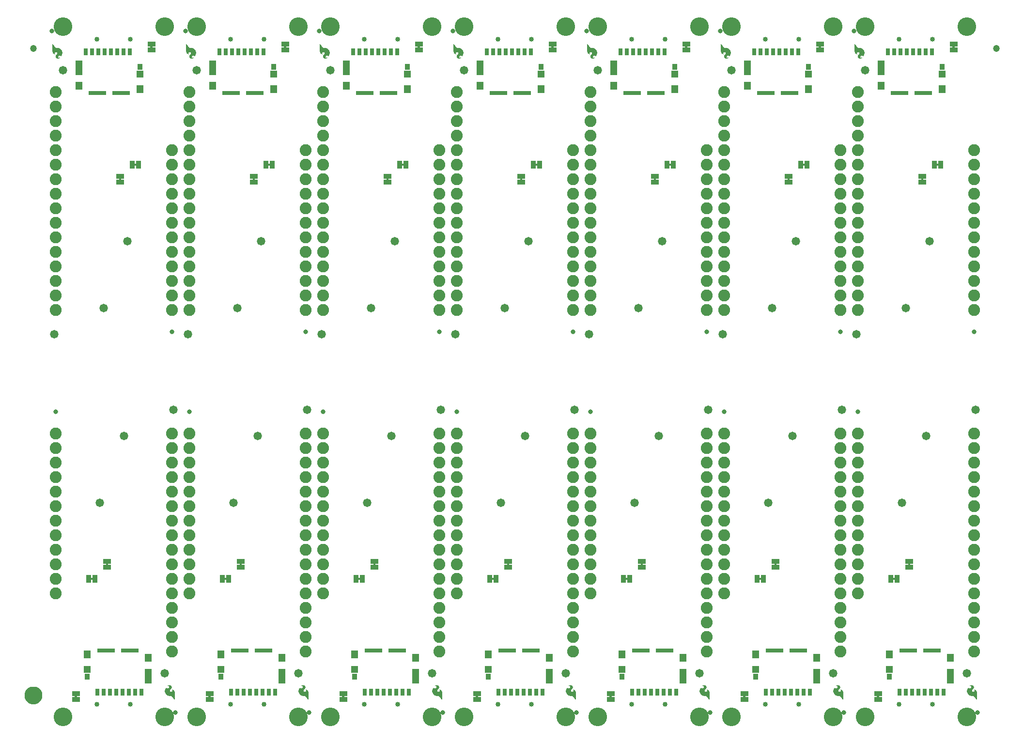
<source format=gbs>
G04 EAGLE Gerber RS-274X export*
G75*
%MOMM*%
%FSLAX34Y34*%
%LPD*%
%INSoldermask Bottom*%
%IPPOS*%
%AMOC8*
5,1,8,0,0,1.08239X$1,22.5*%
G01*
%ADD10C,0.838200*%
%ADD11C,1.473200*%
%ADD12C,3.251200*%
%ADD13C,0.853200*%
%ADD14R,0.863600X1.473200*%
%ADD15R,1.473200X0.863600*%
%ADD16R,0.703200X1.203200*%
%ADD17R,0.923200X0.983200*%
%ADD18R,1.253200X1.283200*%
%ADD19R,1.253200X1.403200*%
%ADD20R,1.253200X2.593200*%
%ADD21R,3.113200X0.753200*%
%ADD22C,2.082800*%
%ADD23C,1.203200*%
%ADD24C,1.270000*%
%ADD25C,1.703200*%

G36*
X485009Y1176148D02*
X485009Y1176148D01*
X485016Y1176143D01*
X485916Y1176443D01*
X485916Y1176444D01*
X485917Y1176444D01*
X486717Y1176744D01*
X486719Y1176747D01*
X486722Y1176746D01*
X487322Y1177046D01*
X487325Y1177052D01*
X487330Y1177051D01*
X487730Y1177351D01*
X487731Y1177356D01*
X487735Y1177355D01*
X487835Y1177455D01*
X487837Y1177469D01*
X487847Y1177477D01*
X487839Y1177487D01*
X487843Y1177514D01*
X487816Y1177518D01*
X487800Y1177539D01*
X487500Y1177539D01*
X487491Y1177532D01*
X487484Y1177537D01*
X487192Y1177439D01*
X486906Y1177439D01*
X486512Y1177538D01*
X486510Y1177537D01*
X486510Y1177538D01*
X486016Y1177637D01*
X485626Y1177832D01*
X485236Y1178124D01*
X485045Y1178412D01*
X484947Y1178706D01*
X484942Y1178709D01*
X484944Y1178712D01*
X484846Y1178909D01*
X484752Y1179190D01*
X484847Y1179474D01*
X484846Y1179476D01*
X484847Y1179476D01*
X484847Y1179478D01*
X484848Y1179478D01*
X484946Y1179870D01*
X485141Y1180163D01*
X485141Y1180167D01*
X485144Y1180168D01*
X485341Y1180561D01*
X485631Y1180852D01*
X485927Y1181049D01*
X485928Y1181051D01*
X485930Y1181051D01*
X486329Y1181350D01*
X486625Y1181547D01*
X487412Y1181941D01*
X488092Y1181941D01*
X488378Y1181845D01*
X488659Y1181658D01*
X488851Y1181082D01*
X488851Y1180290D01*
X488854Y1180286D01*
X488852Y1180281D01*
X488862Y1180276D01*
X488887Y1180243D01*
X488903Y1180255D01*
X488922Y1180246D01*
X489722Y1180646D01*
X489728Y1180658D01*
X489737Y1180657D01*
X490537Y1181557D01*
X490537Y1181565D01*
X490543Y1181565D01*
X491243Y1182765D01*
X491242Y1182772D01*
X491246Y1182773D01*
X491746Y1184173D01*
X491745Y1184179D01*
X491748Y1184181D01*
X492048Y1185781D01*
X492045Y1185789D01*
X492049Y1185793D01*
X491949Y1187593D01*
X491944Y1187599D01*
X491947Y1187603D01*
X491447Y1189403D01*
X491441Y1189408D01*
X491443Y1189414D01*
X490443Y1191214D01*
X490438Y1191216D01*
X490439Y1191220D01*
X489739Y1192120D01*
X489734Y1192121D01*
X489735Y1192125D01*
X488935Y1192925D01*
X488932Y1192925D01*
X488932Y1192927D01*
X488132Y1193627D01*
X488126Y1193628D01*
X488125Y1193632D01*
X487125Y1194232D01*
X487119Y1194232D01*
X487118Y1194236D01*
X486118Y1194636D01*
X486114Y1194635D01*
X486113Y1194638D01*
X485013Y1194938D01*
X485009Y1194936D01*
X485008Y1194939D01*
X483808Y1195139D01*
X483803Y1195136D01*
X483800Y1195139D01*
X481904Y1195139D01*
X481317Y1195237D01*
X480828Y1195530D01*
X479835Y1196325D01*
X479338Y1196922D01*
X479334Y1196922D01*
X479335Y1196925D01*
X478038Y1198222D01*
X477540Y1198919D01*
X477534Y1198920D01*
X477535Y1198925D01*
X476937Y1199523D01*
X476438Y1200122D01*
X476434Y1200122D01*
X476435Y1200125D01*
X475937Y1200622D01*
X475639Y1201020D01*
X475634Y1201021D01*
X475635Y1201025D01*
X475338Y1201321D01*
X475141Y1201617D01*
X475108Y1201629D01*
X475100Y1201639D01*
X475000Y1201639D01*
X474953Y1201603D01*
X474958Y1201596D01*
X474951Y1201590D01*
X474951Y1188790D01*
X474953Y1188787D01*
X474951Y1188785D01*
X475151Y1186985D01*
X475156Y1186979D01*
X475153Y1186974D01*
X475353Y1186374D01*
X475358Y1186371D01*
X475356Y1186368D01*
X475656Y1185768D01*
X475659Y1185767D01*
X475658Y1185765D01*
X475958Y1185265D01*
X475974Y1185258D01*
X475975Y1185248D01*
X476472Y1184949D01*
X476870Y1184651D01*
X476880Y1184651D01*
X476882Y1184644D01*
X477882Y1184244D01*
X477889Y1184246D01*
X477892Y1184241D01*
X478492Y1184141D01*
X478497Y1184144D01*
X478500Y1184141D01*
X479300Y1184141D01*
X479307Y1184146D01*
X479312Y1184142D01*
X479706Y1184241D01*
X479900Y1184241D01*
X479913Y1184250D01*
X479922Y1184246D01*
X480122Y1184346D01*
X480123Y1184347D01*
X480124Y1184347D01*
X480125Y1184351D01*
X480148Y1184399D01*
X480132Y1184407D01*
X480135Y1184425D01*
X480035Y1184525D01*
X480023Y1184526D01*
X480022Y1184534D01*
X479622Y1184734D01*
X479617Y1184733D01*
X479616Y1184737D01*
X479327Y1184833D01*
X478938Y1185221D01*
X478745Y1185512D01*
X478649Y1185798D01*
X478649Y1186082D01*
X478746Y1186371D01*
X478941Y1186761D01*
X479231Y1187052D01*
X479523Y1187246D01*
X480014Y1187443D01*
X480505Y1187541D01*
X481294Y1187541D01*
X482080Y1187344D01*
X482666Y1186953D01*
X483056Y1186466D01*
X483251Y1185882D01*
X483251Y1185200D01*
X482958Y1184517D01*
X482263Y1183722D01*
X481463Y1182823D01*
X481463Y1182822D01*
X480763Y1182022D01*
X480762Y1182015D01*
X480757Y1182014D01*
X480257Y1181114D01*
X480258Y1181104D01*
X480252Y1181101D01*
X480052Y1180201D01*
X480055Y1180194D01*
X480053Y1180193D01*
X480053Y1180192D01*
X480051Y1180190D01*
X480051Y1179390D01*
X480058Y1179381D01*
X480053Y1179374D01*
X480353Y1178474D01*
X480362Y1178468D01*
X480360Y1178461D01*
X480860Y1177761D01*
X480868Y1177759D01*
X480867Y1177753D01*
X481767Y1176953D01*
X481776Y1176953D01*
X481776Y1176947D01*
X482876Y1176347D01*
X482888Y1176348D01*
X482891Y1176342D01*
X483991Y1176142D01*
X483997Y1176145D01*
X484000Y1176141D01*
X485000Y1176141D01*
X485009Y1176148D01*
G37*
G36*
X251329Y1176148D02*
X251329Y1176148D01*
X251336Y1176143D01*
X252236Y1176443D01*
X252236Y1176444D01*
X252237Y1176444D01*
X253037Y1176744D01*
X253039Y1176747D01*
X253042Y1176746D01*
X253642Y1177046D01*
X253645Y1177052D01*
X253650Y1177051D01*
X254050Y1177351D01*
X254051Y1177356D01*
X254055Y1177355D01*
X254155Y1177455D01*
X254157Y1177469D01*
X254167Y1177477D01*
X254159Y1177487D01*
X254163Y1177514D01*
X254136Y1177518D01*
X254120Y1177539D01*
X253820Y1177539D01*
X253811Y1177532D01*
X253804Y1177537D01*
X253512Y1177439D01*
X253226Y1177439D01*
X252832Y1177538D01*
X252830Y1177537D01*
X252830Y1177538D01*
X252336Y1177637D01*
X251946Y1177832D01*
X251556Y1178124D01*
X251365Y1178412D01*
X251267Y1178706D01*
X251262Y1178709D01*
X251264Y1178712D01*
X251166Y1178909D01*
X251072Y1179190D01*
X251167Y1179474D01*
X251166Y1179476D01*
X251167Y1179476D01*
X251167Y1179478D01*
X251168Y1179478D01*
X251266Y1179870D01*
X251461Y1180163D01*
X251461Y1180167D01*
X251464Y1180168D01*
X251661Y1180561D01*
X251951Y1180852D01*
X252247Y1181049D01*
X252248Y1181051D01*
X252250Y1181051D01*
X252649Y1181350D01*
X252945Y1181547D01*
X253732Y1181941D01*
X254412Y1181941D01*
X254698Y1181845D01*
X254979Y1181658D01*
X255171Y1181082D01*
X255171Y1180290D01*
X255174Y1180286D01*
X255172Y1180281D01*
X255182Y1180276D01*
X255207Y1180243D01*
X255223Y1180255D01*
X255242Y1180246D01*
X256042Y1180646D01*
X256048Y1180658D01*
X256057Y1180657D01*
X256857Y1181557D01*
X256857Y1181565D01*
X256863Y1181565D01*
X257563Y1182765D01*
X257562Y1182772D01*
X257566Y1182773D01*
X258066Y1184173D01*
X258065Y1184179D01*
X258068Y1184181D01*
X258368Y1185781D01*
X258365Y1185789D01*
X258369Y1185793D01*
X258269Y1187593D01*
X258264Y1187599D01*
X258267Y1187603D01*
X257767Y1189403D01*
X257761Y1189408D01*
X257763Y1189414D01*
X256763Y1191214D01*
X256758Y1191216D01*
X256759Y1191220D01*
X256059Y1192120D01*
X256054Y1192121D01*
X256055Y1192125D01*
X255255Y1192925D01*
X255252Y1192925D01*
X255252Y1192927D01*
X254452Y1193627D01*
X254446Y1193628D01*
X254445Y1193632D01*
X253445Y1194232D01*
X253439Y1194232D01*
X253438Y1194236D01*
X252438Y1194636D01*
X252434Y1194635D01*
X252433Y1194638D01*
X251333Y1194938D01*
X251329Y1194936D01*
X251328Y1194939D01*
X250128Y1195139D01*
X250123Y1195136D01*
X250120Y1195139D01*
X248224Y1195139D01*
X247637Y1195237D01*
X247148Y1195530D01*
X246155Y1196325D01*
X245658Y1196922D01*
X245654Y1196922D01*
X245655Y1196925D01*
X244358Y1198222D01*
X243860Y1198919D01*
X243854Y1198920D01*
X243855Y1198925D01*
X243257Y1199523D01*
X242758Y1200122D01*
X242754Y1200122D01*
X242755Y1200125D01*
X242257Y1200622D01*
X241959Y1201020D01*
X241954Y1201021D01*
X241955Y1201025D01*
X241658Y1201321D01*
X241461Y1201617D01*
X241428Y1201629D01*
X241420Y1201639D01*
X241320Y1201639D01*
X241273Y1201603D01*
X241278Y1201596D01*
X241271Y1201590D01*
X241271Y1188790D01*
X241273Y1188787D01*
X241271Y1188785D01*
X241471Y1186985D01*
X241476Y1186979D01*
X241473Y1186974D01*
X241673Y1186374D01*
X241678Y1186371D01*
X241676Y1186368D01*
X241976Y1185768D01*
X241979Y1185767D01*
X241978Y1185765D01*
X242278Y1185265D01*
X242294Y1185258D01*
X242295Y1185248D01*
X242792Y1184949D01*
X243190Y1184651D01*
X243200Y1184651D01*
X243202Y1184644D01*
X244202Y1184244D01*
X244209Y1184246D01*
X244212Y1184241D01*
X244812Y1184141D01*
X244817Y1184144D01*
X244820Y1184141D01*
X245620Y1184141D01*
X245627Y1184146D01*
X245632Y1184142D01*
X246026Y1184241D01*
X246220Y1184241D01*
X246233Y1184250D01*
X246242Y1184246D01*
X246442Y1184346D01*
X246443Y1184347D01*
X246444Y1184347D01*
X246445Y1184351D01*
X246468Y1184399D01*
X246452Y1184407D01*
X246455Y1184425D01*
X246355Y1184525D01*
X246343Y1184526D01*
X246342Y1184534D01*
X245942Y1184734D01*
X245937Y1184733D01*
X245936Y1184737D01*
X245647Y1184833D01*
X245258Y1185221D01*
X245065Y1185512D01*
X244969Y1185798D01*
X244969Y1186082D01*
X245066Y1186371D01*
X245261Y1186761D01*
X245551Y1187052D01*
X245843Y1187246D01*
X246334Y1187443D01*
X246825Y1187541D01*
X247614Y1187541D01*
X248400Y1187344D01*
X248986Y1186953D01*
X249376Y1186466D01*
X249571Y1185882D01*
X249571Y1185200D01*
X249278Y1184517D01*
X248583Y1183722D01*
X247783Y1182823D01*
X247783Y1182822D01*
X247083Y1182022D01*
X247082Y1182015D01*
X247077Y1182014D01*
X246577Y1181114D01*
X246578Y1181104D01*
X246572Y1181101D01*
X246372Y1180201D01*
X246375Y1180194D01*
X246373Y1180193D01*
X246373Y1180192D01*
X246371Y1180190D01*
X246371Y1179390D01*
X246378Y1179381D01*
X246373Y1179374D01*
X246673Y1178474D01*
X246682Y1178468D01*
X246680Y1178461D01*
X247180Y1177761D01*
X247188Y1177759D01*
X247187Y1177753D01*
X248087Y1176953D01*
X248096Y1176953D01*
X248096Y1176947D01*
X249196Y1176347D01*
X249208Y1176348D01*
X249211Y1176342D01*
X250311Y1176142D01*
X250317Y1176145D01*
X250320Y1176141D01*
X251320Y1176141D01*
X251329Y1176148D01*
G37*
G36*
X17649Y1176148D02*
X17649Y1176148D01*
X17656Y1176143D01*
X18556Y1176443D01*
X18556Y1176444D01*
X18557Y1176444D01*
X19357Y1176744D01*
X19359Y1176747D01*
X19362Y1176746D01*
X19962Y1177046D01*
X19965Y1177052D01*
X19970Y1177051D01*
X20370Y1177351D01*
X20371Y1177356D01*
X20375Y1177355D01*
X20475Y1177455D01*
X20477Y1177469D01*
X20487Y1177477D01*
X20479Y1177487D01*
X20483Y1177514D01*
X20456Y1177518D01*
X20440Y1177539D01*
X20140Y1177539D01*
X20131Y1177532D01*
X20124Y1177537D01*
X19832Y1177439D01*
X19546Y1177439D01*
X19152Y1177538D01*
X19150Y1177537D01*
X19150Y1177538D01*
X18656Y1177637D01*
X18266Y1177832D01*
X17876Y1178124D01*
X17685Y1178412D01*
X17587Y1178706D01*
X17582Y1178709D01*
X17584Y1178712D01*
X17486Y1178909D01*
X17392Y1179190D01*
X17487Y1179474D01*
X17486Y1179476D01*
X17487Y1179476D01*
X17487Y1179478D01*
X17488Y1179478D01*
X17586Y1179870D01*
X17781Y1180163D01*
X17781Y1180167D01*
X17784Y1180168D01*
X17981Y1180561D01*
X18271Y1180852D01*
X18567Y1181049D01*
X18568Y1181051D01*
X18570Y1181051D01*
X18969Y1181350D01*
X19265Y1181547D01*
X20052Y1181941D01*
X20732Y1181941D01*
X21018Y1181845D01*
X21299Y1181658D01*
X21491Y1181082D01*
X21491Y1180290D01*
X21494Y1180286D01*
X21492Y1180281D01*
X21502Y1180276D01*
X21527Y1180243D01*
X21543Y1180255D01*
X21562Y1180246D01*
X22362Y1180646D01*
X22368Y1180658D01*
X22377Y1180657D01*
X23177Y1181557D01*
X23177Y1181565D01*
X23183Y1181565D01*
X23883Y1182765D01*
X23882Y1182772D01*
X23886Y1182773D01*
X24386Y1184173D01*
X24385Y1184179D01*
X24388Y1184181D01*
X24688Y1185781D01*
X24685Y1185789D01*
X24689Y1185793D01*
X24589Y1187593D01*
X24584Y1187599D01*
X24587Y1187603D01*
X24087Y1189403D01*
X24081Y1189408D01*
X24083Y1189414D01*
X23083Y1191214D01*
X23078Y1191216D01*
X23079Y1191220D01*
X22379Y1192120D01*
X22374Y1192121D01*
X22375Y1192125D01*
X21575Y1192925D01*
X21572Y1192925D01*
X21572Y1192927D01*
X20772Y1193627D01*
X20766Y1193628D01*
X20765Y1193632D01*
X19765Y1194232D01*
X19759Y1194232D01*
X19758Y1194236D01*
X18758Y1194636D01*
X18754Y1194635D01*
X18753Y1194638D01*
X17653Y1194938D01*
X17649Y1194936D01*
X17648Y1194939D01*
X16448Y1195139D01*
X16443Y1195136D01*
X16440Y1195139D01*
X14544Y1195139D01*
X13957Y1195237D01*
X13468Y1195530D01*
X12475Y1196325D01*
X11978Y1196922D01*
X11974Y1196922D01*
X11975Y1196925D01*
X10678Y1198222D01*
X10180Y1198919D01*
X10174Y1198920D01*
X10175Y1198925D01*
X9577Y1199523D01*
X9078Y1200122D01*
X9074Y1200122D01*
X9075Y1200125D01*
X8577Y1200622D01*
X8279Y1201020D01*
X8274Y1201021D01*
X8275Y1201025D01*
X7978Y1201321D01*
X7781Y1201617D01*
X7748Y1201629D01*
X7740Y1201639D01*
X7640Y1201639D01*
X7593Y1201603D01*
X7598Y1201596D01*
X7591Y1201590D01*
X7591Y1188790D01*
X7593Y1188787D01*
X7591Y1188785D01*
X7791Y1186985D01*
X7796Y1186979D01*
X7793Y1186974D01*
X7993Y1186374D01*
X7998Y1186371D01*
X7996Y1186368D01*
X8296Y1185768D01*
X8299Y1185767D01*
X8298Y1185765D01*
X8598Y1185265D01*
X8614Y1185258D01*
X8615Y1185248D01*
X9112Y1184949D01*
X9510Y1184651D01*
X9520Y1184651D01*
X9522Y1184644D01*
X10522Y1184244D01*
X10529Y1184246D01*
X10532Y1184241D01*
X11132Y1184141D01*
X11137Y1184144D01*
X11140Y1184141D01*
X11940Y1184141D01*
X11947Y1184146D01*
X11952Y1184142D01*
X12346Y1184241D01*
X12540Y1184241D01*
X12553Y1184250D01*
X12562Y1184246D01*
X12762Y1184346D01*
X12763Y1184347D01*
X12764Y1184347D01*
X12765Y1184351D01*
X12788Y1184399D01*
X12772Y1184407D01*
X12775Y1184425D01*
X12675Y1184525D01*
X12663Y1184526D01*
X12662Y1184534D01*
X12262Y1184734D01*
X12257Y1184733D01*
X12256Y1184737D01*
X11967Y1184833D01*
X11578Y1185221D01*
X11385Y1185512D01*
X11289Y1185798D01*
X11289Y1186082D01*
X11386Y1186371D01*
X11581Y1186761D01*
X11871Y1187052D01*
X12163Y1187246D01*
X12654Y1187443D01*
X13145Y1187541D01*
X13934Y1187541D01*
X14720Y1187344D01*
X15306Y1186953D01*
X15696Y1186466D01*
X15891Y1185882D01*
X15891Y1185200D01*
X15598Y1184517D01*
X14903Y1183722D01*
X14103Y1182823D01*
X14103Y1182822D01*
X13403Y1182022D01*
X13402Y1182015D01*
X13397Y1182014D01*
X12897Y1181114D01*
X12898Y1181104D01*
X12892Y1181101D01*
X12692Y1180201D01*
X12695Y1180194D01*
X12693Y1180193D01*
X12693Y1180192D01*
X12691Y1180190D01*
X12691Y1179390D01*
X12698Y1179381D01*
X12693Y1179374D01*
X12993Y1178474D01*
X13002Y1178468D01*
X13000Y1178461D01*
X13500Y1177761D01*
X13508Y1177759D01*
X13507Y1177753D01*
X14407Y1176953D01*
X14416Y1176953D01*
X14416Y1176947D01*
X15516Y1176347D01*
X15528Y1176348D01*
X15531Y1176342D01*
X16631Y1176142D01*
X16637Y1176145D01*
X16640Y1176141D01*
X17640Y1176141D01*
X17649Y1176148D01*
G37*
G36*
X1186049Y1176148D02*
X1186049Y1176148D01*
X1186056Y1176143D01*
X1186956Y1176443D01*
X1186956Y1176444D01*
X1186957Y1176444D01*
X1187757Y1176744D01*
X1187759Y1176747D01*
X1187762Y1176746D01*
X1188362Y1177046D01*
X1188365Y1177052D01*
X1188370Y1177051D01*
X1188770Y1177351D01*
X1188771Y1177356D01*
X1188775Y1177355D01*
X1188875Y1177455D01*
X1188877Y1177469D01*
X1188887Y1177477D01*
X1188879Y1177487D01*
X1188883Y1177514D01*
X1188856Y1177518D01*
X1188840Y1177539D01*
X1188540Y1177539D01*
X1188531Y1177532D01*
X1188524Y1177537D01*
X1188232Y1177439D01*
X1187946Y1177439D01*
X1187552Y1177538D01*
X1187550Y1177537D01*
X1187550Y1177538D01*
X1187056Y1177637D01*
X1186666Y1177832D01*
X1186276Y1178124D01*
X1186085Y1178412D01*
X1185987Y1178706D01*
X1185982Y1178709D01*
X1185984Y1178712D01*
X1185886Y1178909D01*
X1185792Y1179190D01*
X1185887Y1179474D01*
X1185886Y1179476D01*
X1185887Y1179476D01*
X1185887Y1179478D01*
X1185888Y1179478D01*
X1185986Y1179870D01*
X1186181Y1180163D01*
X1186181Y1180167D01*
X1186184Y1180168D01*
X1186381Y1180561D01*
X1186671Y1180852D01*
X1186967Y1181049D01*
X1186968Y1181051D01*
X1186970Y1181051D01*
X1187369Y1181350D01*
X1187665Y1181547D01*
X1188452Y1181941D01*
X1189132Y1181941D01*
X1189418Y1181845D01*
X1189699Y1181658D01*
X1189891Y1181082D01*
X1189891Y1180290D01*
X1189894Y1180286D01*
X1189892Y1180281D01*
X1189902Y1180276D01*
X1189927Y1180243D01*
X1189943Y1180255D01*
X1189962Y1180246D01*
X1190762Y1180646D01*
X1190768Y1180658D01*
X1190777Y1180657D01*
X1191577Y1181557D01*
X1191577Y1181565D01*
X1191583Y1181565D01*
X1192283Y1182765D01*
X1192282Y1182772D01*
X1192286Y1182773D01*
X1192786Y1184173D01*
X1192785Y1184179D01*
X1192788Y1184181D01*
X1193088Y1185781D01*
X1193085Y1185789D01*
X1193089Y1185793D01*
X1192989Y1187593D01*
X1192984Y1187599D01*
X1192987Y1187603D01*
X1192487Y1189403D01*
X1192481Y1189408D01*
X1192483Y1189414D01*
X1191483Y1191214D01*
X1191478Y1191216D01*
X1191479Y1191220D01*
X1190779Y1192120D01*
X1190774Y1192121D01*
X1190775Y1192125D01*
X1189975Y1192925D01*
X1189972Y1192925D01*
X1189972Y1192927D01*
X1189172Y1193627D01*
X1189166Y1193628D01*
X1189165Y1193632D01*
X1188165Y1194232D01*
X1188159Y1194232D01*
X1188158Y1194236D01*
X1187158Y1194636D01*
X1187154Y1194635D01*
X1187153Y1194638D01*
X1186053Y1194938D01*
X1186049Y1194936D01*
X1186048Y1194939D01*
X1184848Y1195139D01*
X1184843Y1195136D01*
X1184840Y1195139D01*
X1182944Y1195139D01*
X1182357Y1195237D01*
X1181868Y1195530D01*
X1180875Y1196325D01*
X1180378Y1196922D01*
X1180374Y1196922D01*
X1180375Y1196925D01*
X1179078Y1198222D01*
X1178580Y1198919D01*
X1178574Y1198920D01*
X1178575Y1198925D01*
X1177977Y1199523D01*
X1177478Y1200122D01*
X1177474Y1200122D01*
X1177475Y1200125D01*
X1176977Y1200622D01*
X1176679Y1201020D01*
X1176674Y1201021D01*
X1176675Y1201025D01*
X1176378Y1201321D01*
X1176181Y1201617D01*
X1176148Y1201629D01*
X1176140Y1201639D01*
X1176040Y1201639D01*
X1175993Y1201603D01*
X1175998Y1201596D01*
X1175991Y1201590D01*
X1175991Y1188790D01*
X1175993Y1188787D01*
X1175991Y1188785D01*
X1176191Y1186985D01*
X1176196Y1186979D01*
X1176193Y1186974D01*
X1176393Y1186374D01*
X1176398Y1186371D01*
X1176396Y1186368D01*
X1176696Y1185768D01*
X1176699Y1185767D01*
X1176698Y1185765D01*
X1176998Y1185265D01*
X1177014Y1185258D01*
X1177015Y1185248D01*
X1177512Y1184949D01*
X1177910Y1184651D01*
X1177920Y1184651D01*
X1177922Y1184644D01*
X1178922Y1184244D01*
X1178929Y1184246D01*
X1178932Y1184241D01*
X1179532Y1184141D01*
X1179537Y1184144D01*
X1179540Y1184141D01*
X1180340Y1184141D01*
X1180347Y1184146D01*
X1180352Y1184142D01*
X1180746Y1184241D01*
X1180940Y1184241D01*
X1180953Y1184250D01*
X1180962Y1184246D01*
X1181162Y1184346D01*
X1181163Y1184347D01*
X1181164Y1184347D01*
X1181165Y1184351D01*
X1181188Y1184399D01*
X1181172Y1184407D01*
X1181175Y1184425D01*
X1181075Y1184525D01*
X1181063Y1184526D01*
X1181062Y1184534D01*
X1180662Y1184734D01*
X1180657Y1184733D01*
X1180656Y1184737D01*
X1180367Y1184833D01*
X1179978Y1185221D01*
X1179785Y1185512D01*
X1179689Y1185798D01*
X1179689Y1186082D01*
X1179786Y1186371D01*
X1179981Y1186761D01*
X1180271Y1187052D01*
X1180563Y1187246D01*
X1181054Y1187443D01*
X1181545Y1187541D01*
X1182334Y1187541D01*
X1183120Y1187344D01*
X1183706Y1186953D01*
X1184096Y1186466D01*
X1184291Y1185882D01*
X1184291Y1185200D01*
X1183998Y1184517D01*
X1183303Y1183722D01*
X1182503Y1182823D01*
X1182503Y1182822D01*
X1181803Y1182022D01*
X1181802Y1182015D01*
X1181797Y1182014D01*
X1181297Y1181114D01*
X1181298Y1181104D01*
X1181292Y1181101D01*
X1181092Y1180201D01*
X1181095Y1180194D01*
X1181093Y1180193D01*
X1181093Y1180192D01*
X1181091Y1180190D01*
X1181091Y1179390D01*
X1181098Y1179381D01*
X1181093Y1179374D01*
X1181393Y1178474D01*
X1181402Y1178468D01*
X1181400Y1178461D01*
X1181900Y1177761D01*
X1181908Y1177759D01*
X1181907Y1177753D01*
X1182807Y1176953D01*
X1182816Y1176953D01*
X1182816Y1176947D01*
X1183916Y1176347D01*
X1183928Y1176348D01*
X1183931Y1176342D01*
X1185031Y1176142D01*
X1185037Y1176145D01*
X1185040Y1176141D01*
X1186040Y1176141D01*
X1186049Y1176148D01*
G37*
G36*
X718689Y1176148D02*
X718689Y1176148D01*
X718696Y1176143D01*
X719596Y1176443D01*
X719596Y1176444D01*
X719597Y1176444D01*
X720397Y1176744D01*
X720399Y1176747D01*
X720402Y1176746D01*
X721002Y1177046D01*
X721005Y1177052D01*
X721010Y1177051D01*
X721410Y1177351D01*
X721411Y1177356D01*
X721415Y1177355D01*
X721515Y1177455D01*
X721517Y1177469D01*
X721527Y1177477D01*
X721519Y1177487D01*
X721523Y1177514D01*
X721496Y1177518D01*
X721480Y1177539D01*
X721180Y1177539D01*
X721171Y1177532D01*
X721164Y1177537D01*
X720872Y1177439D01*
X720586Y1177439D01*
X720192Y1177538D01*
X720190Y1177537D01*
X720190Y1177538D01*
X719696Y1177637D01*
X719306Y1177832D01*
X718916Y1178124D01*
X718725Y1178412D01*
X718627Y1178706D01*
X718622Y1178709D01*
X718624Y1178712D01*
X718526Y1178909D01*
X718432Y1179190D01*
X718527Y1179474D01*
X718526Y1179476D01*
X718527Y1179476D01*
X718527Y1179478D01*
X718528Y1179478D01*
X718626Y1179870D01*
X718821Y1180163D01*
X718821Y1180167D01*
X718824Y1180168D01*
X719021Y1180561D01*
X719311Y1180852D01*
X719607Y1181049D01*
X719608Y1181051D01*
X719610Y1181051D01*
X720009Y1181350D01*
X720305Y1181547D01*
X721092Y1181941D01*
X721772Y1181941D01*
X722058Y1181845D01*
X722339Y1181658D01*
X722531Y1181082D01*
X722531Y1180290D01*
X722534Y1180286D01*
X722532Y1180281D01*
X722542Y1180276D01*
X722567Y1180243D01*
X722583Y1180255D01*
X722602Y1180246D01*
X723402Y1180646D01*
X723408Y1180658D01*
X723417Y1180657D01*
X724217Y1181557D01*
X724217Y1181565D01*
X724223Y1181565D01*
X724923Y1182765D01*
X724922Y1182772D01*
X724926Y1182773D01*
X725426Y1184173D01*
X725425Y1184179D01*
X725428Y1184181D01*
X725728Y1185781D01*
X725725Y1185789D01*
X725729Y1185793D01*
X725629Y1187593D01*
X725624Y1187599D01*
X725627Y1187603D01*
X725127Y1189403D01*
X725121Y1189408D01*
X725123Y1189414D01*
X724123Y1191214D01*
X724118Y1191216D01*
X724119Y1191220D01*
X723419Y1192120D01*
X723414Y1192121D01*
X723415Y1192125D01*
X722615Y1192925D01*
X722612Y1192925D01*
X722612Y1192927D01*
X721812Y1193627D01*
X721806Y1193628D01*
X721805Y1193632D01*
X720805Y1194232D01*
X720799Y1194232D01*
X720798Y1194236D01*
X719798Y1194636D01*
X719794Y1194635D01*
X719793Y1194638D01*
X718693Y1194938D01*
X718689Y1194936D01*
X718688Y1194939D01*
X717488Y1195139D01*
X717483Y1195136D01*
X717480Y1195139D01*
X715584Y1195139D01*
X714997Y1195237D01*
X714508Y1195530D01*
X713515Y1196325D01*
X713018Y1196922D01*
X713014Y1196922D01*
X713015Y1196925D01*
X711718Y1198222D01*
X711220Y1198919D01*
X711214Y1198920D01*
X711215Y1198925D01*
X710617Y1199523D01*
X710118Y1200122D01*
X710114Y1200122D01*
X710115Y1200125D01*
X709617Y1200622D01*
X709319Y1201020D01*
X709314Y1201021D01*
X709315Y1201025D01*
X709018Y1201321D01*
X708821Y1201617D01*
X708788Y1201629D01*
X708780Y1201639D01*
X708680Y1201639D01*
X708633Y1201603D01*
X708638Y1201596D01*
X708631Y1201590D01*
X708631Y1188790D01*
X708633Y1188787D01*
X708631Y1188785D01*
X708831Y1186985D01*
X708836Y1186979D01*
X708833Y1186974D01*
X709033Y1186374D01*
X709038Y1186371D01*
X709036Y1186368D01*
X709336Y1185768D01*
X709339Y1185767D01*
X709338Y1185765D01*
X709638Y1185265D01*
X709654Y1185258D01*
X709655Y1185248D01*
X710152Y1184949D01*
X710550Y1184651D01*
X710560Y1184651D01*
X710562Y1184644D01*
X711562Y1184244D01*
X711569Y1184246D01*
X711572Y1184241D01*
X712172Y1184141D01*
X712177Y1184144D01*
X712180Y1184141D01*
X712980Y1184141D01*
X712987Y1184146D01*
X712992Y1184142D01*
X713386Y1184241D01*
X713580Y1184241D01*
X713593Y1184250D01*
X713602Y1184246D01*
X713802Y1184346D01*
X713803Y1184347D01*
X713804Y1184347D01*
X713805Y1184351D01*
X713828Y1184399D01*
X713812Y1184407D01*
X713815Y1184425D01*
X713715Y1184525D01*
X713703Y1184526D01*
X713702Y1184534D01*
X713302Y1184734D01*
X713297Y1184733D01*
X713296Y1184737D01*
X713007Y1184833D01*
X712618Y1185221D01*
X712425Y1185512D01*
X712329Y1185798D01*
X712329Y1186082D01*
X712426Y1186371D01*
X712621Y1186761D01*
X712911Y1187052D01*
X713203Y1187246D01*
X713694Y1187443D01*
X714185Y1187541D01*
X714974Y1187541D01*
X715760Y1187344D01*
X716346Y1186953D01*
X716736Y1186466D01*
X716931Y1185882D01*
X716931Y1185200D01*
X716638Y1184517D01*
X715943Y1183722D01*
X715143Y1182823D01*
X715143Y1182822D01*
X714443Y1182022D01*
X714442Y1182015D01*
X714437Y1182014D01*
X713937Y1181114D01*
X713938Y1181104D01*
X713932Y1181101D01*
X713732Y1180201D01*
X713735Y1180194D01*
X713733Y1180193D01*
X713733Y1180192D01*
X713731Y1180190D01*
X713731Y1179390D01*
X713738Y1179381D01*
X713733Y1179374D01*
X714033Y1178474D01*
X714042Y1178468D01*
X714040Y1178461D01*
X714540Y1177761D01*
X714548Y1177759D01*
X714547Y1177753D01*
X715447Y1176953D01*
X715456Y1176953D01*
X715456Y1176947D01*
X716556Y1176347D01*
X716568Y1176348D01*
X716571Y1176342D01*
X717671Y1176142D01*
X717677Y1176145D01*
X717680Y1176141D01*
X718680Y1176141D01*
X718689Y1176148D01*
G37*
G36*
X1419729Y1176148D02*
X1419729Y1176148D01*
X1419736Y1176143D01*
X1420636Y1176443D01*
X1420636Y1176444D01*
X1420637Y1176444D01*
X1421437Y1176744D01*
X1421439Y1176747D01*
X1421442Y1176746D01*
X1422042Y1177046D01*
X1422045Y1177052D01*
X1422050Y1177051D01*
X1422450Y1177351D01*
X1422451Y1177356D01*
X1422455Y1177355D01*
X1422555Y1177455D01*
X1422557Y1177469D01*
X1422567Y1177477D01*
X1422559Y1177487D01*
X1422563Y1177514D01*
X1422536Y1177518D01*
X1422520Y1177539D01*
X1422220Y1177539D01*
X1422211Y1177532D01*
X1422204Y1177537D01*
X1421912Y1177439D01*
X1421626Y1177439D01*
X1421232Y1177538D01*
X1421230Y1177537D01*
X1421230Y1177538D01*
X1420736Y1177637D01*
X1420346Y1177832D01*
X1419956Y1178124D01*
X1419765Y1178412D01*
X1419667Y1178706D01*
X1419662Y1178709D01*
X1419664Y1178712D01*
X1419566Y1178909D01*
X1419472Y1179190D01*
X1419567Y1179474D01*
X1419566Y1179476D01*
X1419567Y1179476D01*
X1419567Y1179478D01*
X1419568Y1179478D01*
X1419666Y1179870D01*
X1419861Y1180163D01*
X1419861Y1180167D01*
X1419864Y1180168D01*
X1420061Y1180561D01*
X1420351Y1180852D01*
X1420647Y1181049D01*
X1420648Y1181051D01*
X1420650Y1181051D01*
X1421049Y1181350D01*
X1421345Y1181547D01*
X1422132Y1181941D01*
X1422812Y1181941D01*
X1423098Y1181845D01*
X1423379Y1181658D01*
X1423571Y1181082D01*
X1423571Y1180290D01*
X1423574Y1180286D01*
X1423572Y1180281D01*
X1423582Y1180276D01*
X1423607Y1180243D01*
X1423623Y1180255D01*
X1423642Y1180246D01*
X1424442Y1180646D01*
X1424448Y1180658D01*
X1424457Y1180657D01*
X1425257Y1181557D01*
X1425257Y1181565D01*
X1425263Y1181565D01*
X1425963Y1182765D01*
X1425962Y1182772D01*
X1425966Y1182773D01*
X1426466Y1184173D01*
X1426465Y1184179D01*
X1426468Y1184181D01*
X1426768Y1185781D01*
X1426765Y1185789D01*
X1426769Y1185793D01*
X1426669Y1187593D01*
X1426664Y1187599D01*
X1426667Y1187603D01*
X1426167Y1189403D01*
X1426161Y1189408D01*
X1426163Y1189414D01*
X1425163Y1191214D01*
X1425158Y1191216D01*
X1425159Y1191220D01*
X1424459Y1192120D01*
X1424454Y1192121D01*
X1424455Y1192125D01*
X1423655Y1192925D01*
X1423652Y1192925D01*
X1423652Y1192927D01*
X1422852Y1193627D01*
X1422846Y1193628D01*
X1422845Y1193632D01*
X1421845Y1194232D01*
X1421839Y1194232D01*
X1421838Y1194236D01*
X1420838Y1194636D01*
X1420834Y1194635D01*
X1420833Y1194638D01*
X1419733Y1194938D01*
X1419729Y1194936D01*
X1419728Y1194939D01*
X1418528Y1195139D01*
X1418523Y1195136D01*
X1418520Y1195139D01*
X1416624Y1195139D01*
X1416037Y1195237D01*
X1415548Y1195530D01*
X1414555Y1196325D01*
X1414058Y1196922D01*
X1414054Y1196922D01*
X1414055Y1196925D01*
X1412758Y1198222D01*
X1412260Y1198919D01*
X1412254Y1198920D01*
X1412255Y1198925D01*
X1411657Y1199523D01*
X1411158Y1200122D01*
X1411154Y1200122D01*
X1411155Y1200125D01*
X1410657Y1200622D01*
X1410359Y1201020D01*
X1410354Y1201021D01*
X1410355Y1201025D01*
X1410058Y1201321D01*
X1409861Y1201617D01*
X1409828Y1201629D01*
X1409820Y1201639D01*
X1409720Y1201639D01*
X1409673Y1201603D01*
X1409678Y1201596D01*
X1409671Y1201590D01*
X1409671Y1188790D01*
X1409673Y1188787D01*
X1409671Y1188785D01*
X1409871Y1186985D01*
X1409876Y1186979D01*
X1409873Y1186974D01*
X1410073Y1186374D01*
X1410078Y1186371D01*
X1410076Y1186368D01*
X1410376Y1185768D01*
X1410379Y1185767D01*
X1410378Y1185765D01*
X1410678Y1185265D01*
X1410694Y1185258D01*
X1410695Y1185248D01*
X1411192Y1184949D01*
X1411590Y1184651D01*
X1411600Y1184651D01*
X1411602Y1184644D01*
X1412602Y1184244D01*
X1412609Y1184246D01*
X1412612Y1184241D01*
X1413212Y1184141D01*
X1413217Y1184144D01*
X1413220Y1184141D01*
X1414020Y1184141D01*
X1414027Y1184146D01*
X1414032Y1184142D01*
X1414426Y1184241D01*
X1414620Y1184241D01*
X1414633Y1184250D01*
X1414642Y1184246D01*
X1414842Y1184346D01*
X1414843Y1184347D01*
X1414844Y1184347D01*
X1414845Y1184351D01*
X1414868Y1184399D01*
X1414852Y1184407D01*
X1414855Y1184425D01*
X1414755Y1184525D01*
X1414743Y1184526D01*
X1414742Y1184534D01*
X1414342Y1184734D01*
X1414337Y1184733D01*
X1414336Y1184737D01*
X1414047Y1184833D01*
X1413658Y1185221D01*
X1413465Y1185512D01*
X1413369Y1185798D01*
X1413369Y1186082D01*
X1413466Y1186371D01*
X1413661Y1186761D01*
X1413951Y1187052D01*
X1414243Y1187246D01*
X1414734Y1187443D01*
X1415225Y1187541D01*
X1416014Y1187541D01*
X1416800Y1187344D01*
X1417386Y1186953D01*
X1417776Y1186466D01*
X1417971Y1185882D01*
X1417971Y1185200D01*
X1417678Y1184517D01*
X1416983Y1183722D01*
X1416183Y1182823D01*
X1416183Y1182822D01*
X1415483Y1182022D01*
X1415482Y1182015D01*
X1415477Y1182014D01*
X1414977Y1181114D01*
X1414978Y1181104D01*
X1414972Y1181101D01*
X1414772Y1180201D01*
X1414775Y1180194D01*
X1414773Y1180193D01*
X1414773Y1180192D01*
X1414771Y1180190D01*
X1414771Y1179390D01*
X1414778Y1179381D01*
X1414773Y1179374D01*
X1415073Y1178474D01*
X1415082Y1178468D01*
X1415080Y1178461D01*
X1415580Y1177761D01*
X1415588Y1177759D01*
X1415587Y1177753D01*
X1416487Y1176953D01*
X1416496Y1176953D01*
X1416496Y1176947D01*
X1417596Y1176347D01*
X1417608Y1176348D01*
X1417611Y1176342D01*
X1418711Y1176142D01*
X1418717Y1176145D01*
X1418720Y1176141D01*
X1419720Y1176141D01*
X1419729Y1176148D01*
G37*
G36*
X952369Y1176148D02*
X952369Y1176148D01*
X952376Y1176143D01*
X953276Y1176443D01*
X953276Y1176444D01*
X953277Y1176444D01*
X954077Y1176744D01*
X954079Y1176747D01*
X954082Y1176746D01*
X954682Y1177046D01*
X954685Y1177052D01*
X954690Y1177051D01*
X955090Y1177351D01*
X955091Y1177356D01*
X955095Y1177355D01*
X955195Y1177455D01*
X955197Y1177469D01*
X955207Y1177477D01*
X955199Y1177487D01*
X955203Y1177514D01*
X955176Y1177518D01*
X955160Y1177539D01*
X954860Y1177539D01*
X954851Y1177532D01*
X954844Y1177537D01*
X954552Y1177439D01*
X954266Y1177439D01*
X953872Y1177538D01*
X953870Y1177537D01*
X953870Y1177538D01*
X953376Y1177637D01*
X952986Y1177832D01*
X952596Y1178124D01*
X952405Y1178412D01*
X952307Y1178706D01*
X952302Y1178709D01*
X952304Y1178712D01*
X952206Y1178909D01*
X952112Y1179190D01*
X952207Y1179474D01*
X952206Y1179476D01*
X952207Y1179476D01*
X952207Y1179478D01*
X952208Y1179478D01*
X952306Y1179870D01*
X952501Y1180163D01*
X952501Y1180167D01*
X952504Y1180168D01*
X952701Y1180561D01*
X952991Y1180852D01*
X953287Y1181049D01*
X953288Y1181051D01*
X953290Y1181051D01*
X953689Y1181350D01*
X953985Y1181547D01*
X954772Y1181941D01*
X955452Y1181941D01*
X955738Y1181845D01*
X956019Y1181658D01*
X956211Y1181082D01*
X956211Y1180290D01*
X956214Y1180286D01*
X956212Y1180281D01*
X956222Y1180276D01*
X956247Y1180243D01*
X956263Y1180255D01*
X956282Y1180246D01*
X957082Y1180646D01*
X957088Y1180658D01*
X957097Y1180657D01*
X957897Y1181557D01*
X957897Y1181565D01*
X957903Y1181565D01*
X958603Y1182765D01*
X958602Y1182772D01*
X958606Y1182773D01*
X959106Y1184173D01*
X959105Y1184179D01*
X959108Y1184181D01*
X959408Y1185781D01*
X959405Y1185789D01*
X959409Y1185793D01*
X959309Y1187593D01*
X959304Y1187599D01*
X959307Y1187603D01*
X958807Y1189403D01*
X958801Y1189408D01*
X958803Y1189414D01*
X957803Y1191214D01*
X957798Y1191216D01*
X957799Y1191220D01*
X957099Y1192120D01*
X957094Y1192121D01*
X957095Y1192125D01*
X956295Y1192925D01*
X956292Y1192925D01*
X956292Y1192927D01*
X955492Y1193627D01*
X955486Y1193628D01*
X955485Y1193632D01*
X954485Y1194232D01*
X954479Y1194232D01*
X954478Y1194236D01*
X953478Y1194636D01*
X953474Y1194635D01*
X953473Y1194638D01*
X952373Y1194938D01*
X952369Y1194936D01*
X952368Y1194939D01*
X951168Y1195139D01*
X951163Y1195136D01*
X951160Y1195139D01*
X949264Y1195139D01*
X948677Y1195237D01*
X948188Y1195530D01*
X947195Y1196325D01*
X946698Y1196922D01*
X946694Y1196922D01*
X946695Y1196925D01*
X945398Y1198222D01*
X944900Y1198919D01*
X944894Y1198920D01*
X944895Y1198925D01*
X944297Y1199523D01*
X943798Y1200122D01*
X943794Y1200122D01*
X943795Y1200125D01*
X943297Y1200622D01*
X942999Y1201020D01*
X942994Y1201021D01*
X942995Y1201025D01*
X942698Y1201321D01*
X942501Y1201617D01*
X942468Y1201629D01*
X942460Y1201639D01*
X942360Y1201639D01*
X942313Y1201603D01*
X942318Y1201596D01*
X942311Y1201590D01*
X942311Y1188790D01*
X942313Y1188787D01*
X942311Y1188785D01*
X942511Y1186985D01*
X942516Y1186979D01*
X942513Y1186974D01*
X942713Y1186374D01*
X942718Y1186371D01*
X942716Y1186368D01*
X943016Y1185768D01*
X943019Y1185767D01*
X943018Y1185765D01*
X943318Y1185265D01*
X943334Y1185258D01*
X943335Y1185248D01*
X943832Y1184949D01*
X944230Y1184651D01*
X944240Y1184651D01*
X944242Y1184644D01*
X945242Y1184244D01*
X945249Y1184246D01*
X945252Y1184241D01*
X945852Y1184141D01*
X945857Y1184144D01*
X945860Y1184141D01*
X946660Y1184141D01*
X946667Y1184146D01*
X946672Y1184142D01*
X947066Y1184241D01*
X947260Y1184241D01*
X947273Y1184250D01*
X947282Y1184246D01*
X947482Y1184346D01*
X947483Y1184347D01*
X947484Y1184347D01*
X947485Y1184351D01*
X947508Y1184399D01*
X947492Y1184407D01*
X947495Y1184425D01*
X947395Y1184525D01*
X947383Y1184526D01*
X947382Y1184534D01*
X946982Y1184734D01*
X946977Y1184733D01*
X946976Y1184737D01*
X946687Y1184833D01*
X946298Y1185221D01*
X946105Y1185512D01*
X946009Y1185798D01*
X946009Y1186082D01*
X946106Y1186371D01*
X946301Y1186761D01*
X946591Y1187052D01*
X946883Y1187246D01*
X947374Y1187443D01*
X947865Y1187541D01*
X948654Y1187541D01*
X949440Y1187344D01*
X950026Y1186953D01*
X950416Y1186466D01*
X950611Y1185882D01*
X950611Y1185200D01*
X950318Y1184517D01*
X949623Y1183722D01*
X948823Y1182823D01*
X948823Y1182822D01*
X948123Y1182022D01*
X948122Y1182015D01*
X948117Y1182014D01*
X947617Y1181114D01*
X947618Y1181104D01*
X947612Y1181101D01*
X947412Y1180201D01*
X947415Y1180194D01*
X947413Y1180193D01*
X947413Y1180192D01*
X947411Y1180190D01*
X947411Y1179390D01*
X947418Y1179381D01*
X947413Y1179374D01*
X947713Y1178474D01*
X947722Y1178468D01*
X947720Y1178461D01*
X948220Y1177761D01*
X948228Y1177759D01*
X948227Y1177753D01*
X949127Y1176953D01*
X949136Y1176953D01*
X949136Y1176947D01*
X950236Y1176347D01*
X950248Y1176348D01*
X950251Y1176342D01*
X951351Y1176142D01*
X951357Y1176145D01*
X951360Y1176141D01*
X952360Y1176141D01*
X952369Y1176148D01*
G37*
G36*
X1623087Y55697D02*
X1623087Y55697D01*
X1623082Y55704D01*
X1623089Y55710D01*
X1623089Y68510D01*
X1623087Y68513D01*
X1623089Y68515D01*
X1622889Y70315D01*
X1622884Y70321D01*
X1622887Y70326D01*
X1622687Y70926D01*
X1622682Y70929D01*
X1622684Y70932D01*
X1622384Y71532D01*
X1622381Y71533D01*
X1622382Y71535D01*
X1622082Y72035D01*
X1622067Y72042D01*
X1622065Y72052D01*
X1621568Y72351D01*
X1621170Y72649D01*
X1621160Y72649D01*
X1621158Y72656D01*
X1620158Y73056D01*
X1620151Y73054D01*
X1620148Y73059D01*
X1619548Y73159D01*
X1619543Y73156D01*
X1619540Y73159D01*
X1618740Y73159D01*
X1618733Y73154D01*
X1618728Y73158D01*
X1618334Y73059D01*
X1618140Y73059D01*
X1618127Y73050D01*
X1618118Y73054D01*
X1617918Y72954D01*
X1617917Y72953D01*
X1617916Y72953D01*
X1617915Y72949D01*
X1617892Y72901D01*
X1617908Y72893D01*
X1617905Y72875D01*
X1618005Y72775D01*
X1618017Y72774D01*
X1618018Y72766D01*
X1618418Y72566D01*
X1618423Y72567D01*
X1618424Y72563D01*
X1618713Y72467D01*
X1619102Y72079D01*
X1619295Y71788D01*
X1619391Y71502D01*
X1619391Y71218D01*
X1619294Y70929D01*
X1619099Y70539D01*
X1618809Y70248D01*
X1618517Y70054D01*
X1618026Y69857D01*
X1617535Y69759D01*
X1616746Y69759D01*
X1615960Y69956D01*
X1615374Y70347D01*
X1614984Y70834D01*
X1614789Y71418D01*
X1614789Y72100D01*
X1615082Y72783D01*
X1615777Y73577D01*
X1616577Y74477D01*
X1616577Y74478D01*
X1617277Y75278D01*
X1617278Y75285D01*
X1617283Y75286D01*
X1617783Y76186D01*
X1617782Y76196D01*
X1617788Y76199D01*
X1617988Y77099D01*
X1617985Y77107D01*
X1617989Y77110D01*
X1617989Y77910D01*
X1617982Y77919D01*
X1617987Y77926D01*
X1617687Y78826D01*
X1617678Y78832D01*
X1617680Y78839D01*
X1617180Y79539D01*
X1617172Y79541D01*
X1617173Y79547D01*
X1616273Y80347D01*
X1616264Y80347D01*
X1616264Y80353D01*
X1615164Y80953D01*
X1615152Y80952D01*
X1615149Y80958D01*
X1614049Y81158D01*
X1614043Y81155D01*
X1614040Y81159D01*
X1613040Y81159D01*
X1613031Y81152D01*
X1613024Y81157D01*
X1612124Y80857D01*
X1612124Y80856D01*
X1612123Y80856D01*
X1611323Y80556D01*
X1611321Y80553D01*
X1611318Y80554D01*
X1610718Y80254D01*
X1610715Y80248D01*
X1610710Y80249D01*
X1610310Y79949D01*
X1610309Y79944D01*
X1610305Y79945D01*
X1610205Y79845D01*
X1610203Y79831D01*
X1610193Y79823D01*
X1610201Y79813D01*
X1610197Y79786D01*
X1610224Y79782D01*
X1610240Y79761D01*
X1610540Y79761D01*
X1610549Y79768D01*
X1610556Y79763D01*
X1610848Y79861D01*
X1611134Y79861D01*
X1611528Y79762D01*
X1611530Y79763D01*
X1611530Y79762D01*
X1612024Y79663D01*
X1612414Y79468D01*
X1612804Y79176D01*
X1612995Y78888D01*
X1613093Y78594D01*
X1613098Y78591D01*
X1613096Y78588D01*
X1613194Y78391D01*
X1613288Y78110D01*
X1613193Y77826D01*
X1613194Y77823D01*
X1613192Y77822D01*
X1613094Y77430D01*
X1612899Y77137D01*
X1612899Y77133D01*
X1612896Y77132D01*
X1612699Y76739D01*
X1612409Y76448D01*
X1612113Y76251D01*
X1612112Y76249D01*
X1612110Y76249D01*
X1611711Y75950D01*
X1611415Y75753D01*
X1610628Y75359D01*
X1609948Y75359D01*
X1609662Y75455D01*
X1609381Y75642D01*
X1609189Y76218D01*
X1609189Y77010D01*
X1609186Y77014D01*
X1609188Y77019D01*
X1609179Y77024D01*
X1609153Y77057D01*
X1609137Y77045D01*
X1609118Y77054D01*
X1608318Y76654D01*
X1608312Y76642D01*
X1608303Y76643D01*
X1607503Y75743D01*
X1607503Y75735D01*
X1607497Y75735D01*
X1606797Y74535D01*
X1606798Y74528D01*
X1606794Y74527D01*
X1606294Y73127D01*
X1606295Y73121D01*
X1606292Y73119D01*
X1605992Y71519D01*
X1605996Y71511D01*
X1605991Y71507D01*
X1606091Y69707D01*
X1606096Y69701D01*
X1606093Y69697D01*
X1606593Y67897D01*
X1606599Y67892D01*
X1606597Y67886D01*
X1607597Y66086D01*
X1607602Y66084D01*
X1607601Y66080D01*
X1608301Y65180D01*
X1608306Y65179D01*
X1608305Y65175D01*
X1609105Y64375D01*
X1609108Y64375D01*
X1609108Y64373D01*
X1609908Y63673D01*
X1609914Y63672D01*
X1609915Y63668D01*
X1610915Y63068D01*
X1610921Y63068D01*
X1610922Y63064D01*
X1611922Y62664D01*
X1611926Y62665D01*
X1611927Y62663D01*
X1613027Y62363D01*
X1613031Y62364D01*
X1613032Y62361D01*
X1614232Y62161D01*
X1614234Y62162D01*
X1614239Y62162D01*
X1614240Y62161D01*
X1616136Y62161D01*
X1616723Y62063D01*
X1617212Y61770D01*
X1618205Y60975D01*
X1618702Y60378D01*
X1618706Y60378D01*
X1618705Y60375D01*
X1620002Y59078D01*
X1620500Y58381D01*
X1620506Y58380D01*
X1620505Y58375D01*
X1621103Y57777D01*
X1621602Y57178D01*
X1621606Y57178D01*
X1621605Y57175D01*
X1622103Y56678D01*
X1622401Y56280D01*
X1622406Y56279D01*
X1622405Y56275D01*
X1622702Y55979D01*
X1622899Y55683D01*
X1622932Y55671D01*
X1622940Y55661D01*
X1623040Y55661D01*
X1623087Y55697D01*
G37*
G36*
X1389407Y55697D02*
X1389407Y55697D01*
X1389402Y55704D01*
X1389409Y55710D01*
X1389409Y68510D01*
X1389407Y68513D01*
X1389409Y68515D01*
X1389209Y70315D01*
X1389204Y70321D01*
X1389207Y70326D01*
X1389007Y70926D01*
X1389002Y70929D01*
X1389004Y70932D01*
X1388704Y71532D01*
X1388701Y71533D01*
X1388702Y71535D01*
X1388402Y72035D01*
X1388387Y72042D01*
X1388385Y72052D01*
X1387888Y72351D01*
X1387490Y72649D01*
X1387480Y72649D01*
X1387478Y72656D01*
X1386478Y73056D01*
X1386471Y73054D01*
X1386468Y73059D01*
X1385868Y73159D01*
X1385863Y73156D01*
X1385860Y73159D01*
X1385060Y73159D01*
X1385053Y73154D01*
X1385048Y73158D01*
X1384654Y73059D01*
X1384460Y73059D01*
X1384447Y73050D01*
X1384438Y73054D01*
X1384238Y72954D01*
X1384237Y72953D01*
X1384236Y72953D01*
X1384235Y72949D01*
X1384212Y72901D01*
X1384228Y72893D01*
X1384225Y72875D01*
X1384325Y72775D01*
X1384337Y72774D01*
X1384338Y72766D01*
X1384738Y72566D01*
X1384743Y72567D01*
X1384744Y72563D01*
X1385033Y72467D01*
X1385422Y72079D01*
X1385615Y71788D01*
X1385711Y71502D01*
X1385711Y71218D01*
X1385614Y70929D01*
X1385419Y70539D01*
X1385129Y70248D01*
X1384837Y70054D01*
X1384346Y69857D01*
X1383855Y69759D01*
X1383066Y69759D01*
X1382280Y69956D01*
X1381694Y70347D01*
X1381304Y70834D01*
X1381109Y71418D01*
X1381109Y72100D01*
X1381402Y72783D01*
X1382097Y73577D01*
X1382897Y74477D01*
X1382897Y74478D01*
X1383597Y75278D01*
X1383598Y75285D01*
X1383603Y75286D01*
X1384103Y76186D01*
X1384102Y76196D01*
X1384108Y76199D01*
X1384308Y77099D01*
X1384305Y77107D01*
X1384309Y77110D01*
X1384309Y77910D01*
X1384302Y77919D01*
X1384307Y77926D01*
X1384007Y78826D01*
X1383998Y78832D01*
X1384000Y78839D01*
X1383500Y79539D01*
X1383492Y79541D01*
X1383493Y79547D01*
X1382593Y80347D01*
X1382584Y80347D01*
X1382584Y80353D01*
X1381484Y80953D01*
X1381472Y80952D01*
X1381469Y80958D01*
X1380369Y81158D01*
X1380363Y81155D01*
X1380360Y81159D01*
X1379360Y81159D01*
X1379351Y81152D01*
X1379344Y81157D01*
X1378444Y80857D01*
X1378444Y80856D01*
X1378443Y80856D01*
X1377643Y80556D01*
X1377641Y80553D01*
X1377638Y80554D01*
X1377038Y80254D01*
X1377035Y80248D01*
X1377030Y80249D01*
X1376630Y79949D01*
X1376629Y79944D01*
X1376625Y79945D01*
X1376525Y79845D01*
X1376523Y79831D01*
X1376513Y79823D01*
X1376521Y79813D01*
X1376517Y79786D01*
X1376544Y79782D01*
X1376560Y79761D01*
X1376860Y79761D01*
X1376869Y79768D01*
X1376876Y79763D01*
X1377168Y79861D01*
X1377454Y79861D01*
X1377848Y79762D01*
X1377850Y79763D01*
X1377850Y79762D01*
X1378344Y79663D01*
X1378734Y79468D01*
X1379124Y79176D01*
X1379315Y78888D01*
X1379413Y78594D01*
X1379418Y78591D01*
X1379416Y78588D01*
X1379514Y78391D01*
X1379608Y78110D01*
X1379513Y77826D01*
X1379514Y77823D01*
X1379512Y77822D01*
X1379414Y77430D01*
X1379219Y77137D01*
X1379219Y77133D01*
X1379216Y77132D01*
X1379019Y76739D01*
X1378729Y76448D01*
X1378433Y76251D01*
X1378432Y76249D01*
X1378430Y76249D01*
X1378031Y75950D01*
X1377735Y75753D01*
X1376948Y75359D01*
X1376268Y75359D01*
X1375982Y75455D01*
X1375701Y75642D01*
X1375509Y76218D01*
X1375509Y77010D01*
X1375506Y77014D01*
X1375508Y77019D01*
X1375499Y77024D01*
X1375473Y77057D01*
X1375457Y77045D01*
X1375438Y77054D01*
X1374638Y76654D01*
X1374632Y76642D01*
X1374623Y76643D01*
X1373823Y75743D01*
X1373823Y75735D01*
X1373817Y75735D01*
X1373117Y74535D01*
X1373118Y74528D01*
X1373114Y74527D01*
X1372614Y73127D01*
X1372615Y73121D01*
X1372612Y73119D01*
X1372312Y71519D01*
X1372316Y71511D01*
X1372311Y71507D01*
X1372411Y69707D01*
X1372416Y69701D01*
X1372413Y69697D01*
X1372913Y67897D01*
X1372919Y67892D01*
X1372917Y67886D01*
X1373917Y66086D01*
X1373922Y66084D01*
X1373921Y66080D01*
X1374621Y65180D01*
X1374626Y65179D01*
X1374625Y65175D01*
X1375425Y64375D01*
X1375428Y64375D01*
X1375428Y64373D01*
X1376228Y63673D01*
X1376234Y63672D01*
X1376235Y63668D01*
X1377235Y63068D01*
X1377241Y63068D01*
X1377242Y63064D01*
X1378242Y62664D01*
X1378246Y62665D01*
X1378247Y62663D01*
X1379347Y62363D01*
X1379351Y62364D01*
X1379352Y62361D01*
X1380552Y62161D01*
X1380554Y62162D01*
X1380559Y62162D01*
X1380560Y62161D01*
X1382456Y62161D01*
X1383043Y62063D01*
X1383532Y61770D01*
X1384525Y60975D01*
X1385022Y60378D01*
X1385026Y60378D01*
X1385025Y60375D01*
X1386322Y59078D01*
X1386820Y58381D01*
X1386826Y58380D01*
X1386825Y58375D01*
X1387423Y57777D01*
X1387922Y57178D01*
X1387926Y57178D01*
X1387925Y57175D01*
X1388423Y56678D01*
X1388721Y56280D01*
X1388726Y56279D01*
X1388725Y56275D01*
X1389022Y55979D01*
X1389219Y55683D01*
X1389252Y55671D01*
X1389260Y55661D01*
X1389360Y55661D01*
X1389407Y55697D01*
G37*
G36*
X1155727Y55697D02*
X1155727Y55697D01*
X1155722Y55704D01*
X1155729Y55710D01*
X1155729Y68510D01*
X1155727Y68513D01*
X1155729Y68515D01*
X1155529Y70315D01*
X1155524Y70321D01*
X1155527Y70326D01*
X1155327Y70926D01*
X1155322Y70929D01*
X1155324Y70932D01*
X1155024Y71532D01*
X1155021Y71533D01*
X1155022Y71535D01*
X1154722Y72035D01*
X1154707Y72042D01*
X1154705Y72052D01*
X1154208Y72351D01*
X1153810Y72649D01*
X1153800Y72649D01*
X1153798Y72656D01*
X1152798Y73056D01*
X1152791Y73054D01*
X1152788Y73059D01*
X1152188Y73159D01*
X1152183Y73156D01*
X1152180Y73159D01*
X1151380Y73159D01*
X1151373Y73154D01*
X1151368Y73158D01*
X1150974Y73059D01*
X1150780Y73059D01*
X1150767Y73050D01*
X1150758Y73054D01*
X1150558Y72954D01*
X1150557Y72953D01*
X1150556Y72953D01*
X1150555Y72949D01*
X1150532Y72901D01*
X1150548Y72893D01*
X1150545Y72875D01*
X1150645Y72775D01*
X1150657Y72774D01*
X1150658Y72766D01*
X1151058Y72566D01*
X1151063Y72567D01*
X1151064Y72563D01*
X1151353Y72467D01*
X1151742Y72079D01*
X1151935Y71788D01*
X1152031Y71502D01*
X1152031Y71218D01*
X1151934Y70929D01*
X1151739Y70539D01*
X1151449Y70248D01*
X1151157Y70054D01*
X1150666Y69857D01*
X1150175Y69759D01*
X1149386Y69759D01*
X1148600Y69956D01*
X1148014Y70347D01*
X1147624Y70834D01*
X1147429Y71418D01*
X1147429Y72100D01*
X1147722Y72783D01*
X1148417Y73577D01*
X1149217Y74477D01*
X1149217Y74478D01*
X1149917Y75278D01*
X1149918Y75285D01*
X1149923Y75286D01*
X1150423Y76186D01*
X1150422Y76196D01*
X1150428Y76199D01*
X1150628Y77099D01*
X1150625Y77107D01*
X1150629Y77110D01*
X1150629Y77910D01*
X1150622Y77919D01*
X1150627Y77926D01*
X1150327Y78826D01*
X1150318Y78832D01*
X1150320Y78839D01*
X1149820Y79539D01*
X1149812Y79541D01*
X1149813Y79547D01*
X1148913Y80347D01*
X1148904Y80347D01*
X1148904Y80353D01*
X1147804Y80953D01*
X1147792Y80952D01*
X1147789Y80958D01*
X1146689Y81158D01*
X1146683Y81155D01*
X1146680Y81159D01*
X1145680Y81159D01*
X1145671Y81152D01*
X1145664Y81157D01*
X1144764Y80857D01*
X1144764Y80856D01*
X1144763Y80856D01*
X1143963Y80556D01*
X1143961Y80553D01*
X1143958Y80554D01*
X1143358Y80254D01*
X1143355Y80248D01*
X1143350Y80249D01*
X1142950Y79949D01*
X1142949Y79944D01*
X1142945Y79945D01*
X1142845Y79845D01*
X1142843Y79831D01*
X1142833Y79823D01*
X1142841Y79813D01*
X1142837Y79786D01*
X1142864Y79782D01*
X1142880Y79761D01*
X1143180Y79761D01*
X1143189Y79768D01*
X1143196Y79763D01*
X1143488Y79861D01*
X1143774Y79861D01*
X1144168Y79762D01*
X1144170Y79763D01*
X1144170Y79762D01*
X1144664Y79663D01*
X1145054Y79468D01*
X1145444Y79176D01*
X1145635Y78888D01*
X1145733Y78594D01*
X1145738Y78591D01*
X1145736Y78588D01*
X1145834Y78391D01*
X1145928Y78110D01*
X1145833Y77826D01*
X1145834Y77823D01*
X1145832Y77822D01*
X1145734Y77430D01*
X1145539Y77137D01*
X1145539Y77133D01*
X1145536Y77132D01*
X1145339Y76739D01*
X1145049Y76448D01*
X1144753Y76251D01*
X1144752Y76249D01*
X1144750Y76249D01*
X1144351Y75950D01*
X1144055Y75753D01*
X1143268Y75359D01*
X1142588Y75359D01*
X1142302Y75455D01*
X1142021Y75642D01*
X1141829Y76218D01*
X1141829Y77010D01*
X1141826Y77014D01*
X1141828Y77019D01*
X1141819Y77024D01*
X1141793Y77057D01*
X1141777Y77045D01*
X1141758Y77054D01*
X1140958Y76654D01*
X1140952Y76642D01*
X1140943Y76643D01*
X1140143Y75743D01*
X1140143Y75735D01*
X1140137Y75735D01*
X1139437Y74535D01*
X1139438Y74528D01*
X1139434Y74527D01*
X1138934Y73127D01*
X1138935Y73121D01*
X1138932Y73119D01*
X1138632Y71519D01*
X1138636Y71511D01*
X1138631Y71507D01*
X1138731Y69707D01*
X1138736Y69701D01*
X1138733Y69697D01*
X1139233Y67897D01*
X1139239Y67892D01*
X1139237Y67886D01*
X1140237Y66086D01*
X1140242Y66084D01*
X1140241Y66080D01*
X1140941Y65180D01*
X1140946Y65179D01*
X1140945Y65175D01*
X1141745Y64375D01*
X1141748Y64375D01*
X1141748Y64373D01*
X1142548Y63673D01*
X1142554Y63672D01*
X1142555Y63668D01*
X1143555Y63068D01*
X1143561Y63068D01*
X1143562Y63064D01*
X1144562Y62664D01*
X1144566Y62665D01*
X1144567Y62663D01*
X1145667Y62363D01*
X1145671Y62364D01*
X1145672Y62361D01*
X1146872Y62161D01*
X1146874Y62162D01*
X1146879Y62162D01*
X1146880Y62161D01*
X1148776Y62161D01*
X1149363Y62063D01*
X1149852Y61770D01*
X1150845Y60975D01*
X1151342Y60378D01*
X1151346Y60378D01*
X1151345Y60375D01*
X1152642Y59078D01*
X1153140Y58381D01*
X1153146Y58380D01*
X1153145Y58375D01*
X1153743Y57777D01*
X1154242Y57178D01*
X1154246Y57178D01*
X1154245Y57175D01*
X1154743Y56678D01*
X1155041Y56280D01*
X1155046Y56279D01*
X1155045Y56275D01*
X1155342Y55979D01*
X1155539Y55683D01*
X1155572Y55671D01*
X1155580Y55661D01*
X1155680Y55661D01*
X1155727Y55697D01*
G37*
G36*
X922047Y55697D02*
X922047Y55697D01*
X922042Y55704D01*
X922049Y55710D01*
X922049Y68510D01*
X922047Y68513D01*
X922049Y68515D01*
X921849Y70315D01*
X921844Y70321D01*
X921847Y70326D01*
X921647Y70926D01*
X921642Y70929D01*
X921644Y70932D01*
X921344Y71532D01*
X921341Y71533D01*
X921342Y71535D01*
X921042Y72035D01*
X921027Y72042D01*
X921025Y72052D01*
X920528Y72351D01*
X920130Y72649D01*
X920120Y72649D01*
X920118Y72656D01*
X919118Y73056D01*
X919111Y73054D01*
X919108Y73059D01*
X918508Y73159D01*
X918503Y73156D01*
X918500Y73159D01*
X917700Y73159D01*
X917693Y73154D01*
X917688Y73158D01*
X917294Y73059D01*
X917100Y73059D01*
X917087Y73050D01*
X917078Y73054D01*
X916878Y72954D01*
X916877Y72953D01*
X916876Y72953D01*
X916875Y72949D01*
X916852Y72901D01*
X916868Y72893D01*
X916865Y72875D01*
X916965Y72775D01*
X916977Y72774D01*
X916978Y72766D01*
X917378Y72566D01*
X917383Y72567D01*
X917384Y72563D01*
X917673Y72467D01*
X918062Y72079D01*
X918255Y71788D01*
X918351Y71502D01*
X918351Y71218D01*
X918254Y70929D01*
X918059Y70539D01*
X917769Y70248D01*
X917477Y70054D01*
X916986Y69857D01*
X916495Y69759D01*
X915706Y69759D01*
X914920Y69956D01*
X914334Y70347D01*
X913944Y70834D01*
X913749Y71418D01*
X913749Y72100D01*
X914042Y72783D01*
X914737Y73577D01*
X915537Y74477D01*
X915537Y74478D01*
X916237Y75278D01*
X916238Y75285D01*
X916243Y75286D01*
X916743Y76186D01*
X916742Y76196D01*
X916748Y76199D01*
X916948Y77099D01*
X916945Y77107D01*
X916949Y77110D01*
X916949Y77910D01*
X916942Y77919D01*
X916947Y77926D01*
X916647Y78826D01*
X916638Y78832D01*
X916640Y78839D01*
X916140Y79539D01*
X916132Y79541D01*
X916133Y79547D01*
X915233Y80347D01*
X915224Y80347D01*
X915224Y80353D01*
X914124Y80953D01*
X914112Y80952D01*
X914109Y80958D01*
X913009Y81158D01*
X913003Y81155D01*
X913000Y81159D01*
X912000Y81159D01*
X911991Y81152D01*
X911984Y81157D01*
X911084Y80857D01*
X911084Y80856D01*
X911083Y80856D01*
X910283Y80556D01*
X910281Y80553D01*
X910278Y80554D01*
X909678Y80254D01*
X909675Y80248D01*
X909670Y80249D01*
X909270Y79949D01*
X909269Y79944D01*
X909265Y79945D01*
X909165Y79845D01*
X909163Y79831D01*
X909153Y79823D01*
X909161Y79813D01*
X909157Y79786D01*
X909184Y79782D01*
X909200Y79761D01*
X909500Y79761D01*
X909509Y79768D01*
X909516Y79763D01*
X909808Y79861D01*
X910094Y79861D01*
X910488Y79762D01*
X910490Y79763D01*
X910490Y79762D01*
X910984Y79663D01*
X911374Y79468D01*
X911764Y79176D01*
X911955Y78888D01*
X912053Y78594D01*
X912058Y78591D01*
X912056Y78588D01*
X912154Y78391D01*
X912248Y78110D01*
X912153Y77826D01*
X912154Y77823D01*
X912152Y77822D01*
X912054Y77430D01*
X911859Y77137D01*
X911859Y77133D01*
X911856Y77132D01*
X911659Y76739D01*
X911369Y76448D01*
X911073Y76251D01*
X911072Y76249D01*
X911070Y76249D01*
X910671Y75950D01*
X910375Y75753D01*
X909588Y75359D01*
X908908Y75359D01*
X908622Y75455D01*
X908341Y75642D01*
X908149Y76218D01*
X908149Y77010D01*
X908146Y77014D01*
X908148Y77019D01*
X908139Y77024D01*
X908113Y77057D01*
X908097Y77045D01*
X908078Y77054D01*
X907278Y76654D01*
X907272Y76642D01*
X907263Y76643D01*
X906463Y75743D01*
X906463Y75735D01*
X906457Y75735D01*
X905757Y74535D01*
X905758Y74528D01*
X905754Y74527D01*
X905254Y73127D01*
X905255Y73121D01*
X905252Y73119D01*
X904952Y71519D01*
X904956Y71511D01*
X904951Y71507D01*
X905051Y69707D01*
X905056Y69701D01*
X905053Y69697D01*
X905553Y67897D01*
X905559Y67892D01*
X905557Y67886D01*
X906557Y66086D01*
X906562Y66084D01*
X906561Y66080D01*
X907261Y65180D01*
X907266Y65179D01*
X907265Y65175D01*
X908065Y64375D01*
X908068Y64375D01*
X908068Y64373D01*
X908868Y63673D01*
X908874Y63672D01*
X908875Y63668D01*
X909875Y63068D01*
X909881Y63068D01*
X909882Y63064D01*
X910882Y62664D01*
X910886Y62665D01*
X910887Y62663D01*
X911987Y62363D01*
X911991Y62364D01*
X911992Y62361D01*
X913192Y62161D01*
X913194Y62162D01*
X913199Y62162D01*
X913200Y62161D01*
X915096Y62161D01*
X915683Y62063D01*
X916172Y61770D01*
X917165Y60975D01*
X917662Y60378D01*
X917666Y60378D01*
X917665Y60375D01*
X918962Y59078D01*
X919460Y58381D01*
X919466Y58380D01*
X919465Y58375D01*
X920063Y57777D01*
X920562Y57178D01*
X920566Y57178D01*
X920565Y57175D01*
X921063Y56678D01*
X921361Y56280D01*
X921366Y56279D01*
X921365Y56275D01*
X921662Y55979D01*
X921859Y55683D01*
X921892Y55671D01*
X921900Y55661D01*
X922000Y55661D01*
X922047Y55697D01*
G37*
G36*
X454687Y55697D02*
X454687Y55697D01*
X454682Y55704D01*
X454689Y55710D01*
X454689Y68510D01*
X454687Y68513D01*
X454689Y68515D01*
X454489Y70315D01*
X454484Y70321D01*
X454487Y70326D01*
X454287Y70926D01*
X454282Y70929D01*
X454284Y70932D01*
X453984Y71532D01*
X453981Y71533D01*
X453982Y71535D01*
X453682Y72035D01*
X453667Y72042D01*
X453665Y72052D01*
X453168Y72351D01*
X452770Y72649D01*
X452760Y72649D01*
X452758Y72656D01*
X451758Y73056D01*
X451751Y73054D01*
X451748Y73059D01*
X451148Y73159D01*
X451143Y73156D01*
X451140Y73159D01*
X450340Y73159D01*
X450333Y73154D01*
X450328Y73158D01*
X449934Y73059D01*
X449740Y73059D01*
X449727Y73050D01*
X449718Y73054D01*
X449518Y72954D01*
X449517Y72953D01*
X449516Y72953D01*
X449515Y72949D01*
X449492Y72901D01*
X449508Y72893D01*
X449505Y72875D01*
X449605Y72775D01*
X449617Y72774D01*
X449618Y72766D01*
X450018Y72566D01*
X450023Y72567D01*
X450024Y72563D01*
X450313Y72467D01*
X450702Y72079D01*
X450895Y71788D01*
X450991Y71502D01*
X450991Y71218D01*
X450894Y70929D01*
X450699Y70539D01*
X450409Y70248D01*
X450117Y70054D01*
X449626Y69857D01*
X449135Y69759D01*
X448346Y69759D01*
X447560Y69956D01*
X446974Y70347D01*
X446584Y70834D01*
X446389Y71418D01*
X446389Y72100D01*
X446682Y72783D01*
X447377Y73577D01*
X448177Y74477D01*
X448177Y74478D01*
X448877Y75278D01*
X448878Y75285D01*
X448883Y75286D01*
X449383Y76186D01*
X449382Y76196D01*
X449388Y76199D01*
X449588Y77099D01*
X449585Y77107D01*
X449589Y77110D01*
X449589Y77910D01*
X449582Y77919D01*
X449587Y77926D01*
X449287Y78826D01*
X449278Y78832D01*
X449280Y78839D01*
X448780Y79539D01*
X448772Y79541D01*
X448773Y79547D01*
X447873Y80347D01*
X447864Y80347D01*
X447864Y80353D01*
X446764Y80953D01*
X446752Y80952D01*
X446749Y80958D01*
X445649Y81158D01*
X445643Y81155D01*
X445640Y81159D01*
X444640Y81159D01*
X444631Y81152D01*
X444624Y81157D01*
X443724Y80857D01*
X443724Y80856D01*
X443723Y80856D01*
X442923Y80556D01*
X442921Y80553D01*
X442918Y80554D01*
X442318Y80254D01*
X442315Y80248D01*
X442310Y80249D01*
X441910Y79949D01*
X441909Y79944D01*
X441905Y79945D01*
X441805Y79845D01*
X441803Y79831D01*
X441793Y79823D01*
X441801Y79813D01*
X441797Y79786D01*
X441824Y79782D01*
X441840Y79761D01*
X442140Y79761D01*
X442149Y79768D01*
X442156Y79763D01*
X442448Y79861D01*
X442734Y79861D01*
X443128Y79762D01*
X443130Y79763D01*
X443130Y79762D01*
X443624Y79663D01*
X444014Y79468D01*
X444404Y79176D01*
X444595Y78888D01*
X444693Y78594D01*
X444698Y78591D01*
X444696Y78588D01*
X444794Y78391D01*
X444888Y78110D01*
X444793Y77826D01*
X444794Y77823D01*
X444792Y77822D01*
X444694Y77430D01*
X444499Y77137D01*
X444499Y77133D01*
X444496Y77132D01*
X444299Y76739D01*
X444009Y76448D01*
X443713Y76251D01*
X443712Y76249D01*
X443710Y76249D01*
X443311Y75950D01*
X443015Y75753D01*
X442228Y75359D01*
X441548Y75359D01*
X441262Y75455D01*
X440981Y75642D01*
X440789Y76218D01*
X440789Y77010D01*
X440786Y77014D01*
X440788Y77019D01*
X440779Y77024D01*
X440753Y77057D01*
X440737Y77045D01*
X440718Y77054D01*
X439918Y76654D01*
X439912Y76642D01*
X439903Y76643D01*
X439103Y75743D01*
X439103Y75735D01*
X439097Y75735D01*
X438397Y74535D01*
X438398Y74528D01*
X438394Y74527D01*
X437894Y73127D01*
X437895Y73121D01*
X437892Y73119D01*
X437592Y71519D01*
X437596Y71511D01*
X437591Y71507D01*
X437691Y69707D01*
X437696Y69701D01*
X437693Y69697D01*
X438193Y67897D01*
X438199Y67892D01*
X438197Y67886D01*
X439197Y66086D01*
X439202Y66084D01*
X439201Y66080D01*
X439901Y65180D01*
X439906Y65179D01*
X439905Y65175D01*
X440705Y64375D01*
X440708Y64375D01*
X440708Y64373D01*
X441508Y63673D01*
X441514Y63672D01*
X441515Y63668D01*
X442515Y63068D01*
X442521Y63068D01*
X442522Y63064D01*
X443522Y62664D01*
X443526Y62665D01*
X443527Y62663D01*
X444627Y62363D01*
X444631Y62364D01*
X444632Y62361D01*
X445832Y62161D01*
X445834Y62162D01*
X445839Y62162D01*
X445840Y62161D01*
X447736Y62161D01*
X448323Y62063D01*
X448812Y61770D01*
X449805Y60975D01*
X450302Y60378D01*
X450306Y60378D01*
X450305Y60375D01*
X451602Y59078D01*
X452100Y58381D01*
X452106Y58380D01*
X452105Y58375D01*
X452703Y57777D01*
X453202Y57178D01*
X453206Y57178D01*
X453205Y57175D01*
X453703Y56678D01*
X454001Y56280D01*
X454006Y56279D01*
X454005Y56275D01*
X454302Y55979D01*
X454499Y55683D01*
X454532Y55671D01*
X454540Y55661D01*
X454640Y55661D01*
X454687Y55697D01*
G37*
G36*
X221007Y55697D02*
X221007Y55697D01*
X221002Y55704D01*
X221009Y55710D01*
X221009Y68510D01*
X221007Y68513D01*
X221009Y68515D01*
X220809Y70315D01*
X220804Y70321D01*
X220807Y70326D01*
X220607Y70926D01*
X220602Y70929D01*
X220604Y70932D01*
X220304Y71532D01*
X220301Y71533D01*
X220302Y71535D01*
X220002Y72035D01*
X219987Y72042D01*
X219985Y72052D01*
X219488Y72351D01*
X219090Y72649D01*
X219080Y72649D01*
X219078Y72656D01*
X218078Y73056D01*
X218071Y73054D01*
X218068Y73059D01*
X217468Y73159D01*
X217463Y73156D01*
X217460Y73159D01*
X216660Y73159D01*
X216653Y73154D01*
X216648Y73158D01*
X216254Y73059D01*
X216060Y73059D01*
X216047Y73050D01*
X216038Y73054D01*
X215838Y72954D01*
X215837Y72953D01*
X215836Y72953D01*
X215835Y72949D01*
X215812Y72901D01*
X215828Y72893D01*
X215825Y72875D01*
X215925Y72775D01*
X215937Y72774D01*
X215938Y72766D01*
X216338Y72566D01*
X216343Y72567D01*
X216344Y72563D01*
X216633Y72467D01*
X217022Y72079D01*
X217215Y71788D01*
X217311Y71502D01*
X217311Y71218D01*
X217214Y70929D01*
X217019Y70539D01*
X216729Y70248D01*
X216437Y70054D01*
X215946Y69857D01*
X215455Y69759D01*
X214666Y69759D01*
X213880Y69956D01*
X213294Y70347D01*
X212904Y70834D01*
X212709Y71418D01*
X212709Y72100D01*
X213002Y72783D01*
X213697Y73577D01*
X214497Y74477D01*
X214497Y74478D01*
X215197Y75278D01*
X215198Y75285D01*
X215203Y75286D01*
X215703Y76186D01*
X215702Y76196D01*
X215708Y76199D01*
X215908Y77099D01*
X215905Y77107D01*
X215909Y77110D01*
X215909Y77910D01*
X215902Y77919D01*
X215907Y77926D01*
X215607Y78826D01*
X215598Y78832D01*
X215600Y78839D01*
X215100Y79539D01*
X215092Y79541D01*
X215093Y79547D01*
X214193Y80347D01*
X214184Y80347D01*
X214184Y80353D01*
X213084Y80953D01*
X213072Y80952D01*
X213069Y80958D01*
X211969Y81158D01*
X211963Y81155D01*
X211960Y81159D01*
X210960Y81159D01*
X210951Y81152D01*
X210944Y81157D01*
X210044Y80857D01*
X210044Y80856D01*
X210043Y80856D01*
X209243Y80556D01*
X209241Y80553D01*
X209238Y80554D01*
X208638Y80254D01*
X208635Y80248D01*
X208630Y80249D01*
X208230Y79949D01*
X208229Y79944D01*
X208225Y79945D01*
X208125Y79845D01*
X208123Y79831D01*
X208113Y79823D01*
X208121Y79813D01*
X208117Y79786D01*
X208144Y79782D01*
X208160Y79761D01*
X208460Y79761D01*
X208469Y79768D01*
X208476Y79763D01*
X208768Y79861D01*
X209054Y79861D01*
X209448Y79762D01*
X209450Y79763D01*
X209450Y79762D01*
X209944Y79663D01*
X210334Y79468D01*
X210724Y79176D01*
X210915Y78888D01*
X211013Y78594D01*
X211018Y78591D01*
X211016Y78588D01*
X211114Y78391D01*
X211208Y78110D01*
X211113Y77826D01*
X211114Y77823D01*
X211112Y77822D01*
X211014Y77430D01*
X210819Y77137D01*
X210819Y77133D01*
X210816Y77132D01*
X210619Y76739D01*
X210329Y76448D01*
X210033Y76251D01*
X210032Y76249D01*
X210030Y76249D01*
X209631Y75950D01*
X209335Y75753D01*
X208548Y75359D01*
X207868Y75359D01*
X207582Y75455D01*
X207301Y75642D01*
X207109Y76218D01*
X207109Y77010D01*
X207106Y77014D01*
X207108Y77019D01*
X207099Y77024D01*
X207073Y77057D01*
X207057Y77045D01*
X207038Y77054D01*
X206238Y76654D01*
X206232Y76642D01*
X206223Y76643D01*
X205423Y75743D01*
X205423Y75735D01*
X205417Y75735D01*
X204717Y74535D01*
X204718Y74528D01*
X204714Y74527D01*
X204214Y73127D01*
X204215Y73121D01*
X204212Y73119D01*
X203912Y71519D01*
X203916Y71511D01*
X203911Y71507D01*
X204011Y69707D01*
X204016Y69701D01*
X204013Y69697D01*
X204513Y67897D01*
X204519Y67892D01*
X204517Y67886D01*
X205517Y66086D01*
X205522Y66084D01*
X205521Y66080D01*
X206221Y65180D01*
X206226Y65179D01*
X206225Y65175D01*
X207025Y64375D01*
X207028Y64375D01*
X207028Y64373D01*
X207828Y63673D01*
X207834Y63672D01*
X207835Y63668D01*
X208835Y63068D01*
X208841Y63068D01*
X208842Y63064D01*
X209842Y62664D01*
X209846Y62665D01*
X209847Y62663D01*
X210947Y62363D01*
X210951Y62364D01*
X210952Y62361D01*
X212152Y62161D01*
X212154Y62162D01*
X212159Y62162D01*
X212160Y62161D01*
X214056Y62161D01*
X214643Y62063D01*
X215132Y61770D01*
X216125Y60975D01*
X216622Y60378D01*
X216626Y60378D01*
X216625Y60375D01*
X217922Y59078D01*
X218420Y58381D01*
X218426Y58380D01*
X218425Y58375D01*
X219023Y57777D01*
X219522Y57178D01*
X219526Y57178D01*
X219525Y57175D01*
X220023Y56678D01*
X220321Y56280D01*
X220326Y56279D01*
X220325Y56275D01*
X220622Y55979D01*
X220819Y55683D01*
X220852Y55671D01*
X220860Y55661D01*
X220960Y55661D01*
X221007Y55697D01*
G37*
G36*
X688367Y55697D02*
X688367Y55697D01*
X688362Y55704D01*
X688369Y55710D01*
X688369Y68510D01*
X688367Y68513D01*
X688369Y68515D01*
X688169Y70315D01*
X688164Y70321D01*
X688167Y70326D01*
X687967Y70926D01*
X687962Y70929D01*
X687964Y70932D01*
X687664Y71532D01*
X687661Y71533D01*
X687662Y71535D01*
X687362Y72035D01*
X687347Y72042D01*
X687345Y72052D01*
X686848Y72351D01*
X686450Y72649D01*
X686440Y72649D01*
X686438Y72656D01*
X685438Y73056D01*
X685431Y73054D01*
X685428Y73059D01*
X684828Y73159D01*
X684823Y73156D01*
X684820Y73159D01*
X684020Y73159D01*
X684013Y73154D01*
X684008Y73158D01*
X683614Y73059D01*
X683420Y73059D01*
X683407Y73050D01*
X683398Y73054D01*
X683198Y72954D01*
X683197Y72953D01*
X683196Y72953D01*
X683195Y72949D01*
X683172Y72901D01*
X683188Y72893D01*
X683185Y72875D01*
X683285Y72775D01*
X683297Y72774D01*
X683298Y72766D01*
X683698Y72566D01*
X683703Y72567D01*
X683704Y72563D01*
X683993Y72467D01*
X684382Y72079D01*
X684575Y71788D01*
X684671Y71502D01*
X684671Y71218D01*
X684574Y70929D01*
X684379Y70539D01*
X684089Y70248D01*
X683797Y70054D01*
X683306Y69857D01*
X682815Y69759D01*
X682026Y69759D01*
X681240Y69956D01*
X680654Y70347D01*
X680264Y70834D01*
X680069Y71418D01*
X680069Y72100D01*
X680362Y72783D01*
X681057Y73577D01*
X681857Y74477D01*
X681857Y74478D01*
X682557Y75278D01*
X682558Y75285D01*
X682563Y75286D01*
X683063Y76186D01*
X683062Y76196D01*
X683068Y76199D01*
X683268Y77099D01*
X683265Y77107D01*
X683269Y77110D01*
X683269Y77910D01*
X683262Y77919D01*
X683267Y77926D01*
X682967Y78826D01*
X682958Y78832D01*
X682960Y78839D01*
X682460Y79539D01*
X682452Y79541D01*
X682453Y79547D01*
X681553Y80347D01*
X681544Y80347D01*
X681544Y80353D01*
X680444Y80953D01*
X680432Y80952D01*
X680429Y80958D01*
X679329Y81158D01*
X679323Y81155D01*
X679320Y81159D01*
X678320Y81159D01*
X678311Y81152D01*
X678304Y81157D01*
X677404Y80857D01*
X677404Y80856D01*
X677403Y80856D01*
X676603Y80556D01*
X676601Y80553D01*
X676598Y80554D01*
X675998Y80254D01*
X675995Y80248D01*
X675990Y80249D01*
X675590Y79949D01*
X675589Y79944D01*
X675585Y79945D01*
X675485Y79845D01*
X675483Y79831D01*
X675473Y79823D01*
X675481Y79813D01*
X675477Y79786D01*
X675504Y79782D01*
X675520Y79761D01*
X675820Y79761D01*
X675829Y79768D01*
X675836Y79763D01*
X676128Y79861D01*
X676414Y79861D01*
X676808Y79762D01*
X676810Y79763D01*
X676810Y79762D01*
X677304Y79663D01*
X677694Y79468D01*
X678084Y79176D01*
X678275Y78888D01*
X678373Y78594D01*
X678378Y78591D01*
X678376Y78588D01*
X678474Y78391D01*
X678568Y78110D01*
X678473Y77826D01*
X678474Y77823D01*
X678472Y77822D01*
X678374Y77430D01*
X678179Y77137D01*
X678179Y77133D01*
X678176Y77132D01*
X677979Y76739D01*
X677689Y76448D01*
X677393Y76251D01*
X677392Y76249D01*
X677390Y76249D01*
X676991Y75950D01*
X676695Y75753D01*
X675908Y75359D01*
X675228Y75359D01*
X674942Y75455D01*
X674661Y75642D01*
X674469Y76218D01*
X674469Y77010D01*
X674466Y77014D01*
X674468Y77019D01*
X674459Y77024D01*
X674433Y77057D01*
X674417Y77045D01*
X674398Y77054D01*
X673598Y76654D01*
X673592Y76642D01*
X673583Y76643D01*
X672783Y75743D01*
X672783Y75735D01*
X672777Y75735D01*
X672077Y74535D01*
X672078Y74528D01*
X672074Y74527D01*
X671574Y73127D01*
X671575Y73121D01*
X671572Y73119D01*
X671272Y71519D01*
X671276Y71511D01*
X671271Y71507D01*
X671371Y69707D01*
X671376Y69701D01*
X671373Y69697D01*
X671873Y67897D01*
X671879Y67892D01*
X671877Y67886D01*
X672877Y66086D01*
X672882Y66084D01*
X672881Y66080D01*
X673581Y65180D01*
X673586Y65179D01*
X673585Y65175D01*
X674385Y64375D01*
X674388Y64375D01*
X674388Y64373D01*
X675188Y63673D01*
X675194Y63672D01*
X675195Y63668D01*
X676195Y63068D01*
X676201Y63068D01*
X676202Y63064D01*
X677202Y62664D01*
X677206Y62665D01*
X677207Y62663D01*
X678307Y62363D01*
X678311Y62364D01*
X678312Y62361D01*
X679512Y62161D01*
X679514Y62162D01*
X679519Y62162D01*
X679520Y62161D01*
X681416Y62161D01*
X682003Y62063D01*
X682492Y61770D01*
X683485Y60975D01*
X683982Y60378D01*
X683986Y60378D01*
X683985Y60375D01*
X685282Y59078D01*
X685780Y58381D01*
X685786Y58380D01*
X685785Y58375D01*
X686383Y57777D01*
X686882Y57178D01*
X686886Y57178D01*
X686885Y57175D01*
X687383Y56678D01*
X687681Y56280D01*
X687686Y56279D01*
X687685Y56275D01*
X687982Y55979D01*
X688179Y55683D01*
X688212Y55671D01*
X688220Y55661D01*
X688320Y55661D01*
X688367Y55697D01*
G37*
G36*
X181675Y1193812D02*
X181675Y1193812D01*
X181741Y1193814D01*
X181784Y1193832D01*
X181831Y1193840D01*
X181888Y1193874D01*
X181948Y1193899D01*
X181983Y1193930D01*
X182024Y1193955D01*
X182066Y1194006D01*
X182114Y1194050D01*
X182136Y1194092D01*
X182165Y1194129D01*
X182186Y1194191D01*
X182217Y1194250D01*
X182225Y1194304D01*
X182237Y1194341D01*
X182236Y1194381D01*
X182244Y1194435D01*
X182244Y1198245D01*
X182233Y1198310D01*
X182231Y1198376D01*
X182213Y1198419D01*
X182205Y1198466D01*
X182171Y1198523D01*
X182146Y1198583D01*
X182115Y1198618D01*
X182090Y1198659D01*
X182039Y1198701D01*
X181995Y1198749D01*
X181953Y1198771D01*
X181916Y1198800D01*
X181854Y1198821D01*
X181795Y1198852D01*
X181741Y1198860D01*
X181704Y1198872D01*
X181664Y1198871D01*
X181610Y1198879D01*
X179070Y1198879D01*
X179005Y1198868D01*
X178939Y1198866D01*
X178896Y1198848D01*
X178849Y1198840D01*
X178792Y1198806D01*
X178732Y1198781D01*
X178697Y1198750D01*
X178656Y1198725D01*
X178615Y1198674D01*
X178566Y1198630D01*
X178544Y1198588D01*
X178515Y1198551D01*
X178494Y1198489D01*
X178463Y1198430D01*
X178455Y1198376D01*
X178443Y1198339D01*
X178443Y1198335D01*
X178443Y1198334D01*
X178444Y1198299D01*
X178436Y1198245D01*
X178436Y1194435D01*
X178447Y1194370D01*
X178449Y1194304D01*
X178467Y1194261D01*
X178475Y1194214D01*
X178509Y1194157D01*
X178534Y1194097D01*
X178565Y1194062D01*
X178590Y1194021D01*
X178641Y1193980D01*
X178685Y1193931D01*
X178727Y1193909D01*
X178764Y1193880D01*
X178826Y1193859D01*
X178885Y1193828D01*
X178939Y1193820D01*
X178976Y1193808D01*
X179016Y1193809D01*
X179070Y1193801D01*
X181610Y1193801D01*
X181675Y1193812D01*
G37*
G36*
X649035Y1193812D02*
X649035Y1193812D01*
X649101Y1193814D01*
X649144Y1193832D01*
X649191Y1193840D01*
X649248Y1193874D01*
X649308Y1193899D01*
X649343Y1193930D01*
X649384Y1193955D01*
X649426Y1194006D01*
X649474Y1194050D01*
X649496Y1194092D01*
X649525Y1194129D01*
X649546Y1194191D01*
X649577Y1194250D01*
X649585Y1194304D01*
X649597Y1194341D01*
X649596Y1194381D01*
X649604Y1194435D01*
X649604Y1198245D01*
X649593Y1198310D01*
X649591Y1198376D01*
X649573Y1198419D01*
X649565Y1198466D01*
X649531Y1198523D01*
X649506Y1198583D01*
X649475Y1198618D01*
X649450Y1198659D01*
X649399Y1198701D01*
X649355Y1198749D01*
X649313Y1198771D01*
X649276Y1198800D01*
X649214Y1198821D01*
X649155Y1198852D01*
X649101Y1198860D01*
X649064Y1198872D01*
X649024Y1198871D01*
X648970Y1198879D01*
X646430Y1198879D01*
X646365Y1198868D01*
X646299Y1198866D01*
X646256Y1198848D01*
X646209Y1198840D01*
X646152Y1198806D01*
X646092Y1198781D01*
X646057Y1198750D01*
X646016Y1198725D01*
X645975Y1198674D01*
X645926Y1198630D01*
X645904Y1198588D01*
X645875Y1198551D01*
X645854Y1198489D01*
X645823Y1198430D01*
X645815Y1198376D01*
X645803Y1198339D01*
X645803Y1198335D01*
X645803Y1198334D01*
X645804Y1198299D01*
X645796Y1198245D01*
X645796Y1194435D01*
X645807Y1194370D01*
X645809Y1194304D01*
X645827Y1194261D01*
X645835Y1194214D01*
X645869Y1194157D01*
X645894Y1194097D01*
X645925Y1194062D01*
X645950Y1194021D01*
X646001Y1193980D01*
X646045Y1193931D01*
X646087Y1193909D01*
X646124Y1193880D01*
X646186Y1193859D01*
X646245Y1193828D01*
X646299Y1193820D01*
X646336Y1193808D01*
X646376Y1193809D01*
X646430Y1193801D01*
X648970Y1193801D01*
X649035Y1193812D01*
G37*
G36*
X1583755Y1193812D02*
X1583755Y1193812D01*
X1583821Y1193814D01*
X1583864Y1193832D01*
X1583911Y1193840D01*
X1583968Y1193874D01*
X1584028Y1193899D01*
X1584063Y1193930D01*
X1584104Y1193955D01*
X1584146Y1194006D01*
X1584194Y1194050D01*
X1584216Y1194092D01*
X1584245Y1194129D01*
X1584266Y1194191D01*
X1584297Y1194250D01*
X1584305Y1194304D01*
X1584317Y1194341D01*
X1584316Y1194381D01*
X1584324Y1194435D01*
X1584324Y1198245D01*
X1584313Y1198310D01*
X1584311Y1198376D01*
X1584293Y1198419D01*
X1584285Y1198466D01*
X1584251Y1198523D01*
X1584226Y1198583D01*
X1584195Y1198618D01*
X1584170Y1198659D01*
X1584119Y1198701D01*
X1584075Y1198749D01*
X1584033Y1198771D01*
X1583996Y1198800D01*
X1583934Y1198821D01*
X1583875Y1198852D01*
X1583821Y1198860D01*
X1583784Y1198872D01*
X1583744Y1198871D01*
X1583690Y1198879D01*
X1581150Y1198879D01*
X1581085Y1198868D01*
X1581019Y1198866D01*
X1580976Y1198848D01*
X1580929Y1198840D01*
X1580872Y1198806D01*
X1580812Y1198781D01*
X1580777Y1198750D01*
X1580736Y1198725D01*
X1580695Y1198674D01*
X1580646Y1198630D01*
X1580624Y1198588D01*
X1580595Y1198551D01*
X1580574Y1198489D01*
X1580543Y1198430D01*
X1580535Y1198376D01*
X1580523Y1198339D01*
X1580523Y1198335D01*
X1580523Y1198334D01*
X1580524Y1198299D01*
X1580516Y1198245D01*
X1580516Y1194435D01*
X1580527Y1194370D01*
X1580529Y1194304D01*
X1580547Y1194261D01*
X1580555Y1194214D01*
X1580589Y1194157D01*
X1580614Y1194097D01*
X1580645Y1194062D01*
X1580670Y1194021D01*
X1580721Y1193980D01*
X1580765Y1193931D01*
X1580807Y1193909D01*
X1580844Y1193880D01*
X1580906Y1193859D01*
X1580965Y1193828D01*
X1581019Y1193820D01*
X1581056Y1193808D01*
X1581096Y1193809D01*
X1581150Y1193801D01*
X1583690Y1193801D01*
X1583755Y1193812D01*
G37*
G36*
X415355Y1193812D02*
X415355Y1193812D01*
X415421Y1193814D01*
X415464Y1193832D01*
X415511Y1193840D01*
X415568Y1193874D01*
X415628Y1193899D01*
X415663Y1193930D01*
X415704Y1193955D01*
X415746Y1194006D01*
X415794Y1194050D01*
X415816Y1194092D01*
X415845Y1194129D01*
X415866Y1194191D01*
X415897Y1194250D01*
X415905Y1194304D01*
X415917Y1194341D01*
X415916Y1194381D01*
X415924Y1194435D01*
X415924Y1198245D01*
X415913Y1198310D01*
X415911Y1198376D01*
X415893Y1198419D01*
X415885Y1198466D01*
X415851Y1198523D01*
X415826Y1198583D01*
X415795Y1198618D01*
X415770Y1198659D01*
X415719Y1198701D01*
X415675Y1198749D01*
X415633Y1198771D01*
X415596Y1198800D01*
X415534Y1198821D01*
X415475Y1198852D01*
X415421Y1198860D01*
X415384Y1198872D01*
X415344Y1198871D01*
X415290Y1198879D01*
X412750Y1198879D01*
X412685Y1198868D01*
X412619Y1198866D01*
X412576Y1198848D01*
X412529Y1198840D01*
X412472Y1198806D01*
X412412Y1198781D01*
X412377Y1198750D01*
X412336Y1198725D01*
X412295Y1198674D01*
X412246Y1198630D01*
X412224Y1198588D01*
X412195Y1198551D01*
X412174Y1198489D01*
X412143Y1198430D01*
X412135Y1198376D01*
X412123Y1198339D01*
X412123Y1198335D01*
X412123Y1198334D01*
X412124Y1198299D01*
X412116Y1198245D01*
X412116Y1194435D01*
X412127Y1194370D01*
X412129Y1194304D01*
X412147Y1194261D01*
X412155Y1194214D01*
X412189Y1194157D01*
X412214Y1194097D01*
X412245Y1194062D01*
X412270Y1194021D01*
X412321Y1193980D01*
X412365Y1193931D01*
X412407Y1193909D01*
X412444Y1193880D01*
X412506Y1193859D01*
X412565Y1193828D01*
X412619Y1193820D01*
X412656Y1193808D01*
X412696Y1193809D01*
X412750Y1193801D01*
X415290Y1193801D01*
X415355Y1193812D01*
G37*
G36*
X882715Y1193812D02*
X882715Y1193812D01*
X882781Y1193814D01*
X882824Y1193832D01*
X882871Y1193840D01*
X882928Y1193874D01*
X882988Y1193899D01*
X883023Y1193930D01*
X883064Y1193955D01*
X883106Y1194006D01*
X883154Y1194050D01*
X883176Y1194092D01*
X883205Y1194129D01*
X883226Y1194191D01*
X883257Y1194250D01*
X883265Y1194304D01*
X883277Y1194341D01*
X883276Y1194381D01*
X883284Y1194435D01*
X883284Y1198245D01*
X883273Y1198310D01*
X883271Y1198376D01*
X883253Y1198419D01*
X883245Y1198466D01*
X883211Y1198523D01*
X883186Y1198583D01*
X883155Y1198618D01*
X883130Y1198659D01*
X883079Y1198701D01*
X883035Y1198749D01*
X882993Y1198771D01*
X882956Y1198800D01*
X882894Y1198821D01*
X882835Y1198852D01*
X882781Y1198860D01*
X882744Y1198872D01*
X882704Y1198871D01*
X882650Y1198879D01*
X880110Y1198879D01*
X880045Y1198868D01*
X879979Y1198866D01*
X879936Y1198848D01*
X879889Y1198840D01*
X879832Y1198806D01*
X879772Y1198781D01*
X879737Y1198750D01*
X879696Y1198725D01*
X879655Y1198674D01*
X879606Y1198630D01*
X879584Y1198588D01*
X879555Y1198551D01*
X879534Y1198489D01*
X879503Y1198430D01*
X879495Y1198376D01*
X879483Y1198339D01*
X879483Y1198335D01*
X879483Y1198334D01*
X879484Y1198299D01*
X879476Y1198245D01*
X879476Y1194435D01*
X879487Y1194370D01*
X879489Y1194304D01*
X879507Y1194261D01*
X879515Y1194214D01*
X879549Y1194157D01*
X879574Y1194097D01*
X879605Y1194062D01*
X879630Y1194021D01*
X879681Y1193980D01*
X879725Y1193931D01*
X879767Y1193909D01*
X879804Y1193880D01*
X879866Y1193859D01*
X879925Y1193828D01*
X879979Y1193820D01*
X880016Y1193808D01*
X880056Y1193809D01*
X880110Y1193801D01*
X882650Y1193801D01*
X882715Y1193812D01*
G37*
G36*
X1350075Y1193812D02*
X1350075Y1193812D01*
X1350141Y1193814D01*
X1350184Y1193832D01*
X1350231Y1193840D01*
X1350288Y1193874D01*
X1350348Y1193899D01*
X1350383Y1193930D01*
X1350424Y1193955D01*
X1350466Y1194006D01*
X1350514Y1194050D01*
X1350536Y1194092D01*
X1350565Y1194129D01*
X1350586Y1194191D01*
X1350617Y1194250D01*
X1350625Y1194304D01*
X1350637Y1194341D01*
X1350636Y1194381D01*
X1350644Y1194435D01*
X1350644Y1198245D01*
X1350633Y1198310D01*
X1350631Y1198376D01*
X1350613Y1198419D01*
X1350605Y1198466D01*
X1350571Y1198523D01*
X1350546Y1198583D01*
X1350515Y1198618D01*
X1350490Y1198659D01*
X1350439Y1198701D01*
X1350395Y1198749D01*
X1350353Y1198771D01*
X1350316Y1198800D01*
X1350254Y1198821D01*
X1350195Y1198852D01*
X1350141Y1198860D01*
X1350104Y1198872D01*
X1350064Y1198871D01*
X1350010Y1198879D01*
X1347470Y1198879D01*
X1347405Y1198868D01*
X1347339Y1198866D01*
X1347296Y1198848D01*
X1347249Y1198840D01*
X1347192Y1198806D01*
X1347132Y1198781D01*
X1347097Y1198750D01*
X1347056Y1198725D01*
X1347015Y1198674D01*
X1346966Y1198630D01*
X1346944Y1198588D01*
X1346915Y1198551D01*
X1346894Y1198489D01*
X1346863Y1198430D01*
X1346855Y1198376D01*
X1346843Y1198339D01*
X1346843Y1198335D01*
X1346843Y1198334D01*
X1346844Y1198299D01*
X1346836Y1198245D01*
X1346836Y1194435D01*
X1346847Y1194370D01*
X1346849Y1194304D01*
X1346867Y1194261D01*
X1346875Y1194214D01*
X1346909Y1194157D01*
X1346934Y1194097D01*
X1346965Y1194062D01*
X1346990Y1194021D01*
X1347041Y1193980D01*
X1347085Y1193931D01*
X1347127Y1193909D01*
X1347164Y1193880D01*
X1347226Y1193859D01*
X1347285Y1193828D01*
X1347339Y1193820D01*
X1347376Y1193808D01*
X1347416Y1193809D01*
X1347470Y1193801D01*
X1350010Y1193801D01*
X1350075Y1193812D01*
G37*
G36*
X1116395Y1193812D02*
X1116395Y1193812D01*
X1116461Y1193814D01*
X1116504Y1193832D01*
X1116551Y1193840D01*
X1116608Y1193874D01*
X1116668Y1193899D01*
X1116703Y1193930D01*
X1116744Y1193955D01*
X1116786Y1194006D01*
X1116834Y1194050D01*
X1116856Y1194092D01*
X1116885Y1194129D01*
X1116906Y1194191D01*
X1116937Y1194250D01*
X1116945Y1194304D01*
X1116957Y1194341D01*
X1116956Y1194381D01*
X1116964Y1194435D01*
X1116964Y1198245D01*
X1116953Y1198310D01*
X1116951Y1198376D01*
X1116933Y1198419D01*
X1116925Y1198466D01*
X1116891Y1198523D01*
X1116866Y1198583D01*
X1116835Y1198618D01*
X1116810Y1198659D01*
X1116759Y1198701D01*
X1116715Y1198749D01*
X1116673Y1198771D01*
X1116636Y1198800D01*
X1116574Y1198821D01*
X1116515Y1198852D01*
X1116461Y1198860D01*
X1116424Y1198872D01*
X1116384Y1198871D01*
X1116330Y1198879D01*
X1113790Y1198879D01*
X1113725Y1198868D01*
X1113659Y1198866D01*
X1113616Y1198848D01*
X1113569Y1198840D01*
X1113512Y1198806D01*
X1113452Y1198781D01*
X1113417Y1198750D01*
X1113376Y1198725D01*
X1113335Y1198674D01*
X1113286Y1198630D01*
X1113264Y1198588D01*
X1113235Y1198551D01*
X1113214Y1198489D01*
X1113183Y1198430D01*
X1113175Y1198376D01*
X1113163Y1198339D01*
X1113163Y1198335D01*
X1113163Y1198334D01*
X1113164Y1198299D01*
X1113156Y1198245D01*
X1113156Y1194435D01*
X1113167Y1194370D01*
X1113169Y1194304D01*
X1113187Y1194261D01*
X1113195Y1194214D01*
X1113229Y1194157D01*
X1113254Y1194097D01*
X1113285Y1194062D01*
X1113310Y1194021D01*
X1113361Y1193980D01*
X1113405Y1193931D01*
X1113447Y1193909D01*
X1113484Y1193880D01*
X1113546Y1193859D01*
X1113605Y1193828D01*
X1113659Y1193820D01*
X1113696Y1193808D01*
X1113736Y1193809D01*
X1113790Y1193801D01*
X1116330Y1193801D01*
X1116395Y1193812D01*
G37*
G36*
X1061785Y962672D02*
X1061785Y962672D01*
X1061851Y962674D01*
X1061894Y962692D01*
X1061941Y962700D01*
X1061998Y962734D01*
X1062058Y962759D01*
X1062093Y962790D01*
X1062134Y962815D01*
X1062176Y962866D01*
X1062224Y962910D01*
X1062246Y962952D01*
X1062275Y962989D01*
X1062296Y963051D01*
X1062327Y963110D01*
X1062335Y963164D01*
X1062347Y963201D01*
X1062346Y963241D01*
X1062354Y963295D01*
X1062354Y967105D01*
X1062343Y967170D01*
X1062341Y967236D01*
X1062323Y967279D01*
X1062315Y967326D01*
X1062281Y967383D01*
X1062256Y967443D01*
X1062225Y967478D01*
X1062200Y967519D01*
X1062149Y967561D01*
X1062105Y967609D01*
X1062063Y967631D01*
X1062026Y967660D01*
X1061964Y967681D01*
X1061905Y967712D01*
X1061851Y967720D01*
X1061814Y967732D01*
X1061774Y967731D01*
X1061720Y967739D01*
X1059180Y967739D01*
X1059115Y967728D01*
X1059049Y967726D01*
X1059006Y967708D01*
X1058959Y967700D01*
X1058902Y967666D01*
X1058842Y967641D01*
X1058807Y967610D01*
X1058766Y967585D01*
X1058725Y967534D01*
X1058676Y967490D01*
X1058654Y967448D01*
X1058625Y967411D01*
X1058604Y967349D01*
X1058573Y967290D01*
X1058565Y967236D01*
X1058553Y967199D01*
X1058553Y967195D01*
X1058553Y967194D01*
X1058554Y967159D01*
X1058546Y967105D01*
X1058546Y963295D01*
X1058557Y963230D01*
X1058559Y963164D01*
X1058577Y963121D01*
X1058585Y963074D01*
X1058619Y963017D01*
X1058644Y962957D01*
X1058675Y962922D01*
X1058700Y962881D01*
X1058751Y962840D01*
X1058795Y962791D01*
X1058837Y962769D01*
X1058874Y962740D01*
X1058936Y962719D01*
X1058995Y962688D01*
X1059049Y962680D01*
X1059086Y962668D01*
X1059126Y962669D01*
X1059180Y962661D01*
X1061720Y962661D01*
X1061785Y962672D01*
G37*
G36*
X360745Y962672D02*
X360745Y962672D01*
X360811Y962674D01*
X360854Y962692D01*
X360901Y962700D01*
X360958Y962734D01*
X361018Y962759D01*
X361053Y962790D01*
X361094Y962815D01*
X361136Y962866D01*
X361184Y962910D01*
X361206Y962952D01*
X361235Y962989D01*
X361256Y963051D01*
X361287Y963110D01*
X361295Y963164D01*
X361307Y963201D01*
X361306Y963241D01*
X361314Y963295D01*
X361314Y967105D01*
X361303Y967170D01*
X361301Y967236D01*
X361283Y967279D01*
X361275Y967326D01*
X361241Y967383D01*
X361216Y967443D01*
X361185Y967478D01*
X361160Y967519D01*
X361109Y967561D01*
X361065Y967609D01*
X361023Y967631D01*
X360986Y967660D01*
X360924Y967681D01*
X360865Y967712D01*
X360811Y967720D01*
X360774Y967732D01*
X360734Y967731D01*
X360680Y967739D01*
X358140Y967739D01*
X358075Y967728D01*
X358009Y967726D01*
X357966Y967708D01*
X357919Y967700D01*
X357862Y967666D01*
X357802Y967641D01*
X357767Y967610D01*
X357726Y967585D01*
X357685Y967534D01*
X357636Y967490D01*
X357614Y967448D01*
X357585Y967411D01*
X357564Y967349D01*
X357533Y967290D01*
X357525Y967236D01*
X357513Y967199D01*
X357513Y967195D01*
X357513Y967194D01*
X357514Y967159D01*
X357506Y967105D01*
X357506Y963295D01*
X357517Y963230D01*
X357519Y963164D01*
X357537Y963121D01*
X357545Y963074D01*
X357579Y963017D01*
X357604Y962957D01*
X357635Y962922D01*
X357660Y962881D01*
X357711Y962840D01*
X357755Y962791D01*
X357797Y962769D01*
X357834Y962740D01*
X357896Y962719D01*
X357955Y962688D01*
X358009Y962680D01*
X358046Y962668D01*
X358086Y962669D01*
X358140Y962661D01*
X360680Y962661D01*
X360745Y962672D01*
G37*
G36*
X828105Y962672D02*
X828105Y962672D01*
X828171Y962674D01*
X828214Y962692D01*
X828261Y962700D01*
X828318Y962734D01*
X828378Y962759D01*
X828413Y962790D01*
X828454Y962815D01*
X828496Y962866D01*
X828544Y962910D01*
X828566Y962952D01*
X828595Y962989D01*
X828616Y963051D01*
X828647Y963110D01*
X828655Y963164D01*
X828667Y963201D01*
X828666Y963241D01*
X828674Y963295D01*
X828674Y967105D01*
X828663Y967170D01*
X828661Y967236D01*
X828643Y967279D01*
X828635Y967326D01*
X828601Y967383D01*
X828576Y967443D01*
X828545Y967478D01*
X828520Y967519D01*
X828469Y967561D01*
X828425Y967609D01*
X828383Y967631D01*
X828346Y967660D01*
X828284Y967681D01*
X828225Y967712D01*
X828171Y967720D01*
X828134Y967732D01*
X828094Y967731D01*
X828040Y967739D01*
X825500Y967739D01*
X825435Y967728D01*
X825369Y967726D01*
X825326Y967708D01*
X825279Y967700D01*
X825222Y967666D01*
X825162Y967641D01*
X825127Y967610D01*
X825086Y967585D01*
X825045Y967534D01*
X824996Y967490D01*
X824974Y967448D01*
X824945Y967411D01*
X824924Y967349D01*
X824893Y967290D01*
X824885Y967236D01*
X824873Y967199D01*
X824873Y967195D01*
X824873Y967194D01*
X824874Y967159D01*
X824866Y967105D01*
X824866Y963295D01*
X824877Y963230D01*
X824879Y963164D01*
X824897Y963121D01*
X824905Y963074D01*
X824939Y963017D01*
X824964Y962957D01*
X824995Y962922D01*
X825020Y962881D01*
X825071Y962840D01*
X825115Y962791D01*
X825157Y962769D01*
X825194Y962740D01*
X825256Y962719D01*
X825315Y962688D01*
X825369Y962680D01*
X825406Y962668D01*
X825446Y962669D01*
X825500Y962661D01*
X828040Y962661D01*
X828105Y962672D01*
G37*
G36*
X1295465Y962672D02*
X1295465Y962672D01*
X1295531Y962674D01*
X1295574Y962692D01*
X1295621Y962700D01*
X1295678Y962734D01*
X1295738Y962759D01*
X1295773Y962790D01*
X1295814Y962815D01*
X1295856Y962866D01*
X1295904Y962910D01*
X1295926Y962952D01*
X1295955Y962989D01*
X1295976Y963051D01*
X1296007Y963110D01*
X1296015Y963164D01*
X1296027Y963201D01*
X1296026Y963241D01*
X1296034Y963295D01*
X1296034Y967105D01*
X1296023Y967170D01*
X1296021Y967236D01*
X1296003Y967279D01*
X1295995Y967326D01*
X1295961Y967383D01*
X1295936Y967443D01*
X1295905Y967478D01*
X1295880Y967519D01*
X1295829Y967561D01*
X1295785Y967609D01*
X1295743Y967631D01*
X1295706Y967660D01*
X1295644Y967681D01*
X1295585Y967712D01*
X1295531Y967720D01*
X1295494Y967732D01*
X1295454Y967731D01*
X1295400Y967739D01*
X1292860Y967739D01*
X1292795Y967728D01*
X1292729Y967726D01*
X1292686Y967708D01*
X1292639Y967700D01*
X1292582Y967666D01*
X1292522Y967641D01*
X1292487Y967610D01*
X1292446Y967585D01*
X1292405Y967534D01*
X1292356Y967490D01*
X1292334Y967448D01*
X1292305Y967411D01*
X1292284Y967349D01*
X1292253Y967290D01*
X1292245Y967236D01*
X1292233Y967199D01*
X1292233Y967195D01*
X1292233Y967194D01*
X1292234Y967159D01*
X1292226Y967105D01*
X1292226Y963295D01*
X1292237Y963230D01*
X1292239Y963164D01*
X1292257Y963121D01*
X1292265Y963074D01*
X1292299Y963017D01*
X1292324Y962957D01*
X1292355Y962922D01*
X1292380Y962881D01*
X1292431Y962840D01*
X1292475Y962791D01*
X1292517Y962769D01*
X1292554Y962740D01*
X1292616Y962719D01*
X1292675Y962688D01*
X1292729Y962680D01*
X1292766Y962668D01*
X1292806Y962669D01*
X1292860Y962661D01*
X1295400Y962661D01*
X1295465Y962672D01*
G37*
G36*
X1529145Y962672D02*
X1529145Y962672D01*
X1529211Y962674D01*
X1529254Y962692D01*
X1529301Y962700D01*
X1529358Y962734D01*
X1529418Y962759D01*
X1529453Y962790D01*
X1529494Y962815D01*
X1529536Y962866D01*
X1529584Y962910D01*
X1529606Y962952D01*
X1529635Y962989D01*
X1529656Y963051D01*
X1529687Y963110D01*
X1529695Y963164D01*
X1529707Y963201D01*
X1529706Y963241D01*
X1529714Y963295D01*
X1529714Y967105D01*
X1529703Y967170D01*
X1529701Y967236D01*
X1529683Y967279D01*
X1529675Y967326D01*
X1529641Y967383D01*
X1529616Y967443D01*
X1529585Y967478D01*
X1529560Y967519D01*
X1529509Y967561D01*
X1529465Y967609D01*
X1529423Y967631D01*
X1529386Y967660D01*
X1529324Y967681D01*
X1529265Y967712D01*
X1529211Y967720D01*
X1529174Y967732D01*
X1529134Y967731D01*
X1529080Y967739D01*
X1526540Y967739D01*
X1526475Y967728D01*
X1526409Y967726D01*
X1526366Y967708D01*
X1526319Y967700D01*
X1526262Y967666D01*
X1526202Y967641D01*
X1526167Y967610D01*
X1526126Y967585D01*
X1526085Y967534D01*
X1526036Y967490D01*
X1526014Y967448D01*
X1525985Y967411D01*
X1525964Y967349D01*
X1525933Y967290D01*
X1525925Y967236D01*
X1525913Y967199D01*
X1525913Y967195D01*
X1525913Y967194D01*
X1525914Y967159D01*
X1525906Y967105D01*
X1525906Y963295D01*
X1525917Y963230D01*
X1525919Y963164D01*
X1525937Y963121D01*
X1525945Y963074D01*
X1525979Y963017D01*
X1526004Y962957D01*
X1526035Y962922D01*
X1526060Y962881D01*
X1526111Y962840D01*
X1526155Y962791D01*
X1526197Y962769D01*
X1526234Y962740D01*
X1526296Y962719D01*
X1526355Y962688D01*
X1526409Y962680D01*
X1526446Y962668D01*
X1526486Y962669D01*
X1526540Y962661D01*
X1529080Y962661D01*
X1529145Y962672D01*
G37*
G36*
X594425Y962672D02*
X594425Y962672D01*
X594491Y962674D01*
X594534Y962692D01*
X594581Y962700D01*
X594638Y962734D01*
X594698Y962759D01*
X594733Y962790D01*
X594774Y962815D01*
X594816Y962866D01*
X594864Y962910D01*
X594886Y962952D01*
X594915Y962989D01*
X594936Y963051D01*
X594967Y963110D01*
X594975Y963164D01*
X594987Y963201D01*
X594986Y963241D01*
X594994Y963295D01*
X594994Y967105D01*
X594983Y967170D01*
X594981Y967236D01*
X594963Y967279D01*
X594955Y967326D01*
X594921Y967383D01*
X594896Y967443D01*
X594865Y967478D01*
X594840Y967519D01*
X594789Y967561D01*
X594745Y967609D01*
X594703Y967631D01*
X594666Y967660D01*
X594604Y967681D01*
X594545Y967712D01*
X594491Y967720D01*
X594454Y967732D01*
X594414Y967731D01*
X594360Y967739D01*
X591820Y967739D01*
X591755Y967728D01*
X591689Y967726D01*
X591646Y967708D01*
X591599Y967700D01*
X591542Y967666D01*
X591482Y967641D01*
X591447Y967610D01*
X591406Y967585D01*
X591365Y967534D01*
X591316Y967490D01*
X591294Y967448D01*
X591265Y967411D01*
X591244Y967349D01*
X591213Y967290D01*
X591205Y967236D01*
X591193Y967199D01*
X591193Y967195D01*
X591193Y967194D01*
X591194Y967159D01*
X591186Y967105D01*
X591186Y963295D01*
X591197Y963230D01*
X591199Y963164D01*
X591217Y963121D01*
X591225Y963074D01*
X591259Y963017D01*
X591284Y962957D01*
X591315Y962922D01*
X591340Y962881D01*
X591391Y962840D01*
X591435Y962791D01*
X591477Y962769D01*
X591514Y962740D01*
X591576Y962719D01*
X591635Y962688D01*
X591689Y962680D01*
X591726Y962668D01*
X591766Y962669D01*
X591820Y962661D01*
X594360Y962661D01*
X594425Y962672D01*
G37*
G36*
X127065Y962672D02*
X127065Y962672D01*
X127131Y962674D01*
X127174Y962692D01*
X127221Y962700D01*
X127278Y962734D01*
X127338Y962759D01*
X127373Y962790D01*
X127414Y962815D01*
X127456Y962866D01*
X127504Y962910D01*
X127526Y962952D01*
X127555Y962989D01*
X127576Y963051D01*
X127607Y963110D01*
X127615Y963164D01*
X127627Y963201D01*
X127626Y963241D01*
X127634Y963295D01*
X127634Y967105D01*
X127623Y967170D01*
X127621Y967236D01*
X127603Y967279D01*
X127595Y967326D01*
X127561Y967383D01*
X127536Y967443D01*
X127505Y967478D01*
X127480Y967519D01*
X127429Y967561D01*
X127385Y967609D01*
X127343Y967631D01*
X127306Y967660D01*
X127244Y967681D01*
X127185Y967712D01*
X127131Y967720D01*
X127094Y967732D01*
X127054Y967731D01*
X127000Y967739D01*
X124460Y967739D01*
X124395Y967728D01*
X124329Y967726D01*
X124286Y967708D01*
X124239Y967700D01*
X124182Y967666D01*
X124122Y967641D01*
X124087Y967610D01*
X124046Y967585D01*
X124005Y967534D01*
X123956Y967490D01*
X123934Y967448D01*
X123905Y967411D01*
X123884Y967349D01*
X123853Y967290D01*
X123845Y967236D01*
X123833Y967199D01*
X123833Y967195D01*
X123833Y967194D01*
X123834Y967159D01*
X123826Y967105D01*
X123826Y963295D01*
X123837Y963230D01*
X123839Y963164D01*
X123857Y963121D01*
X123865Y963074D01*
X123899Y963017D01*
X123924Y962957D01*
X123955Y962922D01*
X123980Y962881D01*
X124031Y962840D01*
X124075Y962791D01*
X124117Y962769D01*
X124154Y962740D01*
X124216Y962719D01*
X124275Y962688D01*
X124329Y962680D01*
X124366Y962668D01*
X124406Y962669D01*
X124460Y962661D01*
X127000Y962661D01*
X127065Y962672D01*
G37*
G36*
X1038925Y289572D02*
X1038925Y289572D01*
X1038991Y289574D01*
X1039034Y289592D01*
X1039081Y289600D01*
X1039138Y289634D01*
X1039198Y289659D01*
X1039233Y289690D01*
X1039274Y289715D01*
X1039316Y289766D01*
X1039364Y289810D01*
X1039386Y289852D01*
X1039415Y289889D01*
X1039436Y289951D01*
X1039467Y290010D01*
X1039475Y290064D01*
X1039487Y290101D01*
X1039486Y290141D01*
X1039494Y290195D01*
X1039494Y294005D01*
X1039483Y294070D01*
X1039481Y294136D01*
X1039463Y294179D01*
X1039455Y294226D01*
X1039421Y294283D01*
X1039396Y294343D01*
X1039365Y294378D01*
X1039340Y294419D01*
X1039289Y294461D01*
X1039245Y294509D01*
X1039203Y294531D01*
X1039166Y294560D01*
X1039104Y294581D01*
X1039045Y294612D01*
X1038991Y294620D01*
X1038954Y294632D01*
X1038914Y294631D01*
X1038860Y294639D01*
X1036320Y294639D01*
X1036255Y294628D01*
X1036189Y294626D01*
X1036146Y294608D01*
X1036099Y294600D01*
X1036042Y294566D01*
X1035982Y294541D01*
X1035947Y294510D01*
X1035906Y294485D01*
X1035865Y294434D01*
X1035816Y294390D01*
X1035794Y294348D01*
X1035765Y294311D01*
X1035744Y294249D01*
X1035713Y294190D01*
X1035705Y294136D01*
X1035693Y294099D01*
X1035693Y294095D01*
X1035693Y294094D01*
X1035694Y294059D01*
X1035686Y294005D01*
X1035686Y290195D01*
X1035697Y290130D01*
X1035699Y290064D01*
X1035717Y290021D01*
X1035725Y289974D01*
X1035759Y289917D01*
X1035784Y289857D01*
X1035815Y289822D01*
X1035840Y289781D01*
X1035891Y289740D01*
X1035935Y289691D01*
X1035977Y289669D01*
X1036014Y289640D01*
X1036076Y289619D01*
X1036135Y289588D01*
X1036189Y289580D01*
X1036226Y289568D01*
X1036266Y289569D01*
X1036320Y289561D01*
X1038860Y289561D01*
X1038925Y289572D01*
G37*
G36*
X571565Y289572D02*
X571565Y289572D01*
X571631Y289574D01*
X571674Y289592D01*
X571721Y289600D01*
X571778Y289634D01*
X571838Y289659D01*
X571873Y289690D01*
X571914Y289715D01*
X571956Y289766D01*
X572004Y289810D01*
X572026Y289852D01*
X572055Y289889D01*
X572076Y289951D01*
X572107Y290010D01*
X572115Y290064D01*
X572127Y290101D01*
X572126Y290141D01*
X572134Y290195D01*
X572134Y294005D01*
X572123Y294070D01*
X572121Y294136D01*
X572103Y294179D01*
X572095Y294226D01*
X572061Y294283D01*
X572036Y294343D01*
X572005Y294378D01*
X571980Y294419D01*
X571929Y294461D01*
X571885Y294509D01*
X571843Y294531D01*
X571806Y294560D01*
X571744Y294581D01*
X571685Y294612D01*
X571631Y294620D01*
X571594Y294632D01*
X571554Y294631D01*
X571500Y294639D01*
X568960Y294639D01*
X568895Y294628D01*
X568829Y294626D01*
X568786Y294608D01*
X568739Y294600D01*
X568682Y294566D01*
X568622Y294541D01*
X568587Y294510D01*
X568546Y294485D01*
X568505Y294434D01*
X568456Y294390D01*
X568434Y294348D01*
X568405Y294311D01*
X568384Y294249D01*
X568353Y294190D01*
X568345Y294136D01*
X568333Y294099D01*
X568333Y294095D01*
X568333Y294094D01*
X568334Y294059D01*
X568326Y294005D01*
X568326Y290195D01*
X568337Y290130D01*
X568339Y290064D01*
X568357Y290021D01*
X568365Y289974D01*
X568399Y289917D01*
X568424Y289857D01*
X568455Y289822D01*
X568480Y289781D01*
X568531Y289740D01*
X568575Y289691D01*
X568617Y289669D01*
X568654Y289640D01*
X568716Y289619D01*
X568775Y289588D01*
X568829Y289580D01*
X568866Y289568D01*
X568906Y289569D01*
X568960Y289561D01*
X571500Y289561D01*
X571565Y289572D01*
G37*
G36*
X104205Y289572D02*
X104205Y289572D01*
X104271Y289574D01*
X104314Y289592D01*
X104361Y289600D01*
X104418Y289634D01*
X104478Y289659D01*
X104513Y289690D01*
X104554Y289715D01*
X104596Y289766D01*
X104644Y289810D01*
X104666Y289852D01*
X104695Y289889D01*
X104716Y289951D01*
X104747Y290010D01*
X104755Y290064D01*
X104767Y290101D01*
X104766Y290141D01*
X104774Y290195D01*
X104774Y294005D01*
X104763Y294070D01*
X104761Y294136D01*
X104743Y294179D01*
X104735Y294226D01*
X104701Y294283D01*
X104676Y294343D01*
X104645Y294378D01*
X104620Y294419D01*
X104569Y294461D01*
X104525Y294509D01*
X104483Y294531D01*
X104446Y294560D01*
X104384Y294581D01*
X104325Y294612D01*
X104271Y294620D01*
X104234Y294632D01*
X104194Y294631D01*
X104140Y294639D01*
X101600Y294639D01*
X101535Y294628D01*
X101469Y294626D01*
X101426Y294608D01*
X101379Y294600D01*
X101322Y294566D01*
X101262Y294541D01*
X101227Y294510D01*
X101186Y294485D01*
X101145Y294434D01*
X101096Y294390D01*
X101074Y294348D01*
X101045Y294311D01*
X101024Y294249D01*
X100993Y294190D01*
X100985Y294136D01*
X100973Y294099D01*
X100973Y294095D01*
X100973Y294094D01*
X100974Y294059D01*
X100966Y294005D01*
X100966Y290195D01*
X100977Y290130D01*
X100979Y290064D01*
X100997Y290021D01*
X101005Y289974D01*
X101039Y289917D01*
X101064Y289857D01*
X101095Y289822D01*
X101120Y289781D01*
X101171Y289740D01*
X101215Y289691D01*
X101257Y289669D01*
X101294Y289640D01*
X101356Y289619D01*
X101415Y289588D01*
X101469Y289580D01*
X101506Y289568D01*
X101546Y289569D01*
X101600Y289561D01*
X104140Y289561D01*
X104205Y289572D01*
G37*
G36*
X1506285Y289572D02*
X1506285Y289572D01*
X1506351Y289574D01*
X1506394Y289592D01*
X1506441Y289600D01*
X1506498Y289634D01*
X1506558Y289659D01*
X1506593Y289690D01*
X1506634Y289715D01*
X1506676Y289766D01*
X1506724Y289810D01*
X1506746Y289852D01*
X1506775Y289889D01*
X1506796Y289951D01*
X1506827Y290010D01*
X1506835Y290064D01*
X1506847Y290101D01*
X1506846Y290141D01*
X1506854Y290195D01*
X1506854Y294005D01*
X1506843Y294070D01*
X1506841Y294136D01*
X1506823Y294179D01*
X1506815Y294226D01*
X1506781Y294283D01*
X1506756Y294343D01*
X1506725Y294378D01*
X1506700Y294419D01*
X1506649Y294461D01*
X1506605Y294509D01*
X1506563Y294531D01*
X1506526Y294560D01*
X1506464Y294581D01*
X1506405Y294612D01*
X1506351Y294620D01*
X1506314Y294632D01*
X1506274Y294631D01*
X1506220Y294639D01*
X1503680Y294639D01*
X1503615Y294628D01*
X1503549Y294626D01*
X1503506Y294608D01*
X1503459Y294600D01*
X1503402Y294566D01*
X1503342Y294541D01*
X1503307Y294510D01*
X1503266Y294485D01*
X1503225Y294434D01*
X1503176Y294390D01*
X1503154Y294348D01*
X1503125Y294311D01*
X1503104Y294249D01*
X1503073Y294190D01*
X1503065Y294136D01*
X1503053Y294099D01*
X1503053Y294095D01*
X1503053Y294094D01*
X1503054Y294059D01*
X1503046Y294005D01*
X1503046Y290195D01*
X1503057Y290130D01*
X1503059Y290064D01*
X1503077Y290021D01*
X1503085Y289974D01*
X1503119Y289917D01*
X1503144Y289857D01*
X1503175Y289822D01*
X1503200Y289781D01*
X1503251Y289740D01*
X1503295Y289691D01*
X1503337Y289669D01*
X1503374Y289640D01*
X1503436Y289619D01*
X1503495Y289588D01*
X1503549Y289580D01*
X1503586Y289568D01*
X1503626Y289569D01*
X1503680Y289561D01*
X1506220Y289561D01*
X1506285Y289572D01*
G37*
G36*
X805245Y289572D02*
X805245Y289572D01*
X805311Y289574D01*
X805354Y289592D01*
X805401Y289600D01*
X805458Y289634D01*
X805518Y289659D01*
X805553Y289690D01*
X805594Y289715D01*
X805636Y289766D01*
X805684Y289810D01*
X805706Y289852D01*
X805735Y289889D01*
X805756Y289951D01*
X805787Y290010D01*
X805795Y290064D01*
X805807Y290101D01*
X805806Y290141D01*
X805814Y290195D01*
X805814Y294005D01*
X805803Y294070D01*
X805801Y294136D01*
X805783Y294179D01*
X805775Y294226D01*
X805741Y294283D01*
X805716Y294343D01*
X805685Y294378D01*
X805660Y294419D01*
X805609Y294461D01*
X805565Y294509D01*
X805523Y294531D01*
X805486Y294560D01*
X805424Y294581D01*
X805365Y294612D01*
X805311Y294620D01*
X805274Y294632D01*
X805234Y294631D01*
X805180Y294639D01*
X802640Y294639D01*
X802575Y294628D01*
X802509Y294626D01*
X802466Y294608D01*
X802419Y294600D01*
X802362Y294566D01*
X802302Y294541D01*
X802267Y294510D01*
X802226Y294485D01*
X802185Y294434D01*
X802136Y294390D01*
X802114Y294348D01*
X802085Y294311D01*
X802064Y294249D01*
X802033Y294190D01*
X802025Y294136D01*
X802013Y294099D01*
X802013Y294095D01*
X802013Y294094D01*
X802014Y294059D01*
X802006Y294005D01*
X802006Y290195D01*
X802017Y290130D01*
X802019Y290064D01*
X802037Y290021D01*
X802045Y289974D01*
X802079Y289917D01*
X802104Y289857D01*
X802135Y289822D01*
X802160Y289781D01*
X802211Y289740D01*
X802255Y289691D01*
X802297Y289669D01*
X802334Y289640D01*
X802396Y289619D01*
X802455Y289588D01*
X802509Y289580D01*
X802546Y289568D01*
X802586Y289569D01*
X802640Y289561D01*
X805180Y289561D01*
X805245Y289572D01*
G37*
G36*
X337885Y289572D02*
X337885Y289572D01*
X337951Y289574D01*
X337994Y289592D01*
X338041Y289600D01*
X338098Y289634D01*
X338158Y289659D01*
X338193Y289690D01*
X338234Y289715D01*
X338276Y289766D01*
X338324Y289810D01*
X338346Y289852D01*
X338375Y289889D01*
X338396Y289951D01*
X338427Y290010D01*
X338435Y290064D01*
X338447Y290101D01*
X338446Y290141D01*
X338454Y290195D01*
X338454Y294005D01*
X338443Y294070D01*
X338441Y294136D01*
X338423Y294179D01*
X338415Y294226D01*
X338381Y294283D01*
X338356Y294343D01*
X338325Y294378D01*
X338300Y294419D01*
X338249Y294461D01*
X338205Y294509D01*
X338163Y294531D01*
X338126Y294560D01*
X338064Y294581D01*
X338005Y294612D01*
X337951Y294620D01*
X337914Y294632D01*
X337874Y294631D01*
X337820Y294639D01*
X335280Y294639D01*
X335215Y294628D01*
X335149Y294626D01*
X335106Y294608D01*
X335059Y294600D01*
X335002Y294566D01*
X334942Y294541D01*
X334907Y294510D01*
X334866Y294485D01*
X334825Y294434D01*
X334776Y294390D01*
X334754Y294348D01*
X334725Y294311D01*
X334704Y294249D01*
X334673Y294190D01*
X334665Y294136D01*
X334653Y294099D01*
X334653Y294095D01*
X334653Y294094D01*
X334654Y294059D01*
X334646Y294005D01*
X334646Y290195D01*
X334657Y290130D01*
X334659Y290064D01*
X334677Y290021D01*
X334685Y289974D01*
X334719Y289917D01*
X334744Y289857D01*
X334775Y289822D01*
X334800Y289781D01*
X334851Y289740D01*
X334895Y289691D01*
X334937Y289669D01*
X334974Y289640D01*
X335036Y289619D01*
X335095Y289588D01*
X335149Y289580D01*
X335186Y289568D01*
X335226Y289569D01*
X335280Y289561D01*
X337820Y289561D01*
X337885Y289572D01*
G37*
G36*
X1272605Y289572D02*
X1272605Y289572D01*
X1272671Y289574D01*
X1272714Y289592D01*
X1272761Y289600D01*
X1272818Y289634D01*
X1272878Y289659D01*
X1272913Y289690D01*
X1272954Y289715D01*
X1272996Y289766D01*
X1273044Y289810D01*
X1273066Y289852D01*
X1273095Y289889D01*
X1273116Y289951D01*
X1273147Y290010D01*
X1273155Y290064D01*
X1273167Y290101D01*
X1273166Y290141D01*
X1273174Y290195D01*
X1273174Y294005D01*
X1273163Y294070D01*
X1273161Y294136D01*
X1273143Y294179D01*
X1273135Y294226D01*
X1273101Y294283D01*
X1273076Y294343D01*
X1273045Y294378D01*
X1273020Y294419D01*
X1272969Y294461D01*
X1272925Y294509D01*
X1272883Y294531D01*
X1272846Y294560D01*
X1272784Y294581D01*
X1272725Y294612D01*
X1272671Y294620D01*
X1272634Y294632D01*
X1272594Y294631D01*
X1272540Y294639D01*
X1270000Y294639D01*
X1269935Y294628D01*
X1269869Y294626D01*
X1269826Y294608D01*
X1269779Y294600D01*
X1269722Y294566D01*
X1269662Y294541D01*
X1269627Y294510D01*
X1269586Y294485D01*
X1269545Y294434D01*
X1269496Y294390D01*
X1269474Y294348D01*
X1269445Y294311D01*
X1269424Y294249D01*
X1269393Y294190D01*
X1269385Y294136D01*
X1269373Y294099D01*
X1269373Y294095D01*
X1269373Y294094D01*
X1269374Y294059D01*
X1269366Y294005D01*
X1269366Y290195D01*
X1269377Y290130D01*
X1269379Y290064D01*
X1269397Y290021D01*
X1269405Y289974D01*
X1269439Y289917D01*
X1269464Y289857D01*
X1269495Y289822D01*
X1269520Y289781D01*
X1269571Y289740D01*
X1269615Y289691D01*
X1269657Y289669D01*
X1269694Y289640D01*
X1269756Y289619D01*
X1269815Y289588D01*
X1269869Y289580D01*
X1269906Y289568D01*
X1269946Y289569D01*
X1270000Y289561D01*
X1272540Y289561D01*
X1272605Y289572D01*
G37*
G36*
X283275Y58432D02*
X283275Y58432D01*
X283341Y58434D01*
X283384Y58452D01*
X283431Y58460D01*
X283488Y58494D01*
X283548Y58519D01*
X283583Y58550D01*
X283624Y58575D01*
X283666Y58626D01*
X283714Y58670D01*
X283736Y58712D01*
X283765Y58749D01*
X283786Y58811D01*
X283817Y58870D01*
X283825Y58924D01*
X283837Y58961D01*
X283836Y59001D01*
X283844Y59055D01*
X283844Y62865D01*
X283833Y62930D01*
X283831Y62996D01*
X283813Y63039D01*
X283805Y63086D01*
X283771Y63143D01*
X283746Y63203D01*
X283715Y63238D01*
X283690Y63279D01*
X283639Y63321D01*
X283595Y63369D01*
X283553Y63391D01*
X283516Y63420D01*
X283454Y63441D01*
X283395Y63472D01*
X283341Y63480D01*
X283304Y63492D01*
X283264Y63491D01*
X283210Y63499D01*
X280670Y63499D01*
X280605Y63488D01*
X280539Y63486D01*
X280496Y63468D01*
X280449Y63460D01*
X280392Y63426D01*
X280332Y63401D01*
X280297Y63370D01*
X280256Y63345D01*
X280215Y63294D01*
X280166Y63250D01*
X280144Y63208D01*
X280115Y63171D01*
X280094Y63109D01*
X280063Y63050D01*
X280055Y62996D01*
X280043Y62959D01*
X280043Y62955D01*
X280043Y62954D01*
X280044Y62919D01*
X280036Y62865D01*
X280036Y59055D01*
X280047Y58990D01*
X280049Y58924D01*
X280067Y58881D01*
X280075Y58834D01*
X280109Y58777D01*
X280134Y58717D01*
X280165Y58682D01*
X280190Y58641D01*
X280241Y58600D01*
X280285Y58551D01*
X280327Y58529D01*
X280364Y58500D01*
X280426Y58479D01*
X280485Y58448D01*
X280539Y58440D01*
X280576Y58428D01*
X280616Y58429D01*
X280670Y58421D01*
X283210Y58421D01*
X283275Y58432D01*
G37*
G36*
X516955Y58432D02*
X516955Y58432D01*
X517021Y58434D01*
X517064Y58452D01*
X517111Y58460D01*
X517168Y58494D01*
X517228Y58519D01*
X517263Y58550D01*
X517304Y58575D01*
X517346Y58626D01*
X517394Y58670D01*
X517416Y58712D01*
X517445Y58749D01*
X517466Y58811D01*
X517497Y58870D01*
X517505Y58924D01*
X517517Y58961D01*
X517516Y59001D01*
X517524Y59055D01*
X517524Y62865D01*
X517513Y62930D01*
X517511Y62996D01*
X517493Y63039D01*
X517485Y63086D01*
X517451Y63143D01*
X517426Y63203D01*
X517395Y63238D01*
X517370Y63279D01*
X517319Y63321D01*
X517275Y63369D01*
X517233Y63391D01*
X517196Y63420D01*
X517134Y63441D01*
X517075Y63472D01*
X517021Y63480D01*
X516984Y63492D01*
X516944Y63491D01*
X516890Y63499D01*
X514350Y63499D01*
X514285Y63488D01*
X514219Y63486D01*
X514176Y63468D01*
X514129Y63460D01*
X514072Y63426D01*
X514012Y63401D01*
X513977Y63370D01*
X513936Y63345D01*
X513895Y63294D01*
X513846Y63250D01*
X513824Y63208D01*
X513795Y63171D01*
X513774Y63109D01*
X513743Y63050D01*
X513735Y62996D01*
X513723Y62959D01*
X513723Y62955D01*
X513723Y62954D01*
X513724Y62919D01*
X513716Y62865D01*
X513716Y59055D01*
X513727Y58990D01*
X513729Y58924D01*
X513747Y58881D01*
X513755Y58834D01*
X513789Y58777D01*
X513814Y58717D01*
X513845Y58682D01*
X513870Y58641D01*
X513921Y58600D01*
X513965Y58551D01*
X514007Y58529D01*
X514044Y58500D01*
X514106Y58479D01*
X514165Y58448D01*
X514219Y58440D01*
X514256Y58428D01*
X514296Y58429D01*
X514350Y58421D01*
X516890Y58421D01*
X516955Y58432D01*
G37*
G36*
X984315Y58432D02*
X984315Y58432D01*
X984381Y58434D01*
X984424Y58452D01*
X984471Y58460D01*
X984528Y58494D01*
X984588Y58519D01*
X984623Y58550D01*
X984664Y58575D01*
X984706Y58626D01*
X984754Y58670D01*
X984776Y58712D01*
X984805Y58749D01*
X984826Y58811D01*
X984857Y58870D01*
X984865Y58924D01*
X984877Y58961D01*
X984876Y59001D01*
X984884Y59055D01*
X984884Y62865D01*
X984873Y62930D01*
X984871Y62996D01*
X984853Y63039D01*
X984845Y63086D01*
X984811Y63143D01*
X984786Y63203D01*
X984755Y63238D01*
X984730Y63279D01*
X984679Y63321D01*
X984635Y63369D01*
X984593Y63391D01*
X984556Y63420D01*
X984494Y63441D01*
X984435Y63472D01*
X984381Y63480D01*
X984344Y63492D01*
X984304Y63491D01*
X984250Y63499D01*
X981710Y63499D01*
X981645Y63488D01*
X981579Y63486D01*
X981536Y63468D01*
X981489Y63460D01*
X981432Y63426D01*
X981372Y63401D01*
X981337Y63370D01*
X981296Y63345D01*
X981255Y63294D01*
X981206Y63250D01*
X981184Y63208D01*
X981155Y63171D01*
X981134Y63109D01*
X981103Y63050D01*
X981095Y62996D01*
X981083Y62959D01*
X981083Y62955D01*
X981083Y62954D01*
X981084Y62919D01*
X981076Y62865D01*
X981076Y59055D01*
X981087Y58990D01*
X981089Y58924D01*
X981107Y58881D01*
X981115Y58834D01*
X981149Y58777D01*
X981174Y58717D01*
X981205Y58682D01*
X981230Y58641D01*
X981281Y58600D01*
X981325Y58551D01*
X981367Y58529D01*
X981404Y58500D01*
X981466Y58479D01*
X981525Y58448D01*
X981579Y58440D01*
X981616Y58428D01*
X981656Y58429D01*
X981710Y58421D01*
X984250Y58421D01*
X984315Y58432D01*
G37*
G36*
X750635Y58432D02*
X750635Y58432D01*
X750701Y58434D01*
X750744Y58452D01*
X750791Y58460D01*
X750848Y58494D01*
X750908Y58519D01*
X750943Y58550D01*
X750984Y58575D01*
X751026Y58626D01*
X751074Y58670D01*
X751096Y58712D01*
X751125Y58749D01*
X751146Y58811D01*
X751177Y58870D01*
X751185Y58924D01*
X751197Y58961D01*
X751196Y59001D01*
X751204Y59055D01*
X751204Y62865D01*
X751193Y62930D01*
X751191Y62996D01*
X751173Y63039D01*
X751165Y63086D01*
X751131Y63143D01*
X751106Y63203D01*
X751075Y63238D01*
X751050Y63279D01*
X750999Y63321D01*
X750955Y63369D01*
X750913Y63391D01*
X750876Y63420D01*
X750814Y63441D01*
X750755Y63472D01*
X750701Y63480D01*
X750664Y63492D01*
X750624Y63491D01*
X750570Y63499D01*
X748030Y63499D01*
X747965Y63488D01*
X747899Y63486D01*
X747856Y63468D01*
X747809Y63460D01*
X747752Y63426D01*
X747692Y63401D01*
X747657Y63370D01*
X747616Y63345D01*
X747575Y63294D01*
X747526Y63250D01*
X747504Y63208D01*
X747475Y63171D01*
X747454Y63109D01*
X747423Y63050D01*
X747415Y62996D01*
X747403Y62959D01*
X747403Y62955D01*
X747403Y62954D01*
X747404Y62919D01*
X747396Y62865D01*
X747396Y59055D01*
X747407Y58990D01*
X747409Y58924D01*
X747427Y58881D01*
X747435Y58834D01*
X747469Y58777D01*
X747494Y58717D01*
X747525Y58682D01*
X747550Y58641D01*
X747601Y58600D01*
X747645Y58551D01*
X747687Y58529D01*
X747724Y58500D01*
X747786Y58479D01*
X747845Y58448D01*
X747899Y58440D01*
X747936Y58428D01*
X747976Y58429D01*
X748030Y58421D01*
X750570Y58421D01*
X750635Y58432D01*
G37*
G36*
X1217995Y58432D02*
X1217995Y58432D01*
X1218061Y58434D01*
X1218104Y58452D01*
X1218151Y58460D01*
X1218208Y58494D01*
X1218268Y58519D01*
X1218303Y58550D01*
X1218344Y58575D01*
X1218386Y58626D01*
X1218434Y58670D01*
X1218456Y58712D01*
X1218485Y58749D01*
X1218506Y58811D01*
X1218537Y58870D01*
X1218545Y58924D01*
X1218557Y58961D01*
X1218556Y59001D01*
X1218564Y59055D01*
X1218564Y62865D01*
X1218553Y62930D01*
X1218551Y62996D01*
X1218533Y63039D01*
X1218525Y63086D01*
X1218491Y63143D01*
X1218466Y63203D01*
X1218435Y63238D01*
X1218410Y63279D01*
X1218359Y63321D01*
X1218315Y63369D01*
X1218273Y63391D01*
X1218236Y63420D01*
X1218174Y63441D01*
X1218115Y63472D01*
X1218061Y63480D01*
X1218024Y63492D01*
X1217984Y63491D01*
X1217930Y63499D01*
X1215390Y63499D01*
X1215325Y63488D01*
X1215259Y63486D01*
X1215216Y63468D01*
X1215169Y63460D01*
X1215112Y63426D01*
X1215052Y63401D01*
X1215017Y63370D01*
X1214976Y63345D01*
X1214935Y63294D01*
X1214886Y63250D01*
X1214864Y63208D01*
X1214835Y63171D01*
X1214814Y63109D01*
X1214783Y63050D01*
X1214775Y62996D01*
X1214763Y62959D01*
X1214763Y62955D01*
X1214763Y62954D01*
X1214764Y62919D01*
X1214756Y62865D01*
X1214756Y59055D01*
X1214767Y58990D01*
X1214769Y58924D01*
X1214787Y58881D01*
X1214795Y58834D01*
X1214829Y58777D01*
X1214854Y58717D01*
X1214885Y58682D01*
X1214910Y58641D01*
X1214961Y58600D01*
X1215005Y58551D01*
X1215047Y58529D01*
X1215084Y58500D01*
X1215146Y58479D01*
X1215205Y58448D01*
X1215259Y58440D01*
X1215296Y58428D01*
X1215336Y58429D01*
X1215390Y58421D01*
X1217930Y58421D01*
X1217995Y58432D01*
G37*
G36*
X1451675Y58432D02*
X1451675Y58432D01*
X1451741Y58434D01*
X1451784Y58452D01*
X1451831Y58460D01*
X1451888Y58494D01*
X1451948Y58519D01*
X1451983Y58550D01*
X1452024Y58575D01*
X1452066Y58626D01*
X1452114Y58670D01*
X1452136Y58712D01*
X1452165Y58749D01*
X1452186Y58811D01*
X1452217Y58870D01*
X1452225Y58924D01*
X1452237Y58961D01*
X1452236Y59001D01*
X1452244Y59055D01*
X1452244Y62865D01*
X1452233Y62930D01*
X1452231Y62996D01*
X1452213Y63039D01*
X1452205Y63086D01*
X1452171Y63143D01*
X1452146Y63203D01*
X1452115Y63238D01*
X1452090Y63279D01*
X1452039Y63321D01*
X1451995Y63369D01*
X1451953Y63391D01*
X1451916Y63420D01*
X1451854Y63441D01*
X1451795Y63472D01*
X1451741Y63480D01*
X1451704Y63492D01*
X1451664Y63491D01*
X1451610Y63499D01*
X1449070Y63499D01*
X1449005Y63488D01*
X1448939Y63486D01*
X1448896Y63468D01*
X1448849Y63460D01*
X1448792Y63426D01*
X1448732Y63401D01*
X1448697Y63370D01*
X1448656Y63345D01*
X1448615Y63294D01*
X1448566Y63250D01*
X1448544Y63208D01*
X1448515Y63171D01*
X1448494Y63109D01*
X1448463Y63050D01*
X1448455Y62996D01*
X1448443Y62959D01*
X1448443Y62955D01*
X1448443Y62954D01*
X1448444Y62919D01*
X1448436Y62865D01*
X1448436Y59055D01*
X1448447Y58990D01*
X1448449Y58924D01*
X1448467Y58881D01*
X1448475Y58834D01*
X1448509Y58777D01*
X1448534Y58717D01*
X1448565Y58682D01*
X1448590Y58641D01*
X1448641Y58600D01*
X1448685Y58551D01*
X1448727Y58529D01*
X1448764Y58500D01*
X1448826Y58479D01*
X1448885Y58448D01*
X1448939Y58440D01*
X1448976Y58428D01*
X1449016Y58429D01*
X1449070Y58421D01*
X1451610Y58421D01*
X1451675Y58432D01*
G37*
G36*
X49595Y58432D02*
X49595Y58432D01*
X49661Y58434D01*
X49704Y58452D01*
X49751Y58460D01*
X49808Y58494D01*
X49868Y58519D01*
X49903Y58550D01*
X49944Y58575D01*
X49986Y58626D01*
X50034Y58670D01*
X50056Y58712D01*
X50085Y58749D01*
X50106Y58811D01*
X50137Y58870D01*
X50145Y58924D01*
X50157Y58961D01*
X50156Y59001D01*
X50164Y59055D01*
X50164Y62865D01*
X50153Y62930D01*
X50151Y62996D01*
X50133Y63039D01*
X50125Y63086D01*
X50091Y63143D01*
X50066Y63203D01*
X50035Y63238D01*
X50010Y63279D01*
X49959Y63321D01*
X49915Y63369D01*
X49873Y63391D01*
X49836Y63420D01*
X49774Y63441D01*
X49715Y63472D01*
X49661Y63480D01*
X49624Y63492D01*
X49584Y63491D01*
X49530Y63499D01*
X46990Y63499D01*
X46925Y63488D01*
X46859Y63486D01*
X46816Y63468D01*
X46769Y63460D01*
X46712Y63426D01*
X46652Y63401D01*
X46617Y63370D01*
X46576Y63345D01*
X46535Y63294D01*
X46486Y63250D01*
X46464Y63208D01*
X46435Y63171D01*
X46414Y63109D01*
X46383Y63050D01*
X46375Y62996D01*
X46363Y62959D01*
X46363Y62955D01*
X46363Y62954D01*
X46364Y62919D01*
X46356Y62865D01*
X46356Y59055D01*
X46367Y58990D01*
X46369Y58924D01*
X46387Y58881D01*
X46395Y58834D01*
X46429Y58777D01*
X46454Y58717D01*
X46485Y58682D01*
X46510Y58641D01*
X46561Y58600D01*
X46605Y58551D01*
X46647Y58529D01*
X46684Y58500D01*
X46746Y58479D01*
X46805Y58448D01*
X46859Y58440D01*
X46896Y58428D01*
X46936Y58429D01*
X46990Y58421D01*
X49530Y58421D01*
X49595Y58432D01*
G37*
G36*
X1556450Y988707D02*
X1556450Y988707D01*
X1556516Y988709D01*
X1556559Y988727D01*
X1556606Y988735D01*
X1556663Y988769D01*
X1556723Y988794D01*
X1556758Y988825D01*
X1556799Y988850D01*
X1556841Y988901D01*
X1556889Y988945D01*
X1556911Y988987D01*
X1556940Y989024D01*
X1556961Y989086D01*
X1556992Y989145D01*
X1557000Y989199D01*
X1557012Y989236D01*
X1557011Y989276D01*
X1557019Y989330D01*
X1557019Y991870D01*
X1557008Y991935D01*
X1557006Y992001D01*
X1556988Y992044D01*
X1556980Y992091D01*
X1556946Y992148D01*
X1556921Y992208D01*
X1556890Y992243D01*
X1556865Y992284D01*
X1556814Y992326D01*
X1556770Y992374D01*
X1556728Y992396D01*
X1556691Y992425D01*
X1556629Y992446D01*
X1556570Y992477D01*
X1556516Y992485D01*
X1556479Y992497D01*
X1556439Y992496D01*
X1556385Y992504D01*
X1552575Y992504D01*
X1552510Y992493D01*
X1552444Y992491D01*
X1552401Y992473D01*
X1552354Y992465D01*
X1552297Y992431D01*
X1552237Y992406D01*
X1552202Y992375D01*
X1552161Y992350D01*
X1552120Y992299D01*
X1552071Y992255D01*
X1552049Y992213D01*
X1552020Y992176D01*
X1551999Y992114D01*
X1551968Y992055D01*
X1551960Y992001D01*
X1551948Y991964D01*
X1551948Y991961D01*
X1551949Y991924D01*
X1551941Y991870D01*
X1551941Y989330D01*
X1551952Y989265D01*
X1551954Y989199D01*
X1551972Y989156D01*
X1551980Y989109D01*
X1552014Y989052D01*
X1552039Y988992D01*
X1552070Y988957D01*
X1552095Y988916D01*
X1552146Y988875D01*
X1552190Y988826D01*
X1552232Y988804D01*
X1552269Y988775D01*
X1552331Y988754D01*
X1552390Y988723D01*
X1552444Y988715D01*
X1552481Y988703D01*
X1552521Y988704D01*
X1552575Y988696D01*
X1556385Y988696D01*
X1556450Y988707D01*
G37*
G36*
X855410Y988707D02*
X855410Y988707D01*
X855476Y988709D01*
X855519Y988727D01*
X855566Y988735D01*
X855623Y988769D01*
X855683Y988794D01*
X855718Y988825D01*
X855759Y988850D01*
X855801Y988901D01*
X855849Y988945D01*
X855871Y988987D01*
X855900Y989024D01*
X855921Y989086D01*
X855952Y989145D01*
X855960Y989199D01*
X855972Y989236D01*
X855971Y989276D01*
X855979Y989330D01*
X855979Y991870D01*
X855968Y991935D01*
X855966Y992001D01*
X855948Y992044D01*
X855940Y992091D01*
X855906Y992148D01*
X855881Y992208D01*
X855850Y992243D01*
X855825Y992284D01*
X855774Y992326D01*
X855730Y992374D01*
X855688Y992396D01*
X855651Y992425D01*
X855589Y992446D01*
X855530Y992477D01*
X855476Y992485D01*
X855439Y992497D01*
X855399Y992496D01*
X855345Y992504D01*
X851535Y992504D01*
X851470Y992493D01*
X851404Y992491D01*
X851361Y992473D01*
X851314Y992465D01*
X851257Y992431D01*
X851197Y992406D01*
X851162Y992375D01*
X851121Y992350D01*
X851080Y992299D01*
X851031Y992255D01*
X851009Y992213D01*
X850980Y992176D01*
X850959Y992114D01*
X850928Y992055D01*
X850920Y992001D01*
X850908Y991964D01*
X850908Y991961D01*
X850909Y991924D01*
X850901Y991870D01*
X850901Y989330D01*
X850912Y989265D01*
X850914Y989199D01*
X850932Y989156D01*
X850940Y989109D01*
X850974Y989052D01*
X850999Y988992D01*
X851030Y988957D01*
X851055Y988916D01*
X851106Y988875D01*
X851150Y988826D01*
X851192Y988804D01*
X851229Y988775D01*
X851291Y988754D01*
X851350Y988723D01*
X851404Y988715D01*
X851441Y988703D01*
X851481Y988704D01*
X851535Y988696D01*
X855345Y988696D01*
X855410Y988707D01*
G37*
G36*
X154370Y988707D02*
X154370Y988707D01*
X154436Y988709D01*
X154479Y988727D01*
X154526Y988735D01*
X154583Y988769D01*
X154643Y988794D01*
X154678Y988825D01*
X154719Y988850D01*
X154761Y988901D01*
X154809Y988945D01*
X154831Y988987D01*
X154860Y989024D01*
X154881Y989086D01*
X154912Y989145D01*
X154920Y989199D01*
X154932Y989236D01*
X154931Y989276D01*
X154939Y989330D01*
X154939Y991870D01*
X154928Y991935D01*
X154926Y992001D01*
X154908Y992044D01*
X154900Y992091D01*
X154866Y992148D01*
X154841Y992208D01*
X154810Y992243D01*
X154785Y992284D01*
X154734Y992326D01*
X154690Y992374D01*
X154648Y992396D01*
X154611Y992425D01*
X154549Y992446D01*
X154490Y992477D01*
X154436Y992485D01*
X154399Y992497D01*
X154359Y992496D01*
X154305Y992504D01*
X150495Y992504D01*
X150430Y992493D01*
X150364Y992491D01*
X150321Y992473D01*
X150274Y992465D01*
X150217Y992431D01*
X150157Y992406D01*
X150122Y992375D01*
X150081Y992350D01*
X150040Y992299D01*
X149991Y992255D01*
X149969Y992213D01*
X149940Y992176D01*
X149919Y992114D01*
X149888Y992055D01*
X149880Y992001D01*
X149868Y991964D01*
X149868Y991961D01*
X149869Y991924D01*
X149861Y991870D01*
X149861Y989330D01*
X149872Y989265D01*
X149874Y989199D01*
X149892Y989156D01*
X149900Y989109D01*
X149934Y989052D01*
X149959Y988992D01*
X149990Y988957D01*
X150015Y988916D01*
X150066Y988875D01*
X150110Y988826D01*
X150152Y988804D01*
X150189Y988775D01*
X150251Y988754D01*
X150310Y988723D01*
X150364Y988715D01*
X150401Y988703D01*
X150441Y988704D01*
X150495Y988696D01*
X154305Y988696D01*
X154370Y988707D01*
G37*
G36*
X1089090Y988707D02*
X1089090Y988707D01*
X1089156Y988709D01*
X1089199Y988727D01*
X1089246Y988735D01*
X1089303Y988769D01*
X1089363Y988794D01*
X1089398Y988825D01*
X1089439Y988850D01*
X1089481Y988901D01*
X1089529Y988945D01*
X1089551Y988987D01*
X1089580Y989024D01*
X1089601Y989086D01*
X1089632Y989145D01*
X1089640Y989199D01*
X1089652Y989236D01*
X1089651Y989276D01*
X1089659Y989330D01*
X1089659Y991870D01*
X1089648Y991935D01*
X1089646Y992001D01*
X1089628Y992044D01*
X1089620Y992091D01*
X1089586Y992148D01*
X1089561Y992208D01*
X1089530Y992243D01*
X1089505Y992284D01*
X1089454Y992326D01*
X1089410Y992374D01*
X1089368Y992396D01*
X1089331Y992425D01*
X1089269Y992446D01*
X1089210Y992477D01*
X1089156Y992485D01*
X1089119Y992497D01*
X1089079Y992496D01*
X1089025Y992504D01*
X1085215Y992504D01*
X1085150Y992493D01*
X1085084Y992491D01*
X1085041Y992473D01*
X1084994Y992465D01*
X1084937Y992431D01*
X1084877Y992406D01*
X1084842Y992375D01*
X1084801Y992350D01*
X1084760Y992299D01*
X1084711Y992255D01*
X1084689Y992213D01*
X1084660Y992176D01*
X1084639Y992114D01*
X1084608Y992055D01*
X1084600Y992001D01*
X1084588Y991964D01*
X1084588Y991961D01*
X1084589Y991924D01*
X1084581Y991870D01*
X1084581Y989330D01*
X1084592Y989265D01*
X1084594Y989199D01*
X1084612Y989156D01*
X1084620Y989109D01*
X1084654Y989052D01*
X1084679Y988992D01*
X1084710Y988957D01*
X1084735Y988916D01*
X1084786Y988875D01*
X1084830Y988826D01*
X1084872Y988804D01*
X1084909Y988775D01*
X1084971Y988754D01*
X1085030Y988723D01*
X1085084Y988715D01*
X1085121Y988703D01*
X1085161Y988704D01*
X1085215Y988696D01*
X1089025Y988696D01*
X1089090Y988707D01*
G37*
G36*
X621730Y988707D02*
X621730Y988707D01*
X621796Y988709D01*
X621839Y988727D01*
X621886Y988735D01*
X621943Y988769D01*
X622003Y988794D01*
X622038Y988825D01*
X622079Y988850D01*
X622121Y988901D01*
X622169Y988945D01*
X622191Y988987D01*
X622220Y989024D01*
X622241Y989086D01*
X622272Y989145D01*
X622280Y989199D01*
X622292Y989236D01*
X622291Y989276D01*
X622299Y989330D01*
X622299Y991870D01*
X622288Y991935D01*
X622286Y992001D01*
X622268Y992044D01*
X622260Y992091D01*
X622226Y992148D01*
X622201Y992208D01*
X622170Y992243D01*
X622145Y992284D01*
X622094Y992326D01*
X622050Y992374D01*
X622008Y992396D01*
X621971Y992425D01*
X621909Y992446D01*
X621850Y992477D01*
X621796Y992485D01*
X621759Y992497D01*
X621719Y992496D01*
X621665Y992504D01*
X617855Y992504D01*
X617790Y992493D01*
X617724Y992491D01*
X617681Y992473D01*
X617634Y992465D01*
X617577Y992431D01*
X617517Y992406D01*
X617482Y992375D01*
X617441Y992350D01*
X617400Y992299D01*
X617351Y992255D01*
X617329Y992213D01*
X617300Y992176D01*
X617279Y992114D01*
X617248Y992055D01*
X617240Y992001D01*
X617228Y991964D01*
X617228Y991961D01*
X617229Y991924D01*
X617221Y991870D01*
X617221Y989330D01*
X617232Y989265D01*
X617234Y989199D01*
X617252Y989156D01*
X617260Y989109D01*
X617294Y989052D01*
X617319Y988992D01*
X617350Y988957D01*
X617375Y988916D01*
X617426Y988875D01*
X617470Y988826D01*
X617512Y988804D01*
X617549Y988775D01*
X617611Y988754D01*
X617670Y988723D01*
X617724Y988715D01*
X617761Y988703D01*
X617801Y988704D01*
X617855Y988696D01*
X621665Y988696D01*
X621730Y988707D01*
G37*
G36*
X388050Y988707D02*
X388050Y988707D01*
X388116Y988709D01*
X388159Y988727D01*
X388206Y988735D01*
X388263Y988769D01*
X388323Y988794D01*
X388358Y988825D01*
X388399Y988850D01*
X388441Y988901D01*
X388489Y988945D01*
X388511Y988987D01*
X388540Y989024D01*
X388561Y989086D01*
X388592Y989145D01*
X388600Y989199D01*
X388612Y989236D01*
X388611Y989276D01*
X388619Y989330D01*
X388619Y991870D01*
X388608Y991935D01*
X388606Y992001D01*
X388588Y992044D01*
X388580Y992091D01*
X388546Y992148D01*
X388521Y992208D01*
X388490Y992243D01*
X388465Y992284D01*
X388414Y992326D01*
X388370Y992374D01*
X388328Y992396D01*
X388291Y992425D01*
X388229Y992446D01*
X388170Y992477D01*
X388116Y992485D01*
X388079Y992497D01*
X388039Y992496D01*
X387985Y992504D01*
X384175Y992504D01*
X384110Y992493D01*
X384044Y992491D01*
X384001Y992473D01*
X383954Y992465D01*
X383897Y992431D01*
X383837Y992406D01*
X383802Y992375D01*
X383761Y992350D01*
X383720Y992299D01*
X383671Y992255D01*
X383649Y992213D01*
X383620Y992176D01*
X383599Y992114D01*
X383568Y992055D01*
X383560Y992001D01*
X383548Y991964D01*
X383548Y991961D01*
X383549Y991924D01*
X383541Y991870D01*
X383541Y989330D01*
X383552Y989265D01*
X383554Y989199D01*
X383572Y989156D01*
X383580Y989109D01*
X383614Y989052D01*
X383639Y988992D01*
X383670Y988957D01*
X383695Y988916D01*
X383746Y988875D01*
X383790Y988826D01*
X383832Y988804D01*
X383869Y988775D01*
X383931Y988754D01*
X383990Y988723D01*
X384044Y988715D01*
X384081Y988703D01*
X384121Y988704D01*
X384175Y988696D01*
X387985Y988696D01*
X388050Y988707D01*
G37*
G36*
X311850Y264807D02*
X311850Y264807D01*
X311916Y264809D01*
X311959Y264827D01*
X312006Y264835D01*
X312063Y264869D01*
X312123Y264894D01*
X312158Y264925D01*
X312199Y264950D01*
X312241Y265001D01*
X312289Y265045D01*
X312311Y265087D01*
X312340Y265124D01*
X312361Y265186D01*
X312392Y265245D01*
X312400Y265299D01*
X312412Y265336D01*
X312411Y265376D01*
X312419Y265430D01*
X312419Y267970D01*
X312408Y268035D01*
X312406Y268101D01*
X312388Y268144D01*
X312380Y268191D01*
X312346Y268248D01*
X312321Y268308D01*
X312290Y268343D01*
X312265Y268384D01*
X312214Y268426D01*
X312170Y268474D01*
X312128Y268496D01*
X312091Y268525D01*
X312029Y268546D01*
X311970Y268577D01*
X311916Y268585D01*
X311879Y268597D01*
X311839Y268596D01*
X311785Y268604D01*
X307975Y268604D01*
X307910Y268593D01*
X307844Y268591D01*
X307801Y268573D01*
X307754Y268565D01*
X307697Y268531D01*
X307637Y268506D01*
X307602Y268475D01*
X307561Y268450D01*
X307520Y268399D01*
X307471Y268355D01*
X307449Y268313D01*
X307420Y268276D01*
X307399Y268214D01*
X307368Y268155D01*
X307360Y268101D01*
X307348Y268064D01*
X307348Y268061D01*
X307349Y268024D01*
X307341Y267970D01*
X307341Y265430D01*
X307352Y265365D01*
X307354Y265299D01*
X307372Y265256D01*
X307380Y265209D01*
X307414Y265152D01*
X307439Y265092D01*
X307470Y265057D01*
X307495Y265016D01*
X307546Y264975D01*
X307590Y264926D01*
X307632Y264904D01*
X307669Y264875D01*
X307731Y264854D01*
X307790Y264823D01*
X307844Y264815D01*
X307881Y264803D01*
X307921Y264804D01*
X307975Y264796D01*
X311785Y264796D01*
X311850Y264807D01*
G37*
G36*
X779210Y264807D02*
X779210Y264807D01*
X779276Y264809D01*
X779319Y264827D01*
X779366Y264835D01*
X779423Y264869D01*
X779483Y264894D01*
X779518Y264925D01*
X779559Y264950D01*
X779601Y265001D01*
X779649Y265045D01*
X779671Y265087D01*
X779700Y265124D01*
X779721Y265186D01*
X779752Y265245D01*
X779760Y265299D01*
X779772Y265336D01*
X779771Y265376D01*
X779779Y265430D01*
X779779Y267970D01*
X779768Y268035D01*
X779766Y268101D01*
X779748Y268144D01*
X779740Y268191D01*
X779706Y268248D01*
X779681Y268308D01*
X779650Y268343D01*
X779625Y268384D01*
X779574Y268426D01*
X779530Y268474D01*
X779488Y268496D01*
X779451Y268525D01*
X779389Y268546D01*
X779330Y268577D01*
X779276Y268585D01*
X779239Y268597D01*
X779199Y268596D01*
X779145Y268604D01*
X775335Y268604D01*
X775270Y268593D01*
X775204Y268591D01*
X775161Y268573D01*
X775114Y268565D01*
X775057Y268531D01*
X774997Y268506D01*
X774962Y268475D01*
X774921Y268450D01*
X774880Y268399D01*
X774831Y268355D01*
X774809Y268313D01*
X774780Y268276D01*
X774759Y268214D01*
X774728Y268155D01*
X774720Y268101D01*
X774708Y268064D01*
X774708Y268061D01*
X774709Y268024D01*
X774701Y267970D01*
X774701Y265430D01*
X774712Y265365D01*
X774714Y265299D01*
X774732Y265256D01*
X774740Y265209D01*
X774774Y265152D01*
X774799Y265092D01*
X774830Y265057D01*
X774855Y265016D01*
X774906Y264975D01*
X774950Y264926D01*
X774992Y264904D01*
X775029Y264875D01*
X775091Y264854D01*
X775150Y264823D01*
X775204Y264815D01*
X775241Y264803D01*
X775281Y264804D01*
X775335Y264796D01*
X779145Y264796D01*
X779210Y264807D01*
G37*
G36*
X78170Y264807D02*
X78170Y264807D01*
X78236Y264809D01*
X78279Y264827D01*
X78326Y264835D01*
X78383Y264869D01*
X78443Y264894D01*
X78478Y264925D01*
X78519Y264950D01*
X78561Y265001D01*
X78609Y265045D01*
X78631Y265087D01*
X78660Y265124D01*
X78681Y265186D01*
X78712Y265245D01*
X78720Y265299D01*
X78732Y265336D01*
X78731Y265376D01*
X78739Y265430D01*
X78739Y267970D01*
X78728Y268035D01*
X78726Y268101D01*
X78708Y268144D01*
X78700Y268191D01*
X78666Y268248D01*
X78641Y268308D01*
X78610Y268343D01*
X78585Y268384D01*
X78534Y268426D01*
X78490Y268474D01*
X78448Y268496D01*
X78411Y268525D01*
X78349Y268546D01*
X78290Y268577D01*
X78236Y268585D01*
X78199Y268597D01*
X78159Y268596D01*
X78105Y268604D01*
X74295Y268604D01*
X74230Y268593D01*
X74164Y268591D01*
X74121Y268573D01*
X74074Y268565D01*
X74017Y268531D01*
X73957Y268506D01*
X73922Y268475D01*
X73881Y268450D01*
X73840Y268399D01*
X73791Y268355D01*
X73769Y268313D01*
X73740Y268276D01*
X73719Y268214D01*
X73688Y268155D01*
X73680Y268101D01*
X73668Y268064D01*
X73668Y268061D01*
X73669Y268024D01*
X73661Y267970D01*
X73661Y265430D01*
X73672Y265365D01*
X73674Y265299D01*
X73692Y265256D01*
X73700Y265209D01*
X73734Y265152D01*
X73759Y265092D01*
X73790Y265057D01*
X73815Y265016D01*
X73866Y264975D01*
X73910Y264926D01*
X73952Y264904D01*
X73989Y264875D01*
X74051Y264854D01*
X74110Y264823D01*
X74164Y264815D01*
X74201Y264803D01*
X74241Y264804D01*
X74295Y264796D01*
X78105Y264796D01*
X78170Y264807D01*
G37*
G36*
X1246570Y264807D02*
X1246570Y264807D01*
X1246636Y264809D01*
X1246679Y264827D01*
X1246726Y264835D01*
X1246783Y264869D01*
X1246843Y264894D01*
X1246878Y264925D01*
X1246919Y264950D01*
X1246961Y265001D01*
X1247009Y265045D01*
X1247031Y265087D01*
X1247060Y265124D01*
X1247081Y265186D01*
X1247112Y265245D01*
X1247120Y265299D01*
X1247132Y265336D01*
X1247131Y265376D01*
X1247139Y265430D01*
X1247139Y267970D01*
X1247128Y268035D01*
X1247126Y268101D01*
X1247108Y268144D01*
X1247100Y268191D01*
X1247066Y268248D01*
X1247041Y268308D01*
X1247010Y268343D01*
X1246985Y268384D01*
X1246934Y268426D01*
X1246890Y268474D01*
X1246848Y268496D01*
X1246811Y268525D01*
X1246749Y268546D01*
X1246690Y268577D01*
X1246636Y268585D01*
X1246599Y268597D01*
X1246559Y268596D01*
X1246505Y268604D01*
X1242695Y268604D01*
X1242630Y268593D01*
X1242564Y268591D01*
X1242521Y268573D01*
X1242474Y268565D01*
X1242417Y268531D01*
X1242357Y268506D01*
X1242322Y268475D01*
X1242281Y268450D01*
X1242240Y268399D01*
X1242191Y268355D01*
X1242169Y268313D01*
X1242140Y268276D01*
X1242119Y268214D01*
X1242088Y268155D01*
X1242080Y268101D01*
X1242068Y268064D01*
X1242068Y268061D01*
X1242069Y268024D01*
X1242061Y267970D01*
X1242061Y265430D01*
X1242072Y265365D01*
X1242074Y265299D01*
X1242092Y265256D01*
X1242100Y265209D01*
X1242134Y265152D01*
X1242159Y265092D01*
X1242190Y265057D01*
X1242215Y265016D01*
X1242266Y264975D01*
X1242310Y264926D01*
X1242352Y264904D01*
X1242389Y264875D01*
X1242451Y264854D01*
X1242510Y264823D01*
X1242564Y264815D01*
X1242601Y264803D01*
X1242641Y264804D01*
X1242695Y264796D01*
X1246505Y264796D01*
X1246570Y264807D01*
G37*
G36*
X1480250Y264807D02*
X1480250Y264807D01*
X1480316Y264809D01*
X1480359Y264827D01*
X1480406Y264835D01*
X1480463Y264869D01*
X1480523Y264894D01*
X1480558Y264925D01*
X1480599Y264950D01*
X1480641Y265001D01*
X1480689Y265045D01*
X1480711Y265087D01*
X1480740Y265124D01*
X1480761Y265186D01*
X1480792Y265245D01*
X1480800Y265299D01*
X1480812Y265336D01*
X1480811Y265376D01*
X1480819Y265430D01*
X1480819Y267970D01*
X1480808Y268035D01*
X1480806Y268101D01*
X1480788Y268144D01*
X1480780Y268191D01*
X1480746Y268248D01*
X1480721Y268308D01*
X1480690Y268343D01*
X1480665Y268384D01*
X1480614Y268426D01*
X1480570Y268474D01*
X1480528Y268496D01*
X1480491Y268525D01*
X1480429Y268546D01*
X1480370Y268577D01*
X1480316Y268585D01*
X1480279Y268597D01*
X1480239Y268596D01*
X1480185Y268604D01*
X1476375Y268604D01*
X1476310Y268593D01*
X1476244Y268591D01*
X1476201Y268573D01*
X1476154Y268565D01*
X1476097Y268531D01*
X1476037Y268506D01*
X1476002Y268475D01*
X1475961Y268450D01*
X1475920Y268399D01*
X1475871Y268355D01*
X1475849Y268313D01*
X1475820Y268276D01*
X1475799Y268214D01*
X1475768Y268155D01*
X1475760Y268101D01*
X1475748Y268064D01*
X1475748Y268061D01*
X1475749Y268024D01*
X1475741Y267970D01*
X1475741Y265430D01*
X1475752Y265365D01*
X1475754Y265299D01*
X1475772Y265256D01*
X1475780Y265209D01*
X1475814Y265152D01*
X1475839Y265092D01*
X1475870Y265057D01*
X1475895Y265016D01*
X1475946Y264975D01*
X1475990Y264926D01*
X1476032Y264904D01*
X1476069Y264875D01*
X1476131Y264854D01*
X1476190Y264823D01*
X1476244Y264815D01*
X1476281Y264803D01*
X1476321Y264804D01*
X1476375Y264796D01*
X1480185Y264796D01*
X1480250Y264807D01*
G37*
G36*
X1012890Y264807D02*
X1012890Y264807D01*
X1012956Y264809D01*
X1012999Y264827D01*
X1013046Y264835D01*
X1013103Y264869D01*
X1013163Y264894D01*
X1013198Y264925D01*
X1013239Y264950D01*
X1013281Y265001D01*
X1013329Y265045D01*
X1013351Y265087D01*
X1013380Y265124D01*
X1013401Y265186D01*
X1013432Y265245D01*
X1013440Y265299D01*
X1013452Y265336D01*
X1013451Y265376D01*
X1013459Y265430D01*
X1013459Y267970D01*
X1013448Y268035D01*
X1013446Y268101D01*
X1013428Y268144D01*
X1013420Y268191D01*
X1013386Y268248D01*
X1013361Y268308D01*
X1013330Y268343D01*
X1013305Y268384D01*
X1013254Y268426D01*
X1013210Y268474D01*
X1013168Y268496D01*
X1013131Y268525D01*
X1013069Y268546D01*
X1013010Y268577D01*
X1012956Y268585D01*
X1012919Y268597D01*
X1012879Y268596D01*
X1012825Y268604D01*
X1009015Y268604D01*
X1008950Y268593D01*
X1008884Y268591D01*
X1008841Y268573D01*
X1008794Y268565D01*
X1008737Y268531D01*
X1008677Y268506D01*
X1008642Y268475D01*
X1008601Y268450D01*
X1008560Y268399D01*
X1008511Y268355D01*
X1008489Y268313D01*
X1008460Y268276D01*
X1008439Y268214D01*
X1008408Y268155D01*
X1008400Y268101D01*
X1008388Y268064D01*
X1008388Y268061D01*
X1008389Y268024D01*
X1008381Y267970D01*
X1008381Y265430D01*
X1008392Y265365D01*
X1008394Y265299D01*
X1008412Y265256D01*
X1008420Y265209D01*
X1008454Y265152D01*
X1008479Y265092D01*
X1008510Y265057D01*
X1008535Y265016D01*
X1008586Y264975D01*
X1008630Y264926D01*
X1008672Y264904D01*
X1008709Y264875D01*
X1008771Y264854D01*
X1008830Y264823D01*
X1008884Y264815D01*
X1008921Y264803D01*
X1008961Y264804D01*
X1009015Y264796D01*
X1012825Y264796D01*
X1012890Y264807D01*
G37*
G36*
X1322770Y988707D02*
X1322770Y988707D01*
X1322836Y988709D01*
X1322879Y988727D01*
X1322926Y988735D01*
X1322983Y988769D01*
X1323043Y988794D01*
X1323078Y988825D01*
X1323119Y988850D01*
X1323161Y988901D01*
X1323209Y988945D01*
X1323231Y988987D01*
X1323260Y989024D01*
X1323281Y989086D01*
X1323312Y989145D01*
X1323320Y989199D01*
X1323332Y989236D01*
X1323331Y989276D01*
X1323339Y989330D01*
X1323339Y991870D01*
X1323328Y991935D01*
X1323326Y992001D01*
X1323308Y992044D01*
X1323300Y992091D01*
X1323266Y992148D01*
X1323241Y992208D01*
X1323210Y992243D01*
X1323185Y992284D01*
X1323134Y992326D01*
X1323090Y992374D01*
X1323048Y992396D01*
X1323011Y992425D01*
X1322949Y992446D01*
X1322890Y992477D01*
X1322836Y992485D01*
X1322799Y992497D01*
X1322759Y992496D01*
X1322705Y992504D01*
X1318895Y992504D01*
X1318830Y992493D01*
X1318764Y992491D01*
X1318721Y992473D01*
X1318674Y992465D01*
X1318617Y992431D01*
X1318557Y992406D01*
X1318522Y992375D01*
X1318481Y992350D01*
X1318440Y992299D01*
X1318391Y992255D01*
X1318369Y992213D01*
X1318340Y992176D01*
X1318319Y992114D01*
X1318288Y992055D01*
X1318280Y992001D01*
X1318268Y991964D01*
X1318268Y991961D01*
X1318269Y991924D01*
X1318261Y991870D01*
X1318261Y989330D01*
X1318272Y989265D01*
X1318274Y989199D01*
X1318292Y989156D01*
X1318300Y989109D01*
X1318334Y989052D01*
X1318359Y988992D01*
X1318390Y988957D01*
X1318415Y988916D01*
X1318466Y988875D01*
X1318510Y988826D01*
X1318552Y988804D01*
X1318589Y988775D01*
X1318651Y988754D01*
X1318710Y988723D01*
X1318764Y988715D01*
X1318801Y988703D01*
X1318841Y988704D01*
X1318895Y988696D01*
X1322705Y988696D01*
X1322770Y988707D01*
G37*
G36*
X545530Y264807D02*
X545530Y264807D01*
X545596Y264809D01*
X545639Y264827D01*
X545686Y264835D01*
X545743Y264869D01*
X545803Y264894D01*
X545838Y264925D01*
X545879Y264950D01*
X545921Y265001D01*
X545969Y265045D01*
X545991Y265087D01*
X546020Y265124D01*
X546041Y265186D01*
X546072Y265245D01*
X546080Y265299D01*
X546092Y265336D01*
X546091Y265376D01*
X546099Y265430D01*
X546099Y267970D01*
X546088Y268035D01*
X546086Y268101D01*
X546068Y268144D01*
X546060Y268191D01*
X546026Y268248D01*
X546001Y268308D01*
X545970Y268343D01*
X545945Y268384D01*
X545894Y268426D01*
X545850Y268474D01*
X545808Y268496D01*
X545771Y268525D01*
X545709Y268546D01*
X545650Y268577D01*
X545596Y268585D01*
X545559Y268597D01*
X545519Y268596D01*
X545465Y268604D01*
X541655Y268604D01*
X541590Y268593D01*
X541524Y268591D01*
X541481Y268573D01*
X541434Y268565D01*
X541377Y268531D01*
X541317Y268506D01*
X541282Y268475D01*
X541241Y268450D01*
X541200Y268399D01*
X541151Y268355D01*
X541129Y268313D01*
X541100Y268276D01*
X541079Y268214D01*
X541048Y268155D01*
X541040Y268101D01*
X541028Y268064D01*
X541028Y268061D01*
X541029Y268024D01*
X541021Y267970D01*
X541021Y265430D01*
X541032Y265365D01*
X541034Y265299D01*
X541052Y265256D01*
X541060Y265209D01*
X541094Y265152D01*
X541119Y265092D01*
X541150Y265057D01*
X541175Y265016D01*
X541226Y264975D01*
X541270Y264926D01*
X541312Y264904D01*
X541349Y264875D01*
X541411Y264854D01*
X541470Y264823D01*
X541524Y264815D01*
X541561Y264803D01*
X541601Y264804D01*
X541655Y264796D01*
X545465Y264796D01*
X545530Y264807D01*
G37*
D10*
X12700Y558800D03*
X222250Y33020D03*
D11*
X203200Y101600D03*
D12*
X25400Y25400D03*
X203200Y25400D03*
D13*
X85400Y47526D03*
X143200Y47526D03*
D14*
X81407Y266700D03*
X70993Y266700D03*
D11*
X218440Y562610D03*
X132080Y516890D03*
X90170Y400050D03*
D15*
X102870Y297307D03*
X102870Y286893D03*
D16*
X85912Y68942D03*
X96912Y68942D03*
X107912Y68942D03*
X118912Y68942D03*
X129912Y68942D03*
X140912Y68942D03*
X151912Y68942D03*
X162912Y68942D03*
D17*
X67912Y95742D03*
D18*
X67912Y108442D03*
D19*
X67912Y134542D03*
X174662Y128842D03*
D20*
X174662Y96992D03*
D21*
X142862Y141292D03*
X100962Y141292D03*
D15*
X48260Y66167D03*
X48260Y55753D03*
D22*
X215900Y520700D03*
X215900Y495300D03*
X215900Y469900D03*
X215900Y444500D03*
X215900Y419100D03*
X215900Y393700D03*
X215900Y368300D03*
X215900Y342900D03*
X215900Y317500D03*
X215900Y292100D03*
X215900Y266700D03*
X215900Y241300D03*
X215900Y215900D03*
X215900Y190500D03*
X215900Y165100D03*
X215900Y139700D03*
X12700Y241300D03*
X12700Y266700D03*
X12700Y292100D03*
X12700Y317500D03*
X12700Y342900D03*
X12700Y368300D03*
X12700Y393700D03*
X12700Y419100D03*
X12700Y444500D03*
X12700Y469900D03*
X12700Y495300D03*
X12700Y520700D03*
D10*
X246380Y558800D03*
X455930Y33020D03*
D11*
X436880Y101600D03*
D12*
X259080Y25400D03*
X436880Y25400D03*
D13*
X319080Y47526D03*
X376880Y47526D03*
D14*
X315087Y266700D03*
X304673Y266700D03*
D11*
X452120Y562610D03*
X365760Y516890D03*
X323850Y400050D03*
D15*
X336550Y297307D03*
X336550Y286893D03*
D16*
X319592Y68942D03*
X330592Y68942D03*
X341592Y68942D03*
X352592Y68942D03*
X363592Y68942D03*
X374592Y68942D03*
X385592Y68942D03*
X396592Y68942D03*
D17*
X301592Y95742D03*
D18*
X301592Y108442D03*
D19*
X301592Y134542D03*
X408342Y128842D03*
D20*
X408342Y96992D03*
D21*
X376542Y141292D03*
X334642Y141292D03*
D15*
X281940Y66167D03*
X281940Y55753D03*
D22*
X449580Y520700D03*
X449580Y495300D03*
X449580Y469900D03*
X449580Y444500D03*
X449580Y419100D03*
X449580Y393700D03*
X449580Y368300D03*
X449580Y342900D03*
X449580Y317500D03*
X449580Y292100D03*
X449580Y266700D03*
X449580Y241300D03*
X449580Y215900D03*
X449580Y190500D03*
X449580Y165100D03*
X449580Y139700D03*
X246380Y241300D03*
X246380Y266700D03*
X246380Y292100D03*
X246380Y317500D03*
X246380Y342900D03*
X246380Y368300D03*
X246380Y393700D03*
X246380Y419100D03*
X246380Y444500D03*
X246380Y469900D03*
X246380Y495300D03*
X246380Y520700D03*
D10*
X480060Y558800D03*
X689610Y33020D03*
D11*
X670560Y101600D03*
D12*
X492760Y25400D03*
X670560Y25400D03*
D13*
X552760Y47526D03*
X610560Y47526D03*
D14*
X548767Y266700D03*
X538353Y266700D03*
D11*
X685800Y562610D03*
X599440Y516890D03*
X557530Y400050D03*
D15*
X570230Y297307D03*
X570230Y286893D03*
D16*
X553272Y68942D03*
X564272Y68942D03*
X575272Y68942D03*
X586272Y68942D03*
X597272Y68942D03*
X608272Y68942D03*
X619272Y68942D03*
X630272Y68942D03*
D17*
X535272Y95742D03*
D18*
X535272Y108442D03*
D19*
X535272Y134542D03*
X642022Y128842D03*
D20*
X642022Y96992D03*
D21*
X610222Y141292D03*
X568322Y141292D03*
D15*
X515620Y66167D03*
X515620Y55753D03*
D22*
X683260Y520700D03*
X683260Y495300D03*
X683260Y469900D03*
X683260Y444500D03*
X683260Y419100D03*
X683260Y393700D03*
X683260Y368300D03*
X683260Y342900D03*
X683260Y317500D03*
X683260Y292100D03*
X683260Y266700D03*
X683260Y241300D03*
X683260Y215900D03*
X683260Y190500D03*
X683260Y165100D03*
X683260Y139700D03*
X480060Y241300D03*
X480060Y266700D03*
X480060Y292100D03*
X480060Y317500D03*
X480060Y342900D03*
X480060Y368300D03*
X480060Y393700D03*
X480060Y419100D03*
X480060Y444500D03*
X480060Y469900D03*
X480060Y495300D03*
X480060Y520700D03*
D10*
X713740Y558800D03*
X923290Y33020D03*
D11*
X904240Y101600D03*
D12*
X726440Y25400D03*
X904240Y25400D03*
D13*
X786440Y47526D03*
X844240Y47526D03*
D14*
X782447Y266700D03*
X772033Y266700D03*
D11*
X919480Y562610D03*
X833120Y516890D03*
X791210Y400050D03*
D15*
X803910Y297307D03*
X803910Y286893D03*
D16*
X786952Y68942D03*
X797952Y68942D03*
X808952Y68942D03*
X819952Y68942D03*
X830952Y68942D03*
X841952Y68942D03*
X852952Y68942D03*
X863952Y68942D03*
D17*
X768952Y95742D03*
D18*
X768952Y108442D03*
D19*
X768952Y134542D03*
X875702Y128842D03*
D20*
X875702Y96992D03*
D21*
X843902Y141292D03*
X802002Y141292D03*
D15*
X749300Y66167D03*
X749300Y55753D03*
D22*
X916940Y520700D03*
X916940Y495300D03*
X916940Y469900D03*
X916940Y444500D03*
X916940Y419100D03*
X916940Y393700D03*
X916940Y368300D03*
X916940Y342900D03*
X916940Y317500D03*
X916940Y292100D03*
X916940Y266700D03*
X916940Y241300D03*
X916940Y215900D03*
X916940Y190500D03*
X916940Y165100D03*
X916940Y139700D03*
X713740Y241300D03*
X713740Y266700D03*
X713740Y292100D03*
X713740Y317500D03*
X713740Y342900D03*
X713740Y368300D03*
X713740Y393700D03*
X713740Y419100D03*
X713740Y444500D03*
X713740Y469900D03*
X713740Y495300D03*
X713740Y520700D03*
D10*
X947420Y558800D03*
X1156970Y33020D03*
D11*
X1137920Y101600D03*
D12*
X960120Y25400D03*
X1137920Y25400D03*
D13*
X1020120Y47526D03*
X1077920Y47526D03*
D14*
X1016127Y266700D03*
X1005713Y266700D03*
D11*
X1153160Y562610D03*
X1066800Y516890D03*
X1024890Y400050D03*
D15*
X1037590Y297307D03*
X1037590Y286893D03*
D16*
X1020632Y68942D03*
X1031632Y68942D03*
X1042632Y68942D03*
X1053632Y68942D03*
X1064632Y68942D03*
X1075632Y68942D03*
X1086632Y68942D03*
X1097632Y68942D03*
D17*
X1002632Y95742D03*
D18*
X1002632Y108442D03*
D19*
X1002632Y134542D03*
X1109382Y128842D03*
D20*
X1109382Y96992D03*
D21*
X1077582Y141292D03*
X1035682Y141292D03*
D15*
X982980Y66167D03*
X982980Y55753D03*
D22*
X1150620Y520700D03*
X1150620Y495300D03*
X1150620Y469900D03*
X1150620Y444500D03*
X1150620Y419100D03*
X1150620Y393700D03*
X1150620Y368300D03*
X1150620Y342900D03*
X1150620Y317500D03*
X1150620Y292100D03*
X1150620Y266700D03*
X1150620Y241300D03*
X1150620Y215900D03*
X1150620Y190500D03*
X1150620Y165100D03*
X1150620Y139700D03*
X947420Y241300D03*
X947420Y266700D03*
X947420Y292100D03*
X947420Y317500D03*
X947420Y342900D03*
X947420Y368300D03*
X947420Y393700D03*
X947420Y419100D03*
X947420Y444500D03*
X947420Y469900D03*
X947420Y495300D03*
X947420Y520700D03*
D10*
X1181100Y558800D03*
X1390650Y33020D03*
D11*
X1371600Y101600D03*
D12*
X1193800Y25400D03*
X1371600Y25400D03*
D13*
X1253800Y47526D03*
X1311600Y47526D03*
D14*
X1249807Y266700D03*
X1239393Y266700D03*
D11*
X1386840Y562610D03*
X1300480Y516890D03*
X1258570Y400050D03*
D15*
X1271270Y297307D03*
X1271270Y286893D03*
D16*
X1254312Y68942D03*
X1265312Y68942D03*
X1276312Y68942D03*
X1287312Y68942D03*
X1298312Y68942D03*
X1309312Y68942D03*
X1320312Y68942D03*
X1331312Y68942D03*
D17*
X1236312Y95742D03*
D18*
X1236312Y108442D03*
D19*
X1236312Y134542D03*
X1343062Y128842D03*
D20*
X1343062Y96992D03*
D21*
X1311262Y141292D03*
X1269362Y141292D03*
D15*
X1216660Y66167D03*
X1216660Y55753D03*
D22*
X1384300Y520700D03*
X1384300Y495300D03*
X1384300Y469900D03*
X1384300Y444500D03*
X1384300Y419100D03*
X1384300Y393700D03*
X1384300Y368300D03*
X1384300Y342900D03*
X1384300Y317500D03*
X1384300Y292100D03*
X1384300Y266700D03*
X1384300Y241300D03*
X1384300Y215900D03*
X1384300Y190500D03*
X1384300Y165100D03*
X1384300Y139700D03*
X1181100Y241300D03*
X1181100Y266700D03*
X1181100Y292100D03*
X1181100Y317500D03*
X1181100Y342900D03*
X1181100Y368300D03*
X1181100Y393700D03*
X1181100Y419100D03*
X1181100Y444500D03*
X1181100Y469900D03*
X1181100Y495300D03*
X1181100Y520700D03*
D10*
X1414780Y558800D03*
X1624330Y33020D03*
D11*
X1605280Y101600D03*
D12*
X1427480Y25400D03*
X1605280Y25400D03*
D13*
X1487480Y47526D03*
X1545280Y47526D03*
D14*
X1483487Y266700D03*
X1473073Y266700D03*
D11*
X1620520Y562610D03*
X1534160Y516890D03*
X1492250Y400050D03*
D15*
X1504950Y297307D03*
X1504950Y286893D03*
D16*
X1487992Y68942D03*
X1498992Y68942D03*
X1509992Y68942D03*
X1520992Y68942D03*
X1531992Y68942D03*
X1542992Y68942D03*
X1553992Y68942D03*
X1564992Y68942D03*
D17*
X1469992Y95742D03*
D18*
X1469992Y108442D03*
D19*
X1469992Y134542D03*
X1576742Y128842D03*
D20*
X1576742Y96992D03*
D21*
X1544942Y141292D03*
X1503042Y141292D03*
D15*
X1450340Y66167D03*
X1450340Y55753D03*
D22*
X1617980Y520700D03*
X1617980Y495300D03*
X1617980Y469900D03*
X1617980Y444500D03*
X1617980Y419100D03*
X1617980Y393700D03*
X1617980Y368300D03*
X1617980Y342900D03*
X1617980Y317500D03*
X1617980Y292100D03*
X1617980Y266700D03*
X1617980Y241300D03*
X1617980Y215900D03*
X1617980Y190500D03*
X1617980Y165100D03*
X1617980Y139700D03*
X1414780Y241300D03*
X1414780Y266700D03*
X1414780Y292100D03*
X1414780Y317500D03*
X1414780Y342900D03*
X1414780Y368300D03*
X1414780Y393700D03*
X1414780Y419100D03*
X1414780Y444500D03*
X1414780Y469900D03*
X1414780Y495300D03*
X1414780Y520700D03*
D10*
X215900Y698500D03*
X6350Y1224280D03*
D11*
X25400Y1155700D03*
D12*
X203200Y1231900D03*
X25400Y1231900D03*
D13*
X143200Y1209774D03*
X85400Y1209774D03*
D14*
X147193Y990600D03*
X157607Y990600D03*
D11*
X10160Y694690D03*
X96520Y740410D03*
X138430Y857250D03*
D15*
X125730Y959993D03*
X125730Y970407D03*
D16*
X142688Y1188358D03*
X131688Y1188358D03*
X120688Y1188358D03*
X109688Y1188358D03*
X98688Y1188358D03*
X87688Y1188358D03*
X76688Y1188358D03*
X65688Y1188358D03*
D17*
X160688Y1161558D03*
D18*
X160688Y1148858D03*
D19*
X160688Y1122758D03*
X53938Y1128458D03*
D20*
X53938Y1160308D03*
D21*
X85738Y1116008D03*
X127638Y1116008D03*
D15*
X180340Y1191133D03*
X180340Y1201547D03*
D22*
X12700Y736600D03*
X12700Y762000D03*
X12700Y787400D03*
X12700Y812800D03*
X12700Y838200D03*
X12700Y863600D03*
X12700Y889000D03*
X12700Y914400D03*
X12700Y939800D03*
X12700Y965200D03*
X12700Y990600D03*
X12700Y1016000D03*
X12700Y1041400D03*
X12700Y1066800D03*
X12700Y1092200D03*
X12700Y1117600D03*
X215900Y1016000D03*
X215900Y990600D03*
X215900Y965200D03*
X215900Y939800D03*
X215900Y914400D03*
X215900Y889000D03*
X215900Y863600D03*
X215900Y838200D03*
X215900Y812800D03*
X215900Y787400D03*
X215900Y762000D03*
X215900Y736600D03*
D10*
X449580Y698500D03*
X240030Y1224280D03*
D11*
X259080Y1155700D03*
D12*
X436880Y1231900D03*
X259080Y1231900D03*
D13*
X376880Y1209774D03*
X319080Y1209774D03*
D14*
X380873Y990600D03*
X391287Y990600D03*
D11*
X243840Y694690D03*
X330200Y740410D03*
X372110Y857250D03*
D15*
X359410Y959993D03*
X359410Y970407D03*
D16*
X376368Y1188358D03*
X365368Y1188358D03*
X354368Y1188358D03*
X343368Y1188358D03*
X332368Y1188358D03*
X321368Y1188358D03*
X310368Y1188358D03*
X299368Y1188358D03*
D17*
X394368Y1161558D03*
D18*
X394368Y1148858D03*
D19*
X394368Y1122758D03*
X287618Y1128458D03*
D20*
X287618Y1160308D03*
D21*
X319418Y1116008D03*
X361318Y1116008D03*
D15*
X414020Y1191133D03*
X414020Y1201547D03*
D22*
X246380Y736600D03*
X246380Y762000D03*
X246380Y787400D03*
X246380Y812800D03*
X246380Y838200D03*
X246380Y863600D03*
X246380Y889000D03*
X246380Y914400D03*
X246380Y939800D03*
X246380Y965200D03*
X246380Y990600D03*
X246380Y1016000D03*
X246380Y1041400D03*
X246380Y1066800D03*
X246380Y1092200D03*
X246380Y1117600D03*
X449580Y1016000D03*
X449580Y990600D03*
X449580Y965200D03*
X449580Y939800D03*
X449580Y914400D03*
X449580Y889000D03*
X449580Y863600D03*
X449580Y838200D03*
X449580Y812800D03*
X449580Y787400D03*
X449580Y762000D03*
X449580Y736600D03*
D10*
X683260Y698500D03*
X473710Y1224280D03*
D11*
X492760Y1155700D03*
D12*
X670560Y1231900D03*
X492760Y1231900D03*
D13*
X610560Y1209774D03*
X552760Y1209774D03*
D14*
X614553Y990600D03*
X624967Y990600D03*
D11*
X477520Y694690D03*
X563880Y740410D03*
X605790Y857250D03*
D15*
X593090Y959993D03*
X593090Y970407D03*
D16*
X610048Y1188358D03*
X599048Y1188358D03*
X588048Y1188358D03*
X577048Y1188358D03*
X566048Y1188358D03*
X555048Y1188358D03*
X544048Y1188358D03*
X533048Y1188358D03*
D17*
X628048Y1161558D03*
D18*
X628048Y1148858D03*
D19*
X628048Y1122758D03*
X521298Y1128458D03*
D20*
X521298Y1160308D03*
D21*
X553098Y1116008D03*
X594998Y1116008D03*
D15*
X647700Y1191133D03*
X647700Y1201547D03*
D22*
X480060Y736600D03*
X480060Y762000D03*
X480060Y787400D03*
X480060Y812800D03*
X480060Y838200D03*
X480060Y863600D03*
X480060Y889000D03*
X480060Y914400D03*
X480060Y939800D03*
X480060Y965200D03*
X480060Y990600D03*
X480060Y1016000D03*
X480060Y1041400D03*
X480060Y1066800D03*
X480060Y1092200D03*
X480060Y1117600D03*
X683260Y1016000D03*
X683260Y990600D03*
X683260Y965200D03*
X683260Y939800D03*
X683260Y914400D03*
X683260Y889000D03*
X683260Y863600D03*
X683260Y838200D03*
X683260Y812800D03*
X683260Y787400D03*
X683260Y762000D03*
X683260Y736600D03*
D10*
X916940Y698500D03*
X707390Y1224280D03*
D11*
X726440Y1155700D03*
D12*
X904240Y1231900D03*
X726440Y1231900D03*
D13*
X844240Y1209774D03*
X786440Y1209774D03*
D14*
X848233Y990600D03*
X858647Y990600D03*
D11*
X711200Y694690D03*
X797560Y740410D03*
X839470Y857250D03*
D15*
X826770Y959993D03*
X826770Y970407D03*
D16*
X843728Y1188358D03*
X832728Y1188358D03*
X821728Y1188358D03*
X810728Y1188358D03*
X799728Y1188358D03*
X788728Y1188358D03*
X777728Y1188358D03*
X766728Y1188358D03*
D17*
X861728Y1161558D03*
D18*
X861728Y1148858D03*
D19*
X861728Y1122758D03*
X754978Y1128458D03*
D20*
X754978Y1160308D03*
D21*
X786778Y1116008D03*
X828678Y1116008D03*
D15*
X881380Y1191133D03*
X881380Y1201547D03*
D22*
X713740Y736600D03*
X713740Y762000D03*
X713740Y787400D03*
X713740Y812800D03*
X713740Y838200D03*
X713740Y863600D03*
X713740Y889000D03*
X713740Y914400D03*
X713740Y939800D03*
X713740Y965200D03*
X713740Y990600D03*
X713740Y1016000D03*
X713740Y1041400D03*
X713740Y1066800D03*
X713740Y1092200D03*
X713740Y1117600D03*
X916940Y1016000D03*
X916940Y990600D03*
X916940Y965200D03*
X916940Y939800D03*
X916940Y914400D03*
X916940Y889000D03*
X916940Y863600D03*
X916940Y838200D03*
X916940Y812800D03*
X916940Y787400D03*
X916940Y762000D03*
X916940Y736600D03*
D10*
X1150620Y698500D03*
X941070Y1224280D03*
D11*
X960120Y1155700D03*
D12*
X1137920Y1231900D03*
X960120Y1231900D03*
D13*
X1077920Y1209774D03*
X1020120Y1209774D03*
D14*
X1081913Y990600D03*
X1092327Y990600D03*
D11*
X944880Y694690D03*
X1031240Y740410D03*
X1073150Y857250D03*
D15*
X1060450Y959993D03*
X1060450Y970407D03*
D16*
X1077408Y1188358D03*
X1066408Y1188358D03*
X1055408Y1188358D03*
X1044408Y1188358D03*
X1033408Y1188358D03*
X1022408Y1188358D03*
X1011408Y1188358D03*
X1000408Y1188358D03*
D17*
X1095408Y1161558D03*
D18*
X1095408Y1148858D03*
D19*
X1095408Y1122758D03*
X988658Y1128458D03*
D20*
X988658Y1160308D03*
D21*
X1020458Y1116008D03*
X1062358Y1116008D03*
D15*
X1115060Y1191133D03*
X1115060Y1201547D03*
D22*
X947420Y736600D03*
X947420Y762000D03*
X947420Y787400D03*
X947420Y812800D03*
X947420Y838200D03*
X947420Y863600D03*
X947420Y889000D03*
X947420Y914400D03*
X947420Y939800D03*
X947420Y965200D03*
X947420Y990600D03*
X947420Y1016000D03*
X947420Y1041400D03*
X947420Y1066800D03*
X947420Y1092200D03*
X947420Y1117600D03*
X1150620Y1016000D03*
X1150620Y990600D03*
X1150620Y965200D03*
X1150620Y939800D03*
X1150620Y914400D03*
X1150620Y889000D03*
X1150620Y863600D03*
X1150620Y838200D03*
X1150620Y812800D03*
X1150620Y787400D03*
X1150620Y762000D03*
X1150620Y736600D03*
D10*
X1384300Y698500D03*
X1174750Y1224280D03*
D11*
X1193800Y1155700D03*
D12*
X1371600Y1231900D03*
X1193800Y1231900D03*
D13*
X1311600Y1209774D03*
X1253800Y1209774D03*
D14*
X1315593Y990600D03*
X1326007Y990600D03*
D11*
X1178560Y694690D03*
X1264920Y740410D03*
X1306830Y857250D03*
D15*
X1294130Y959993D03*
X1294130Y970407D03*
D16*
X1311088Y1188358D03*
X1300088Y1188358D03*
X1289088Y1188358D03*
X1278088Y1188358D03*
X1267088Y1188358D03*
X1256088Y1188358D03*
X1245088Y1188358D03*
X1234088Y1188358D03*
D17*
X1329088Y1161558D03*
D18*
X1329088Y1148858D03*
D19*
X1329088Y1122758D03*
X1222338Y1128458D03*
D20*
X1222338Y1160308D03*
D21*
X1254138Y1116008D03*
X1296038Y1116008D03*
D15*
X1348740Y1191133D03*
X1348740Y1201547D03*
D22*
X1181100Y736600D03*
X1181100Y762000D03*
X1181100Y787400D03*
X1181100Y812800D03*
X1181100Y838200D03*
X1181100Y863600D03*
X1181100Y889000D03*
X1181100Y914400D03*
X1181100Y939800D03*
X1181100Y965200D03*
X1181100Y990600D03*
X1181100Y1016000D03*
X1181100Y1041400D03*
X1181100Y1066800D03*
X1181100Y1092200D03*
X1181100Y1117600D03*
X1384300Y1016000D03*
X1384300Y990600D03*
X1384300Y965200D03*
X1384300Y939800D03*
X1384300Y914400D03*
X1384300Y889000D03*
X1384300Y863600D03*
X1384300Y838200D03*
X1384300Y812800D03*
X1384300Y787400D03*
X1384300Y762000D03*
X1384300Y736600D03*
D10*
X1617980Y698500D03*
X1408430Y1224280D03*
D11*
X1427480Y1155700D03*
D12*
X1605280Y1231900D03*
X1427480Y1231900D03*
D13*
X1545280Y1209774D03*
X1487480Y1209774D03*
D14*
X1549273Y990600D03*
X1559687Y990600D03*
D11*
X1412240Y694690D03*
X1498600Y740410D03*
X1540510Y857250D03*
D15*
X1527810Y959993D03*
X1527810Y970407D03*
D16*
X1544768Y1188358D03*
X1533768Y1188358D03*
X1522768Y1188358D03*
X1511768Y1188358D03*
X1500768Y1188358D03*
X1489768Y1188358D03*
X1478768Y1188358D03*
X1467768Y1188358D03*
D17*
X1562768Y1161558D03*
D18*
X1562768Y1148858D03*
D19*
X1562768Y1122758D03*
X1456018Y1128458D03*
D20*
X1456018Y1160308D03*
D21*
X1487818Y1116008D03*
X1529718Y1116008D03*
D15*
X1582420Y1191133D03*
X1582420Y1201547D03*
D22*
X1414780Y736600D03*
X1414780Y762000D03*
X1414780Y787400D03*
X1414780Y812800D03*
X1414780Y838200D03*
X1414780Y863600D03*
X1414780Y889000D03*
X1414780Y914400D03*
X1414780Y939800D03*
X1414780Y965200D03*
X1414780Y990600D03*
X1414780Y1016000D03*
X1414780Y1041400D03*
X1414780Y1066800D03*
X1414780Y1092200D03*
X1414780Y1117600D03*
X1617980Y1016000D03*
X1617980Y990600D03*
X1617980Y965200D03*
X1617980Y939800D03*
X1617980Y914400D03*
X1617980Y889000D03*
X1617980Y863600D03*
X1617980Y838200D03*
X1617980Y812800D03*
X1617980Y787400D03*
X1617980Y762000D03*
X1617980Y736600D03*
D23*
X-26238Y1193800D03*
X1656918Y1193800D03*
D24*
X-35293Y63500D02*
X-35290Y63722D01*
X-35282Y63944D01*
X-35268Y64166D01*
X-35249Y64388D01*
X-35225Y64608D01*
X-35195Y64829D01*
X-35160Y65048D01*
X-35119Y65267D01*
X-35073Y65484D01*
X-35022Y65700D01*
X-34965Y65915D01*
X-34903Y66129D01*
X-34836Y66340D01*
X-34764Y66551D01*
X-34686Y66759D01*
X-34604Y66965D01*
X-34516Y67169D01*
X-34424Y67372D01*
X-34326Y67571D01*
X-34224Y67768D01*
X-34117Y67963D01*
X-34005Y68155D01*
X-33888Y68344D01*
X-33767Y68531D01*
X-33641Y68714D01*
X-33511Y68894D01*
X-33376Y69071D01*
X-33238Y69244D01*
X-33095Y69414D01*
X-32947Y69581D01*
X-32796Y69744D01*
X-32641Y69903D01*
X-32482Y70058D01*
X-32319Y70209D01*
X-32152Y70357D01*
X-31982Y70500D01*
X-31809Y70638D01*
X-31632Y70773D01*
X-31452Y70903D01*
X-31269Y71029D01*
X-31082Y71150D01*
X-30893Y71267D01*
X-30701Y71379D01*
X-30506Y71486D01*
X-30309Y71588D01*
X-30110Y71686D01*
X-29907Y71778D01*
X-29703Y71866D01*
X-29497Y71948D01*
X-29289Y72026D01*
X-29078Y72098D01*
X-28867Y72165D01*
X-28653Y72227D01*
X-28438Y72284D01*
X-28222Y72335D01*
X-28005Y72381D01*
X-27786Y72422D01*
X-27567Y72457D01*
X-27346Y72487D01*
X-27126Y72511D01*
X-26904Y72530D01*
X-26682Y72544D01*
X-26460Y72552D01*
X-26238Y72555D01*
X-26016Y72552D01*
X-25794Y72544D01*
X-25572Y72530D01*
X-25350Y72511D01*
X-25130Y72487D01*
X-24909Y72457D01*
X-24690Y72422D01*
X-24471Y72381D01*
X-24254Y72335D01*
X-24038Y72284D01*
X-23823Y72227D01*
X-23609Y72165D01*
X-23398Y72098D01*
X-23187Y72026D01*
X-22979Y71948D01*
X-22773Y71866D01*
X-22569Y71778D01*
X-22366Y71686D01*
X-22167Y71588D01*
X-21970Y71486D01*
X-21775Y71379D01*
X-21583Y71267D01*
X-21394Y71150D01*
X-21207Y71029D01*
X-21024Y70903D01*
X-20844Y70773D01*
X-20667Y70638D01*
X-20494Y70500D01*
X-20324Y70357D01*
X-20157Y70209D01*
X-19994Y70058D01*
X-19835Y69903D01*
X-19680Y69744D01*
X-19529Y69581D01*
X-19381Y69414D01*
X-19238Y69244D01*
X-19100Y69071D01*
X-18965Y68894D01*
X-18835Y68714D01*
X-18709Y68531D01*
X-18588Y68344D01*
X-18471Y68155D01*
X-18359Y67963D01*
X-18252Y67768D01*
X-18150Y67571D01*
X-18052Y67372D01*
X-17960Y67169D01*
X-17872Y66965D01*
X-17790Y66759D01*
X-17712Y66551D01*
X-17640Y66340D01*
X-17573Y66129D01*
X-17511Y65915D01*
X-17454Y65700D01*
X-17403Y65484D01*
X-17357Y65267D01*
X-17316Y65048D01*
X-17281Y64829D01*
X-17251Y64608D01*
X-17227Y64388D01*
X-17208Y64166D01*
X-17194Y63944D01*
X-17186Y63722D01*
X-17183Y63500D01*
X-17186Y63278D01*
X-17194Y63056D01*
X-17208Y62834D01*
X-17227Y62612D01*
X-17251Y62392D01*
X-17281Y62171D01*
X-17316Y61952D01*
X-17357Y61733D01*
X-17403Y61516D01*
X-17454Y61300D01*
X-17511Y61085D01*
X-17573Y60871D01*
X-17640Y60660D01*
X-17712Y60449D01*
X-17790Y60241D01*
X-17872Y60035D01*
X-17960Y59831D01*
X-18052Y59628D01*
X-18150Y59429D01*
X-18252Y59232D01*
X-18359Y59037D01*
X-18471Y58845D01*
X-18588Y58656D01*
X-18709Y58469D01*
X-18835Y58286D01*
X-18965Y58106D01*
X-19100Y57929D01*
X-19238Y57756D01*
X-19381Y57586D01*
X-19529Y57419D01*
X-19680Y57256D01*
X-19835Y57097D01*
X-19994Y56942D01*
X-20157Y56791D01*
X-20324Y56643D01*
X-20494Y56500D01*
X-20667Y56362D01*
X-20844Y56227D01*
X-21024Y56097D01*
X-21207Y55971D01*
X-21394Y55850D01*
X-21583Y55733D01*
X-21775Y55621D01*
X-21970Y55514D01*
X-22167Y55412D01*
X-22366Y55314D01*
X-22569Y55222D01*
X-22773Y55134D01*
X-22979Y55052D01*
X-23187Y54974D01*
X-23398Y54902D01*
X-23609Y54835D01*
X-23823Y54773D01*
X-24038Y54716D01*
X-24254Y54665D01*
X-24471Y54619D01*
X-24690Y54578D01*
X-24909Y54543D01*
X-25130Y54513D01*
X-25350Y54489D01*
X-25572Y54470D01*
X-25794Y54456D01*
X-26016Y54448D01*
X-26238Y54445D01*
X-26460Y54448D01*
X-26682Y54456D01*
X-26904Y54470D01*
X-27126Y54489D01*
X-27346Y54513D01*
X-27567Y54543D01*
X-27786Y54578D01*
X-28005Y54619D01*
X-28222Y54665D01*
X-28438Y54716D01*
X-28653Y54773D01*
X-28867Y54835D01*
X-29078Y54902D01*
X-29289Y54974D01*
X-29497Y55052D01*
X-29703Y55134D01*
X-29907Y55222D01*
X-30110Y55314D01*
X-30309Y55412D01*
X-30506Y55514D01*
X-30701Y55621D01*
X-30893Y55733D01*
X-31082Y55850D01*
X-31269Y55971D01*
X-31452Y56097D01*
X-31632Y56227D01*
X-31809Y56362D01*
X-31982Y56500D01*
X-32152Y56643D01*
X-32319Y56791D01*
X-32482Y56942D01*
X-32641Y57097D01*
X-32796Y57256D01*
X-32947Y57419D01*
X-33095Y57586D01*
X-33238Y57756D01*
X-33376Y57929D01*
X-33511Y58106D01*
X-33641Y58286D01*
X-33767Y58469D01*
X-33888Y58656D01*
X-34005Y58845D01*
X-34117Y59037D01*
X-34224Y59232D01*
X-34326Y59429D01*
X-34424Y59628D01*
X-34516Y59831D01*
X-34604Y60035D01*
X-34686Y60241D01*
X-34764Y60449D01*
X-34836Y60660D01*
X-34903Y60871D01*
X-34965Y61085D01*
X-35022Y61300D01*
X-35073Y61516D01*
X-35119Y61733D01*
X-35160Y61952D01*
X-35195Y62171D01*
X-35225Y62392D01*
X-35249Y62612D01*
X-35268Y62834D01*
X-35282Y63056D01*
X-35290Y63278D01*
X-35293Y63500D01*
D25*
X-26238Y63500D03*
M02*

</source>
